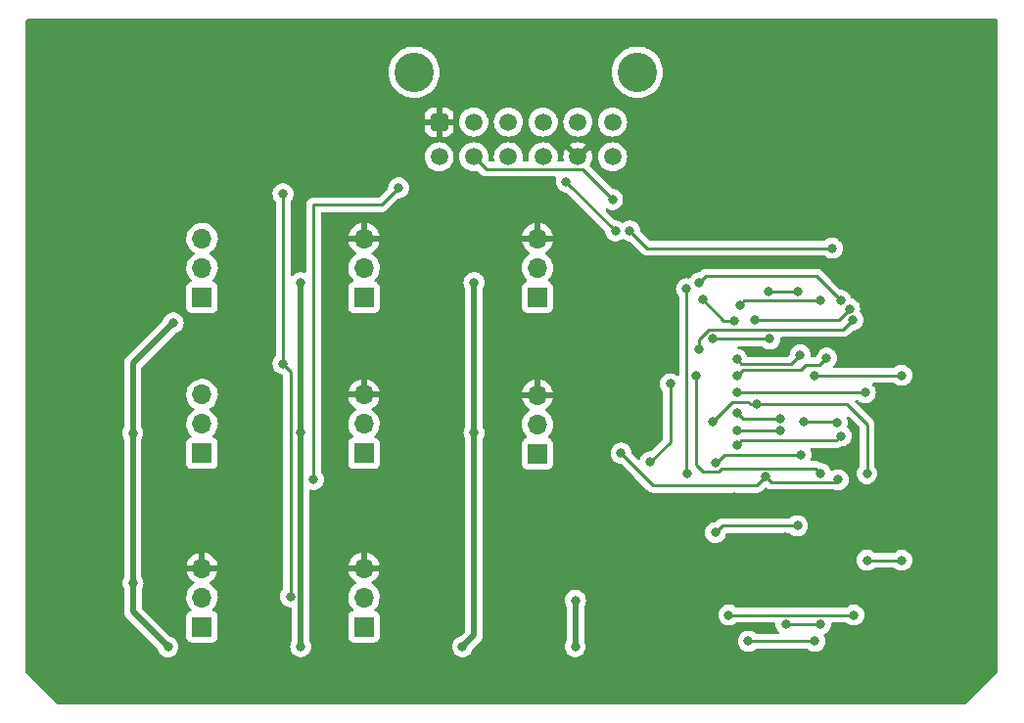
<source format=gbl>
G04 #@! TF.GenerationSoftware,KiCad,Pcbnew,(6.0.2)*
G04 #@! TF.CreationDate,2022-05-01T22:12:54+09:30*
G04 #@! TF.ProjectId,BSPD,42535044-2e6b-4696-9361-645f70636258,4*
G04 #@! TF.SameCoordinates,Original*
G04 #@! TF.FileFunction,Copper,L2,Bot*
G04 #@! TF.FilePolarity,Positive*
%FSLAX46Y46*%
G04 Gerber Fmt 4.6, Leading zero omitted, Abs format (unit mm)*
G04 Created by KiCad (PCBNEW (6.0.2)) date 2022-05-01 22:12:54*
%MOMM*%
%LPD*%
G01*
G04 APERTURE LIST*
G04 Aperture macros list*
%AMRoundRect*
0 Rectangle with rounded corners*
0 $1 Rounding radius*
0 $2 $3 $4 $5 $6 $7 $8 $9 X,Y pos of 4 corners*
0 Add a 4 corners polygon primitive as box body*
4,1,4,$2,$3,$4,$5,$6,$7,$8,$9,$2,$3,0*
0 Add four circle primitives for the rounded corners*
1,1,$1+$1,$2,$3*
1,1,$1+$1,$4,$5*
1,1,$1+$1,$6,$7*
1,1,$1+$1,$8,$9*
0 Add four rect primitives between the rounded corners*
20,1,$1+$1,$2,$3,$4,$5,0*
20,1,$1+$1,$4,$5,$6,$7,0*
20,1,$1+$1,$6,$7,$8,$9,0*
20,1,$1+$1,$8,$9,$2,$3,0*%
G04 Aperture macros list end*
G04 #@! TA.AperFunction,ComponentPad*
%ADD10R,1.700000X1.700000*%
G04 #@! TD*
G04 #@! TA.AperFunction,ComponentPad*
%ADD11O,1.700000X1.700000*%
G04 #@! TD*
G04 #@! TA.AperFunction,ComponentPad*
%ADD12RoundRect,0.250001X-0.499999X-0.499999X0.499999X-0.499999X0.499999X0.499999X-0.499999X0.499999X0*%
G04 #@! TD*
G04 #@! TA.AperFunction,ComponentPad*
%ADD13C,1.500000*%
G04 #@! TD*
G04 #@! TA.AperFunction,ComponentPad*
%ADD14C,3.410000*%
G04 #@! TD*
G04 #@! TA.AperFunction,ViaPad*
%ADD15C,0.800000*%
G04 #@! TD*
G04 #@! TA.AperFunction,Conductor*
%ADD16C,0.250000*%
G04 #@! TD*
G04 #@! TA.AperFunction,Conductor*
%ADD17C,0.500000*%
G04 #@! TD*
G04 APERTURE END LIST*
D10*
X123000000Y-92750000D03*
D11*
X123000000Y-90210000D03*
X123000000Y-87670000D03*
D10*
X138000000Y-92790000D03*
D11*
X138000000Y-90250000D03*
X138000000Y-87710000D03*
D10*
X109000000Y-92750000D03*
D11*
X109000000Y-90210000D03*
X109000000Y-87670000D03*
D10*
X123000000Y-79250000D03*
D11*
X123000000Y-76710000D03*
X123000000Y-74170000D03*
D10*
X109000000Y-79250000D03*
D11*
X109000000Y-76710000D03*
X109000000Y-74170000D03*
D10*
X123000000Y-107750000D03*
D11*
X123000000Y-105210000D03*
X123000000Y-102670000D03*
D10*
X109000000Y-107750000D03*
D11*
X109000000Y-105210000D03*
X109000000Y-102670000D03*
D10*
X138000000Y-79250000D03*
D11*
X138000000Y-76710000D03*
X138000000Y-74170000D03*
D12*
X129500000Y-64085000D03*
D13*
X132500000Y-64085000D03*
X135500000Y-64085000D03*
X138500000Y-64085000D03*
X141500000Y-64085000D03*
X144500000Y-64085000D03*
X129500000Y-67085000D03*
X132500000Y-67085000D03*
X135500000Y-67085000D03*
X138500000Y-67085000D03*
X141500000Y-67085000D03*
X144500000Y-67085000D03*
D14*
X146650000Y-59765000D03*
X127350000Y-59765000D03*
D15*
X155000000Y-96500000D03*
X170000000Y-67500000D03*
X162500000Y-60000000D03*
X147190000Y-100230000D03*
X167500000Y-65000000D03*
X151500000Y-76250000D03*
X158190000Y-104025000D03*
X162500000Y-62500000D03*
X145660000Y-98700000D03*
X162500000Y-67500000D03*
X171525000Y-91025000D03*
X113000000Y-108000000D03*
X165000000Y-67500000D03*
X162000000Y-99500000D03*
X148450000Y-103770000D03*
X170000000Y-60000000D03*
X165000000Y-60000000D03*
X170000000Y-65000000D03*
X171525000Y-108525000D03*
X170000000Y-62500000D03*
X167500000Y-70000000D03*
X167500000Y-62500000D03*
X170332209Y-56780179D03*
X167500000Y-67500000D03*
X159460000Y-100040000D03*
X171525000Y-100525000D03*
X126955000Y-107450000D03*
X171525000Y-81025000D03*
X167500000Y-60000000D03*
X170000000Y-70000000D03*
X165000000Y-57500000D03*
X162000000Y-83875000D03*
X165000000Y-62500000D03*
X153750000Y-72750000D03*
X167500000Y-57500000D03*
X164000000Y-98500000D03*
X164253750Y-79503750D03*
X152000000Y-78000000D03*
X140500000Y-69250000D03*
X144750000Y-73500000D03*
X161000000Y-90000000D03*
X163914999Y-90085001D03*
X164250000Y-91250000D03*
X155250000Y-92000000D03*
X155250000Y-89250000D03*
X159000000Y-89750000D03*
X155250000Y-90750000D03*
X159000000Y-90750000D03*
X162500000Y-79500000D03*
X155500000Y-79900000D03*
X150899999Y-78500001D03*
X150995000Y-94504988D03*
X155250000Y-84629999D03*
X160730000Y-84230000D03*
X155250000Y-86000000D03*
X147750000Y-93500000D03*
X149500000Y-86750000D03*
X163000000Y-84500000D03*
X117525000Y-90975000D03*
X132525000Y-90975000D03*
X169500000Y-86000000D03*
X169500000Y-102000000D03*
X141290002Y-105470000D03*
X117525000Y-77975000D03*
X132525000Y-77975000D03*
X162000000Y-86000000D03*
X106050000Y-109500000D03*
X131525000Y-109475000D03*
X103025000Y-103975000D03*
X106500000Y-81450006D03*
X141275000Y-109475000D03*
X166500000Y-102000000D03*
X103000000Y-91000000D03*
X117525000Y-109475000D03*
X156830000Y-81200000D03*
X165000000Y-80250000D03*
X155250000Y-87500000D03*
X116000000Y-70274990D03*
X116000000Y-85000000D03*
X116655000Y-105150000D03*
X166360000Y-87500000D03*
X156250000Y-109000000D03*
X162000000Y-109000000D03*
X162500000Y-94500000D03*
X151750000Y-86000000D03*
X159500000Y-107500000D03*
X162500000Y-107500000D03*
X126000000Y-69770000D03*
X146000000Y-73500000D03*
X118655000Y-95000000D03*
X163500000Y-75000000D03*
X166500000Y-94500000D03*
X153155000Y-89975000D03*
X157000000Y-88500000D03*
X145239847Y-92734847D03*
X157737501Y-94762499D03*
X164000000Y-95035000D03*
X154555016Y-106750000D03*
X165355000Y-106750000D03*
X165290000Y-81210000D03*
X151980000Y-83750000D03*
X152300000Y-79450013D03*
X154991889Y-81247516D03*
X153400000Y-99600000D03*
X160487347Y-99012653D03*
X153191502Y-82786502D03*
X158109957Y-82850000D03*
X158000000Y-78775000D03*
X160500000Y-78775000D03*
X153400000Y-93575001D03*
X160810001Y-92900000D03*
X144500000Y-70774980D03*
D16*
X147190000Y-100230000D02*
X145660000Y-98700000D01*
X162150000Y-77400000D02*
X152600000Y-77400000D01*
X164253750Y-79503750D02*
X162150000Y-77400000D01*
X161000000Y-90000000D02*
X163829998Y-90000000D01*
X163829998Y-90000000D02*
X163914999Y-90085001D01*
X144750000Y-73500000D02*
X140500000Y-69250000D01*
X152600000Y-77400000D02*
X152000000Y-78000000D01*
X163850001Y-91649999D02*
X155600001Y-91649999D01*
X164250000Y-91250000D02*
X163850001Y-91649999D01*
X155600001Y-91649999D02*
X155250000Y-92000000D01*
X159000000Y-89750000D02*
X155750000Y-89750000D01*
X155750000Y-89750000D02*
X155250000Y-89250000D01*
X159000000Y-90750000D02*
X155250000Y-90750000D01*
X162500000Y-79500000D02*
X155899999Y-79500001D01*
X155899999Y-79500001D02*
X155500000Y-79900000D01*
X150899999Y-94409987D02*
X150995000Y-94504988D01*
X150899999Y-78500001D02*
X150899999Y-94409987D01*
X159930002Y-85029998D02*
X155649999Y-85029998D01*
X160730000Y-84230000D02*
X159930002Y-85029998D01*
X155649999Y-85029998D02*
X155250000Y-84629999D01*
X160750000Y-85500000D02*
X155750000Y-85500000D01*
X149500000Y-86750000D02*
X149500000Y-91750000D01*
X155750000Y-85500000D02*
X155250000Y-86000000D01*
X149500000Y-91750000D02*
X147750000Y-93500000D01*
X162419991Y-85080009D02*
X161169991Y-85080009D01*
X161169991Y-85080009D02*
X160750000Y-85500000D01*
X163000000Y-84500000D02*
X162419991Y-85080009D01*
X166500000Y-102000000D02*
X169500000Y-102000000D01*
D17*
X132525000Y-77975000D02*
X132525000Y-90975000D01*
X103000000Y-103950000D02*
X103025000Y-103975000D01*
X132525000Y-108475000D02*
X131525000Y-109475000D01*
X117525000Y-90975000D02*
X117525000Y-109475000D01*
X132525000Y-90975000D02*
X132525000Y-108475000D01*
D16*
X162000000Y-86000000D02*
X169500000Y-86000000D01*
D17*
X141275000Y-105485002D02*
X141290002Y-105470000D01*
X103000000Y-84950006D02*
X106500000Y-81450006D01*
X103025000Y-103975000D02*
X103025000Y-106475000D01*
X103025000Y-106475000D02*
X106050000Y-109500000D01*
X141275000Y-109475000D02*
X141275000Y-105485002D01*
X117525000Y-77975000D02*
X117525000Y-90975000D01*
X103000000Y-91000000D02*
X103000000Y-103950000D01*
X103000000Y-91000000D02*
X103000000Y-84950006D01*
D16*
X164050000Y-81200000D02*
X156830000Y-81200000D01*
X165000000Y-80250000D02*
X164050000Y-81200000D01*
X116000000Y-85000000D02*
X116000000Y-70274990D01*
X166360000Y-87500000D02*
X155250000Y-87500000D01*
X116655000Y-105150000D02*
X116655000Y-85655000D01*
X116655000Y-85655000D02*
X116000000Y-85000000D01*
X156250000Y-109000000D02*
X162000000Y-109000000D01*
X151750000Y-93750000D02*
X151750000Y-86000000D01*
X152299512Y-94299512D02*
X151750000Y-93750000D01*
X153700103Y-94299512D02*
X152299512Y-94299512D01*
X162037988Y-94037988D02*
X153961626Y-94037988D01*
X162500000Y-94500000D02*
X162037988Y-94037988D01*
X153961626Y-94037988D02*
X153700103Y-94299512D01*
X159500000Y-107500000D02*
X162500000Y-107500000D01*
X118655000Y-95000000D02*
X118655000Y-78850000D01*
X147500000Y-75000000D02*
X146000000Y-73500000D01*
X124520000Y-71250000D02*
X126000000Y-69770000D01*
X163500000Y-75000000D02*
X147500000Y-75000000D01*
X118630000Y-71250000D02*
X124520000Y-71250000D01*
X118630000Y-78825000D02*
X118630000Y-71250000D01*
X118655000Y-78850000D02*
X118630000Y-78825000D01*
X154854999Y-88275001D02*
X156209316Y-88275001D01*
X164750000Y-88500000D02*
X157000000Y-88500000D01*
X166500000Y-94500000D02*
X166500000Y-90250000D01*
X156209316Y-88275001D02*
X156434315Y-88500000D01*
X153155000Y-89975000D02*
X154854999Y-88275001D01*
X166500000Y-90250000D02*
X164750000Y-88500000D01*
X156434315Y-88500000D02*
X157000000Y-88500000D01*
X164000000Y-95035000D02*
X163809999Y-95225001D01*
X158200002Y-95225001D02*
X157737501Y-94762499D01*
X148025002Y-95520002D02*
X156979998Y-95520002D01*
X156979998Y-95520002D02*
X157737501Y-94762499D01*
X163809999Y-95225001D02*
X158200002Y-95225001D01*
X145239847Y-92734847D02*
X148025002Y-95520002D01*
X165355000Y-106750000D02*
X154555016Y-106750000D01*
X151980000Y-82925002D02*
X152855002Y-82050000D01*
X152855002Y-82050000D02*
X156326996Y-82050000D01*
X157053004Y-82050000D02*
X164450000Y-82050000D01*
X151980000Y-83750000D02*
X151980000Y-82925002D01*
X157038002Y-82065002D02*
X157053004Y-82050000D01*
X164450000Y-82050000D02*
X165290000Y-81210000D01*
X156341998Y-82065002D02*
X157038002Y-82065002D01*
X156326996Y-82050000D02*
X156341998Y-82065002D01*
X152300000Y-79450013D02*
X154097503Y-81247516D01*
X153400000Y-99600000D02*
X153987347Y-99012653D01*
X154097503Y-81247516D02*
X154991889Y-81247516D01*
X153987347Y-99012653D02*
X160487347Y-99012653D01*
X153255000Y-82850000D02*
X153191502Y-82786502D01*
X158109957Y-82850000D02*
X153255000Y-82850000D01*
X158000000Y-78775000D02*
X160475000Y-78775000D01*
X160475000Y-78775000D02*
X160500000Y-78775000D01*
X144500000Y-70774980D02*
X141884531Y-68159511D01*
X153524999Y-93575001D02*
X154200000Y-92900000D01*
X133574511Y-68159511D02*
X132500000Y-67085000D01*
X154200000Y-92900000D02*
X160810001Y-92900000D01*
X153400000Y-93575001D02*
X153524999Y-93575001D01*
X141884531Y-68159511D02*
X133574511Y-68159511D01*
G04 #@! TA.AperFunction,Conductor*
G36*
X177774121Y-55178436D02*
G01*
X177820614Y-55232092D01*
X177832000Y-55284434D01*
X177832000Y-111669822D01*
X177811998Y-111737943D01*
X177795095Y-111758917D01*
X175118484Y-114435529D01*
X175056172Y-114469555D01*
X175029389Y-114472434D01*
X96560612Y-114472434D01*
X96492491Y-114452432D01*
X96471517Y-114435529D01*
X93794905Y-111758918D01*
X93760879Y-111696606D01*
X93758000Y-111669823D01*
X93758000Y-91000000D01*
X102086496Y-91000000D01*
X102087186Y-91006565D01*
X102103141Y-91158365D01*
X102106458Y-91189928D01*
X102165473Y-91371556D01*
X102168776Y-91377278D01*
X102168777Y-91377279D01*
X102184759Y-91404960D01*
X102213518Y-91454771D01*
X102224619Y-91473999D01*
X102241500Y-91536999D01*
X102241500Y-103481302D01*
X102224619Y-103544301D01*
X102190473Y-103603444D01*
X102131458Y-103785072D01*
X102130768Y-103791633D01*
X102130768Y-103791635D01*
X102124330Y-103852894D01*
X102111496Y-103975000D01*
X102112186Y-103981565D01*
X102122301Y-104077800D01*
X102131458Y-104164928D01*
X102190473Y-104346556D01*
X102248740Y-104447476D01*
X102249619Y-104448999D01*
X102266500Y-104511999D01*
X102266500Y-106407930D01*
X102265067Y-106426880D01*
X102261801Y-106448349D01*
X102262394Y-106455641D01*
X102262394Y-106455644D01*
X102266085Y-106501018D01*
X102266500Y-106511233D01*
X102266500Y-106519293D01*
X102266925Y-106522937D01*
X102269789Y-106547507D01*
X102270222Y-106551882D01*
X102276140Y-106624637D01*
X102278396Y-106631601D01*
X102279587Y-106637560D01*
X102280971Y-106643415D01*
X102281818Y-106650681D01*
X102306735Y-106719327D01*
X102308152Y-106723455D01*
X102327211Y-106782285D01*
X102330649Y-106792899D01*
X102334445Y-106799154D01*
X102336951Y-106804628D01*
X102339670Y-106810058D01*
X102342167Y-106816937D01*
X102346180Y-106823057D01*
X102346180Y-106823058D01*
X102382186Y-106877976D01*
X102384523Y-106881680D01*
X102422405Y-106944107D01*
X102426121Y-106948315D01*
X102426122Y-106948316D01*
X102429803Y-106952484D01*
X102429776Y-106952508D01*
X102432429Y-106955500D01*
X102435132Y-106958733D01*
X102439144Y-106964852D01*
X102444456Y-106969884D01*
X102495383Y-107018128D01*
X102497825Y-107020506D01*
X105129875Y-109652556D01*
X105160613Y-109702714D01*
X105215473Y-109871556D01*
X105218776Y-109877278D01*
X105218777Y-109877279D01*
X105236803Y-109908500D01*
X105310960Y-110036944D01*
X105438747Y-110178866D01*
X105537843Y-110250864D01*
X105558839Y-110266118D01*
X105593248Y-110291118D01*
X105599276Y-110293802D01*
X105599278Y-110293803D01*
X105714642Y-110345166D01*
X105767712Y-110368794D01*
X105861112Y-110388647D01*
X105948056Y-110407128D01*
X105948061Y-110407128D01*
X105954513Y-110408500D01*
X106145487Y-110408500D01*
X106151939Y-110407128D01*
X106151944Y-110407128D01*
X106238887Y-110388647D01*
X106332288Y-110368794D01*
X106385358Y-110345166D01*
X106500722Y-110293803D01*
X106500724Y-110293802D01*
X106506752Y-110291118D01*
X106541162Y-110266118D01*
X106562157Y-110250864D01*
X106661253Y-110178866D01*
X106789040Y-110036944D01*
X106863197Y-109908500D01*
X106881223Y-109877279D01*
X106881224Y-109877278D01*
X106884527Y-109871556D01*
X106943542Y-109689928D01*
X106946860Y-109658365D01*
X106962814Y-109506565D01*
X106963504Y-109500000D01*
X106943542Y-109310072D01*
X106884527Y-109128444D01*
X106789040Y-108963056D01*
X106771679Y-108943774D01*
X106665675Y-108826045D01*
X106665674Y-108826044D01*
X106661253Y-108821134D01*
X106506752Y-108708882D01*
X106500724Y-108706198D01*
X106500722Y-108706197D01*
X106338319Y-108633891D01*
X106338318Y-108633891D01*
X106332288Y-108631206D01*
X106325833Y-108629834D01*
X106325824Y-108629831D01*
X106269228Y-108617801D01*
X106206331Y-108583650D01*
X103820405Y-106197724D01*
X103786379Y-106135412D01*
X103783500Y-106108629D01*
X103783500Y-105176695D01*
X107637251Y-105176695D01*
X107637548Y-105181848D01*
X107637548Y-105181851D01*
X107643590Y-105286635D01*
X107650110Y-105399715D01*
X107651247Y-105404761D01*
X107651248Y-105404767D01*
X107667429Y-105476565D01*
X107699222Y-105617639D01*
X107783266Y-105824616D01*
X107899987Y-106015088D01*
X108046250Y-106183938D01*
X108050230Y-106187242D01*
X108054981Y-106191187D01*
X108094616Y-106250090D01*
X108096113Y-106321071D01*
X108058997Y-106381593D01*
X108018725Y-106406112D01*
X107963327Y-106426880D01*
X107903295Y-106449385D01*
X107786739Y-106536739D01*
X107699385Y-106653295D01*
X107648255Y-106789684D01*
X107641500Y-106851866D01*
X107641500Y-108648134D01*
X107648255Y-108710316D01*
X107699385Y-108846705D01*
X107786739Y-108963261D01*
X107903295Y-109050615D01*
X108039684Y-109101745D01*
X108101866Y-109108500D01*
X109898134Y-109108500D01*
X109960316Y-109101745D01*
X110096705Y-109050615D01*
X110213261Y-108963261D01*
X110300615Y-108846705D01*
X110351745Y-108710316D01*
X110358500Y-108648134D01*
X110358500Y-106851866D01*
X110351745Y-106789684D01*
X110300615Y-106653295D01*
X110213261Y-106536739D01*
X110096705Y-106449385D01*
X110074645Y-106441115D01*
X109978203Y-106404960D01*
X109921439Y-106362318D01*
X109896739Y-106295756D01*
X109911947Y-106226408D01*
X109933493Y-106197727D01*
X109996026Y-106135412D01*
X110038096Y-106093489D01*
X110091770Y-106018794D01*
X110165435Y-105916277D01*
X110168453Y-105912077D01*
X110182384Y-105883891D01*
X110265136Y-105716453D01*
X110265137Y-105716451D01*
X110267430Y-105711811D01*
X110332370Y-105498069D01*
X110361529Y-105276590D01*
X110363156Y-105210000D01*
X110344852Y-104987361D01*
X110290431Y-104770702D01*
X110201354Y-104565840D01*
X110080014Y-104378277D01*
X109929670Y-104213051D01*
X109925619Y-104209852D01*
X109925615Y-104209848D01*
X109758414Y-104077800D01*
X109758410Y-104077798D01*
X109754359Y-104074598D01*
X109712569Y-104051529D01*
X109662598Y-104001097D01*
X109647826Y-103931654D01*
X109672942Y-103865248D01*
X109700294Y-103838641D01*
X109875328Y-103713792D01*
X109883200Y-103707139D01*
X110034052Y-103556812D01*
X110040730Y-103548965D01*
X110165003Y-103376020D01*
X110170313Y-103367183D01*
X110264670Y-103176267D01*
X110268469Y-103166672D01*
X110330377Y-102962910D01*
X110332555Y-102952837D01*
X110333986Y-102941962D01*
X110331775Y-102927778D01*
X110318617Y-102924000D01*
X107683225Y-102924000D01*
X107669694Y-102927973D01*
X107668257Y-102937966D01*
X107698565Y-103072446D01*
X107701645Y-103082275D01*
X107781770Y-103279603D01*
X107786413Y-103288794D01*
X107897694Y-103470388D01*
X107903777Y-103478699D01*
X108043213Y-103639667D01*
X108050580Y-103646883D01*
X108214434Y-103782916D01*
X108222881Y-103788831D01*
X108291969Y-103829203D01*
X108340693Y-103880842D01*
X108353764Y-103950625D01*
X108327033Y-104016396D01*
X108286584Y-104049752D01*
X108273607Y-104056507D01*
X108269474Y-104059610D01*
X108269471Y-104059612D01*
X108120842Y-104171206D01*
X108094965Y-104190635D01*
X107940629Y-104352138D01*
X107814743Y-104536680D01*
X107720688Y-104739305D01*
X107660989Y-104954570D01*
X107637251Y-105176695D01*
X103783500Y-105176695D01*
X103783500Y-104511999D01*
X103800381Y-104448999D01*
X103801261Y-104447476D01*
X103859527Y-104346556D01*
X103918542Y-104164928D01*
X103927700Y-104077800D01*
X103937814Y-103981565D01*
X103938504Y-103975000D01*
X103925670Y-103852894D01*
X103919232Y-103791635D01*
X103919232Y-103791633D01*
X103918542Y-103785072D01*
X103859527Y-103603444D01*
X103828074Y-103548965D01*
X103775381Y-103457699D01*
X103758500Y-103394699D01*
X103758500Y-102404183D01*
X107664389Y-102404183D01*
X107665912Y-102412607D01*
X107678292Y-102416000D01*
X108727885Y-102416000D01*
X108743124Y-102411525D01*
X108744329Y-102410135D01*
X108746000Y-102402452D01*
X108746000Y-102397885D01*
X109254000Y-102397885D01*
X109258475Y-102413124D01*
X109259865Y-102414329D01*
X109267548Y-102416000D01*
X110318344Y-102416000D01*
X110331875Y-102412027D01*
X110333180Y-102402947D01*
X110291214Y-102235875D01*
X110287894Y-102226124D01*
X110202972Y-102030814D01*
X110198105Y-102021739D01*
X110082426Y-101842926D01*
X110076136Y-101834757D01*
X109932806Y-101677240D01*
X109925273Y-101670215D01*
X109758139Y-101538222D01*
X109749552Y-101532517D01*
X109563117Y-101429599D01*
X109553705Y-101425369D01*
X109352959Y-101354280D01*
X109342988Y-101351646D01*
X109271837Y-101338972D01*
X109258540Y-101340432D01*
X109254000Y-101354989D01*
X109254000Y-102397885D01*
X108746000Y-102397885D01*
X108746000Y-101353102D01*
X108742082Y-101339758D01*
X108727806Y-101337771D01*
X108689324Y-101343660D01*
X108679288Y-101346051D01*
X108476868Y-101412212D01*
X108467359Y-101416209D01*
X108278463Y-101514542D01*
X108269738Y-101520036D01*
X108099433Y-101647905D01*
X108091726Y-101654748D01*
X107944590Y-101808717D01*
X107938104Y-101816727D01*
X107818098Y-101992649D01*
X107813000Y-102001623D01*
X107723338Y-102194783D01*
X107719775Y-102204470D01*
X107664389Y-102404183D01*
X103758500Y-102404183D01*
X103758500Y-91536999D01*
X103775381Y-91473999D01*
X103786483Y-91454771D01*
X103815241Y-91404960D01*
X103831223Y-91377279D01*
X103831224Y-91377278D01*
X103834527Y-91371556D01*
X103893542Y-91189928D01*
X103896860Y-91158365D01*
X103912814Y-91006565D01*
X103913504Y-91000000D01*
X103907190Y-90939928D01*
X103894232Y-90816635D01*
X103894232Y-90816633D01*
X103893542Y-90810072D01*
X103834527Y-90628444D01*
X103775381Y-90526000D01*
X103758500Y-90463001D01*
X103758500Y-90176695D01*
X107637251Y-90176695D01*
X107637548Y-90181848D01*
X107637548Y-90181851D01*
X107647045Y-90346556D01*
X107650110Y-90399715D01*
X107651247Y-90404761D01*
X107651248Y-90404767D01*
X107671119Y-90492939D01*
X107699222Y-90617639D01*
X107750302Y-90743435D01*
X107768627Y-90788563D01*
X107783266Y-90824616D01*
X107899987Y-91015088D01*
X108046250Y-91183938D01*
X108050230Y-91187242D01*
X108054981Y-91191187D01*
X108094616Y-91250090D01*
X108096113Y-91321071D01*
X108058997Y-91381593D01*
X108018724Y-91406112D01*
X107903295Y-91449385D01*
X107786739Y-91536739D01*
X107699385Y-91653295D01*
X107648255Y-91789684D01*
X107641500Y-91851866D01*
X107641500Y-93648134D01*
X107648255Y-93710316D01*
X107699385Y-93846705D01*
X107786739Y-93963261D01*
X107903295Y-94050615D01*
X108039684Y-94101745D01*
X108101866Y-94108500D01*
X109898134Y-94108500D01*
X109960316Y-94101745D01*
X110096705Y-94050615D01*
X110213261Y-93963261D01*
X110300615Y-93846705D01*
X110351745Y-93710316D01*
X110358500Y-93648134D01*
X110358500Y-91851866D01*
X110351745Y-91789684D01*
X110300615Y-91653295D01*
X110213261Y-91536739D01*
X110096705Y-91449385D01*
X110032056Y-91425149D01*
X109978203Y-91404960D01*
X109921439Y-91362318D01*
X109896739Y-91295756D01*
X109911947Y-91226408D01*
X109933493Y-91197727D01*
X109997956Y-91133489D01*
X110038096Y-91093489D01*
X110057393Y-91066635D01*
X110165435Y-90916277D01*
X110168453Y-90912077D01*
X110185076Y-90878444D01*
X110265136Y-90716453D01*
X110265137Y-90716451D01*
X110267430Y-90711811D01*
X110326663Y-90516852D01*
X110330865Y-90503023D01*
X110330865Y-90503021D01*
X110332370Y-90498069D01*
X110361529Y-90276590D01*
X110361730Y-90268366D01*
X110363074Y-90213365D01*
X110363074Y-90213361D01*
X110363156Y-90210000D01*
X110344852Y-89987361D01*
X110290431Y-89770702D01*
X110201354Y-89565840D01*
X110098036Y-89406135D01*
X110082822Y-89382617D01*
X110082820Y-89382614D01*
X110080014Y-89378277D01*
X109929670Y-89213051D01*
X109925619Y-89209852D01*
X109925615Y-89209848D01*
X109758414Y-89077800D01*
X109758410Y-89077798D01*
X109754359Y-89074598D01*
X109713053Y-89051796D01*
X109663084Y-89001364D01*
X109648312Y-88931921D01*
X109673428Y-88865516D01*
X109700780Y-88838909D01*
X109744603Y-88807650D01*
X109879860Y-88711173D01*
X110038096Y-88553489D01*
X110097594Y-88470689D01*
X110165435Y-88376277D01*
X110168453Y-88372077D01*
X110180059Y-88348595D01*
X110265136Y-88176453D01*
X110265137Y-88176451D01*
X110267430Y-88171811D01*
X110332370Y-87958069D01*
X110361529Y-87736590D01*
X110362669Y-87689928D01*
X110363074Y-87673365D01*
X110363074Y-87673361D01*
X110363156Y-87670000D01*
X110344852Y-87447361D01*
X110290431Y-87230702D01*
X110201354Y-87025840D01*
X110100644Y-86870166D01*
X110082822Y-86842617D01*
X110082820Y-86842614D01*
X110080014Y-86838277D01*
X109929670Y-86673051D01*
X109925619Y-86669852D01*
X109925615Y-86669848D01*
X109758414Y-86537800D01*
X109758410Y-86537798D01*
X109754359Y-86534598D01*
X109718028Y-86514542D01*
X109628950Y-86465369D01*
X109558789Y-86426638D01*
X109553920Y-86424914D01*
X109553916Y-86424912D01*
X109353087Y-86353795D01*
X109353083Y-86353794D01*
X109348212Y-86352069D01*
X109343119Y-86351162D01*
X109343116Y-86351161D01*
X109133373Y-86313800D01*
X109133367Y-86313799D01*
X109128284Y-86312894D01*
X109054452Y-86311992D01*
X108910081Y-86310228D01*
X108910079Y-86310228D01*
X108904911Y-86310165D01*
X108684091Y-86343955D01*
X108471756Y-86413357D01*
X108273607Y-86516507D01*
X108269474Y-86519610D01*
X108269471Y-86519612D01*
X108116584Y-86634403D01*
X108094965Y-86650635D01*
X108091393Y-86654373D01*
X108000010Y-86750000D01*
X107940629Y-86812138D01*
X107937715Y-86816410D01*
X107937714Y-86816411D01*
X107910212Y-86856727D01*
X107814743Y-86996680D01*
X107720688Y-87199305D01*
X107660989Y-87414570D01*
X107637251Y-87636695D01*
X107637548Y-87641848D01*
X107637548Y-87641851D01*
X107643011Y-87736590D01*
X107650110Y-87859715D01*
X107651247Y-87864761D01*
X107651248Y-87864767D01*
X107654068Y-87877279D01*
X107699222Y-88077639D01*
X107783266Y-88284616D01*
X107899987Y-88475088D01*
X108046250Y-88643938D01*
X108218126Y-88786632D01*
X108280219Y-88822916D01*
X108291445Y-88829476D01*
X108340169Y-88881114D01*
X108353240Y-88950897D01*
X108326509Y-89016669D01*
X108286055Y-89050027D01*
X108273607Y-89056507D01*
X108269474Y-89059610D01*
X108269471Y-89059612D01*
X108099100Y-89187530D01*
X108094965Y-89190635D01*
X107940629Y-89352138D01*
X107814743Y-89536680D01*
X107782640Y-89605840D01*
X107732692Y-89713445D01*
X107720688Y-89739305D01*
X107660989Y-89954570D01*
X107637251Y-90176695D01*
X103758500Y-90176695D01*
X103758500Y-85316377D01*
X103778502Y-85248256D01*
X103795405Y-85227282D01*
X104022687Y-85000000D01*
X115086496Y-85000000D01*
X115106458Y-85189928D01*
X115165473Y-85371556D01*
X115260960Y-85536944D01*
X115388747Y-85678866D01*
X115543248Y-85791118D01*
X115549276Y-85793802D01*
X115549278Y-85793803D01*
X115600560Y-85816635D01*
X115717712Y-85868794D01*
X115904513Y-85908500D01*
X115909295Y-85908500D01*
X115974327Y-85935256D01*
X116014957Y-85993477D01*
X116021500Y-86033553D01*
X116021500Y-104447476D01*
X116001498Y-104515597D01*
X115989142Y-104531779D01*
X115915960Y-104613056D01*
X115820473Y-104778444D01*
X115761458Y-104960072D01*
X115741496Y-105150000D01*
X115761458Y-105339928D01*
X115820473Y-105521556D01*
X115915960Y-105686944D01*
X116043747Y-105828866D01*
X116113898Y-105879834D01*
X116166450Y-105918015D01*
X116198248Y-105941118D01*
X116204276Y-105943802D01*
X116204278Y-105943803D01*
X116364388Y-106015088D01*
X116372712Y-106018794D01*
X116466113Y-106038647D01*
X116553056Y-106057128D01*
X116553061Y-106057128D01*
X116559513Y-106058500D01*
X116640500Y-106058500D01*
X116708621Y-106078502D01*
X116755114Y-106132158D01*
X116766500Y-106184500D01*
X116766500Y-108938001D01*
X116749619Y-109001000D01*
X116690473Y-109103444D01*
X116631458Y-109285072D01*
X116630768Y-109291633D01*
X116630768Y-109291635D01*
X116623029Y-109365271D01*
X116611496Y-109475000D01*
X116612186Y-109481565D01*
X116630158Y-109652556D01*
X116631458Y-109664928D01*
X116690473Y-109846556D01*
X116785960Y-110011944D01*
X116790378Y-110016851D01*
X116790379Y-110016852D01*
X116808470Y-110036944D01*
X116913747Y-110153866D01*
X117068248Y-110266118D01*
X117074276Y-110268802D01*
X117074278Y-110268803D01*
X117236681Y-110341109D01*
X117242712Y-110343794D01*
X117336112Y-110363647D01*
X117423056Y-110382128D01*
X117423061Y-110382128D01*
X117429513Y-110383500D01*
X117620487Y-110383500D01*
X117626939Y-110382128D01*
X117626944Y-110382128D01*
X117713887Y-110363647D01*
X117807288Y-110343794D01*
X117813319Y-110341109D01*
X117975722Y-110268803D01*
X117975724Y-110268802D01*
X117981752Y-110266118D01*
X118136253Y-110153866D01*
X118241530Y-110036944D01*
X118259621Y-110016852D01*
X118259622Y-110016851D01*
X118264040Y-110011944D01*
X118359527Y-109846556D01*
X118418542Y-109664928D01*
X118419843Y-109652556D01*
X118437814Y-109481565D01*
X118438504Y-109475000D01*
X130611496Y-109475000D01*
X130612186Y-109481565D01*
X130630158Y-109652556D01*
X130631458Y-109664928D01*
X130690473Y-109846556D01*
X130785960Y-110011944D01*
X130790378Y-110016851D01*
X130790379Y-110016852D01*
X130808470Y-110036944D01*
X130913747Y-110153866D01*
X131068248Y-110266118D01*
X131074276Y-110268802D01*
X131074278Y-110268803D01*
X131236681Y-110341109D01*
X131242712Y-110343794D01*
X131336112Y-110363647D01*
X131423056Y-110382128D01*
X131423061Y-110382128D01*
X131429513Y-110383500D01*
X131620487Y-110383500D01*
X131626939Y-110382128D01*
X131626944Y-110382128D01*
X131713887Y-110363647D01*
X131807288Y-110343794D01*
X131813319Y-110341109D01*
X131975722Y-110268803D01*
X131975724Y-110268802D01*
X131981752Y-110266118D01*
X132136253Y-110153866D01*
X132241530Y-110036944D01*
X132259621Y-110016852D01*
X132259622Y-110016851D01*
X132264040Y-110011944D01*
X132359527Y-109846556D01*
X132414387Y-109677714D01*
X132445125Y-109627556D01*
X132597681Y-109475000D01*
X140361496Y-109475000D01*
X140362186Y-109481565D01*
X140380158Y-109652556D01*
X140381458Y-109664928D01*
X140440473Y-109846556D01*
X140535960Y-110011944D01*
X140540378Y-110016851D01*
X140540379Y-110016852D01*
X140558470Y-110036944D01*
X140663747Y-110153866D01*
X140818248Y-110266118D01*
X140824276Y-110268802D01*
X140824278Y-110268803D01*
X140986681Y-110341109D01*
X140992712Y-110343794D01*
X141086112Y-110363647D01*
X141173056Y-110382128D01*
X141173061Y-110382128D01*
X141179513Y-110383500D01*
X141370487Y-110383500D01*
X141376939Y-110382128D01*
X141376944Y-110382128D01*
X141463887Y-110363647D01*
X141557288Y-110343794D01*
X141563319Y-110341109D01*
X141725722Y-110268803D01*
X141725724Y-110268802D01*
X141731752Y-110266118D01*
X141886253Y-110153866D01*
X141991530Y-110036944D01*
X142009621Y-110016852D01*
X142009622Y-110016851D01*
X142014040Y-110011944D01*
X142109527Y-109846556D01*
X142168542Y-109664928D01*
X142169843Y-109652556D01*
X142187814Y-109481565D01*
X142188504Y-109475000D01*
X142176971Y-109365271D01*
X142169232Y-109291635D01*
X142169232Y-109291633D01*
X142168542Y-109285072D01*
X142109527Y-109103444D01*
X142050381Y-109001000D01*
X142033500Y-108938001D01*
X142033500Y-106750000D01*
X153641512Y-106750000D01*
X153642202Y-106756565D01*
X153655354Y-106881695D01*
X153661474Y-106939928D01*
X153720489Y-107121556D01*
X153815976Y-107286944D01*
X153943763Y-107428866D01*
X154098264Y-107541118D01*
X154104292Y-107543802D01*
X154104294Y-107543803D01*
X154266697Y-107616109D01*
X154272728Y-107618794D01*
X154366128Y-107638647D01*
X154453072Y-107657128D01*
X154453077Y-107657128D01*
X154459529Y-107658500D01*
X154650503Y-107658500D01*
X154656955Y-107657128D01*
X154656960Y-107657128D01*
X154743904Y-107638647D01*
X154837304Y-107618794D01*
X154843335Y-107616109D01*
X155005738Y-107543803D01*
X155005740Y-107543802D01*
X155011768Y-107541118D01*
X155166269Y-107428866D01*
X155170684Y-107423963D01*
X155175596Y-107419540D01*
X155176721Y-107420789D01*
X155230030Y-107387949D01*
X155263216Y-107383500D01*
X158461186Y-107383500D01*
X158529307Y-107403502D01*
X158575800Y-107457158D01*
X158585150Y-107500141D01*
X158586496Y-107500000D01*
X158603011Y-107657128D01*
X158606458Y-107689928D01*
X158665473Y-107871556D01*
X158760960Y-108036944D01*
X158765378Y-108041851D01*
X158765379Y-108041852D01*
X158868329Y-108156190D01*
X158899047Y-108220197D01*
X158890282Y-108290651D01*
X158844819Y-108345182D01*
X158774693Y-108366500D01*
X156958200Y-108366500D01*
X156890079Y-108346498D01*
X156870853Y-108330157D01*
X156870580Y-108330460D01*
X156865668Y-108326037D01*
X156861253Y-108321134D01*
X156706752Y-108208882D01*
X156700724Y-108206198D01*
X156700722Y-108206197D01*
X156538319Y-108133891D01*
X156538318Y-108133891D01*
X156532288Y-108131206D01*
X156426072Y-108108629D01*
X156351944Y-108092872D01*
X156351939Y-108092872D01*
X156345487Y-108091500D01*
X156154513Y-108091500D01*
X156148061Y-108092872D01*
X156148056Y-108092872D01*
X156073928Y-108108629D01*
X155967712Y-108131206D01*
X155961682Y-108133891D01*
X155961681Y-108133891D01*
X155799278Y-108206197D01*
X155799276Y-108206198D01*
X155793248Y-108208882D01*
X155638747Y-108321134D01*
X155634326Y-108326044D01*
X155634325Y-108326045D01*
X155517690Y-108455582D01*
X155510960Y-108463056D01*
X155507659Y-108468774D01*
X155436052Y-108592801D01*
X155415473Y-108628444D01*
X155356458Y-108810072D01*
X155355768Y-108816633D01*
X155355768Y-108816635D01*
X155341296Y-108954333D01*
X155336496Y-109000000D01*
X155356458Y-109189928D01*
X155415473Y-109371556D01*
X155510960Y-109536944D01*
X155638747Y-109678866D01*
X155793248Y-109791118D01*
X155799276Y-109793802D01*
X155799278Y-109793803D01*
X155959799Y-109865271D01*
X155967712Y-109868794D01*
X156061112Y-109888647D01*
X156148056Y-109907128D01*
X156148061Y-109907128D01*
X156154513Y-109908500D01*
X156345487Y-109908500D01*
X156351939Y-109907128D01*
X156351944Y-109907128D01*
X156438888Y-109888647D01*
X156532288Y-109868794D01*
X156540201Y-109865271D01*
X156700722Y-109793803D01*
X156700724Y-109793802D01*
X156706752Y-109791118D01*
X156861253Y-109678866D01*
X156865668Y-109673963D01*
X156870580Y-109669540D01*
X156871705Y-109670789D01*
X156925014Y-109637949D01*
X156958200Y-109633500D01*
X161291800Y-109633500D01*
X161359921Y-109653502D01*
X161379147Y-109669843D01*
X161379420Y-109669540D01*
X161384332Y-109673963D01*
X161388747Y-109678866D01*
X161543248Y-109791118D01*
X161549276Y-109793802D01*
X161549278Y-109793803D01*
X161709799Y-109865271D01*
X161717712Y-109868794D01*
X161811112Y-109888647D01*
X161898056Y-109907128D01*
X161898061Y-109907128D01*
X161904513Y-109908500D01*
X162095487Y-109908500D01*
X162101939Y-109907128D01*
X162101944Y-109907128D01*
X162188888Y-109888647D01*
X162282288Y-109868794D01*
X162290201Y-109865271D01*
X162450722Y-109793803D01*
X162450724Y-109793802D01*
X162456752Y-109791118D01*
X162611253Y-109678866D01*
X162739040Y-109536944D01*
X162834527Y-109371556D01*
X162893542Y-109189928D01*
X162913504Y-109000000D01*
X162908704Y-108954333D01*
X162894232Y-108816635D01*
X162894232Y-108816633D01*
X162893542Y-108810072D01*
X162834527Y-108628444D01*
X162813949Y-108592801D01*
X162774559Y-108524577D01*
X162757821Y-108455582D01*
X162781041Y-108388490D01*
X162832429Y-108346470D01*
X162950722Y-108293803D01*
X162950724Y-108293802D01*
X162956752Y-108291118D01*
X163111253Y-108178866D01*
X163239040Y-108036944D01*
X163334527Y-107871556D01*
X163393542Y-107689928D01*
X163396990Y-107657128D01*
X163413504Y-107500000D01*
X163415541Y-107500214D01*
X163432816Y-107441379D01*
X163486472Y-107394886D01*
X163538814Y-107383500D01*
X164646800Y-107383500D01*
X164714921Y-107403502D01*
X164734147Y-107419843D01*
X164734420Y-107419540D01*
X164739332Y-107423963D01*
X164743747Y-107428866D01*
X164898248Y-107541118D01*
X164904276Y-107543802D01*
X164904278Y-107543803D01*
X165066681Y-107616109D01*
X165072712Y-107618794D01*
X165166112Y-107638647D01*
X165253056Y-107657128D01*
X165253061Y-107657128D01*
X165259513Y-107658500D01*
X165450487Y-107658500D01*
X165456939Y-107657128D01*
X165456944Y-107657128D01*
X165543888Y-107638647D01*
X165637288Y-107618794D01*
X165643319Y-107616109D01*
X165805722Y-107543803D01*
X165805724Y-107543802D01*
X165811752Y-107541118D01*
X165966253Y-107428866D01*
X166094040Y-107286944D01*
X166189527Y-107121556D01*
X166248542Y-106939928D01*
X166254663Y-106881695D01*
X166267814Y-106756565D01*
X166268504Y-106750000D01*
X166248542Y-106560072D01*
X166189527Y-106378444D01*
X166094040Y-106213056D01*
X165966253Y-106071134D01*
X165811752Y-105958882D01*
X165805724Y-105956198D01*
X165805722Y-105956197D01*
X165643319Y-105883891D01*
X165643318Y-105883891D01*
X165637288Y-105881206D01*
X165543887Y-105861353D01*
X165456944Y-105842872D01*
X165456939Y-105842872D01*
X165450487Y-105841500D01*
X165259513Y-105841500D01*
X165253061Y-105842872D01*
X165253056Y-105842872D01*
X165166113Y-105861353D01*
X165072712Y-105881206D01*
X165066682Y-105883891D01*
X165066681Y-105883891D01*
X164904278Y-105956197D01*
X164904276Y-105956198D01*
X164898248Y-105958882D01*
X164892907Y-105962762D01*
X164892906Y-105962763D01*
X164815517Y-106018990D01*
X164743747Y-106071134D01*
X164739332Y-106076037D01*
X164734420Y-106080460D01*
X164733295Y-106079211D01*
X164679986Y-106112051D01*
X164646800Y-106116500D01*
X155263216Y-106116500D01*
X155195095Y-106096498D01*
X155175869Y-106080157D01*
X155175596Y-106080460D01*
X155170684Y-106076037D01*
X155166269Y-106071134D01*
X155094499Y-106018990D01*
X155017110Y-105962763D01*
X155017109Y-105962762D01*
X155011768Y-105958882D01*
X155005740Y-105956198D01*
X155005738Y-105956197D01*
X154843335Y-105883891D01*
X154843334Y-105883891D01*
X154837304Y-105881206D01*
X154743903Y-105861353D01*
X154656960Y-105842872D01*
X154656955Y-105842872D01*
X154650503Y-105841500D01*
X154459529Y-105841500D01*
X154453077Y-105842872D01*
X154453072Y-105842872D01*
X154366129Y-105861353D01*
X154272728Y-105881206D01*
X154266698Y-105883891D01*
X154266697Y-105883891D01*
X154104294Y-105956197D01*
X154104292Y-105956198D01*
X154098264Y-105958882D01*
X153943763Y-106071134D01*
X153815976Y-106213056D01*
X153720489Y-106378444D01*
X153661474Y-106560072D01*
X153641512Y-106750000D01*
X142033500Y-106750000D01*
X142033500Y-106032984D01*
X142050381Y-105969984D01*
X142121225Y-105847279D01*
X142121226Y-105847278D01*
X142124529Y-105841556D01*
X142183544Y-105659928D01*
X142203506Y-105470000D01*
X142183544Y-105280072D01*
X142124529Y-105098444D01*
X142029042Y-104933056D01*
X141901255Y-104791134D01*
X141746754Y-104678882D01*
X141740726Y-104676198D01*
X141740724Y-104676197D01*
X141578321Y-104603891D01*
X141578320Y-104603891D01*
X141572290Y-104601206D01*
X141478890Y-104581353D01*
X141391946Y-104562872D01*
X141391941Y-104562872D01*
X141385489Y-104561500D01*
X141194515Y-104561500D01*
X141188063Y-104562872D01*
X141188058Y-104562872D01*
X141101114Y-104581353D01*
X141007714Y-104601206D01*
X141001684Y-104603891D01*
X141001683Y-104603891D01*
X140839280Y-104676197D01*
X140839278Y-104676198D01*
X140833250Y-104678882D01*
X140678749Y-104791134D01*
X140550962Y-104933056D01*
X140455475Y-105098444D01*
X140396460Y-105280072D01*
X140376498Y-105470000D01*
X140396460Y-105659928D01*
X140455475Y-105841556D01*
X140498616Y-105916277D01*
X140499619Y-105918015D01*
X140516500Y-105981015D01*
X140516500Y-108938001D01*
X140499619Y-109001000D01*
X140440473Y-109103444D01*
X140381458Y-109285072D01*
X140380768Y-109291633D01*
X140380768Y-109291635D01*
X140373029Y-109365271D01*
X140361496Y-109475000D01*
X132597681Y-109475000D01*
X133013911Y-109058770D01*
X133028323Y-109046384D01*
X133039918Y-109037851D01*
X133039923Y-109037846D01*
X133045818Y-109033508D01*
X133050557Y-109027930D01*
X133050560Y-109027927D01*
X133080035Y-108993232D01*
X133086965Y-108985716D01*
X133092661Y-108980020D01*
X133094924Y-108977159D01*
X133094929Y-108977154D01*
X133110293Y-108957734D01*
X133113082Y-108954333D01*
X133155592Y-108904296D01*
X133155594Y-108904294D01*
X133160333Y-108898715D01*
X133163662Y-108892195D01*
X133167028Y-108887148D01*
X133170193Y-108882024D01*
X133174735Y-108876283D01*
X133185201Y-108853891D01*
X133205634Y-108810170D01*
X133207565Y-108806218D01*
X133210207Y-108801045D01*
X133240769Y-108741192D01*
X133242508Y-108734086D01*
X133244609Y-108728436D01*
X133246524Y-108722679D01*
X133249622Y-108716050D01*
X133264491Y-108644565D01*
X133265461Y-108640282D01*
X133267682Y-108631206D01*
X133282808Y-108569390D01*
X133283500Y-108558236D01*
X133283535Y-108558238D01*
X133283775Y-108554266D01*
X133284152Y-108550045D01*
X133285641Y-108542885D01*
X133283546Y-108465458D01*
X133283500Y-108462050D01*
X133283500Y-102000000D01*
X165586496Y-102000000D01*
X165606458Y-102189928D01*
X165665473Y-102371556D01*
X165760960Y-102536944D01*
X165888747Y-102678866D01*
X166043248Y-102791118D01*
X166049276Y-102793802D01*
X166049278Y-102793803D01*
X166211681Y-102866109D01*
X166217712Y-102868794D01*
X166311112Y-102888647D01*
X166398056Y-102907128D01*
X166398061Y-102907128D01*
X166404513Y-102908500D01*
X166595487Y-102908500D01*
X166601939Y-102907128D01*
X166601944Y-102907128D01*
X166688887Y-102888647D01*
X166782288Y-102868794D01*
X166788319Y-102866109D01*
X166950722Y-102793803D01*
X166950724Y-102793802D01*
X166956752Y-102791118D01*
X167111253Y-102678866D01*
X167115668Y-102673963D01*
X167120580Y-102669540D01*
X167121705Y-102670789D01*
X167175014Y-102637949D01*
X167208200Y-102633500D01*
X168791800Y-102633500D01*
X168859921Y-102653502D01*
X168879147Y-102669843D01*
X168879420Y-102669540D01*
X168884332Y-102673963D01*
X168888747Y-102678866D01*
X169043248Y-102791118D01*
X169049276Y-102793802D01*
X169049278Y-102793803D01*
X169211681Y-102866109D01*
X169217712Y-102868794D01*
X169311112Y-102888647D01*
X169398056Y-102907128D01*
X169398061Y-102907128D01*
X169404513Y-102908500D01*
X169595487Y-102908500D01*
X169601939Y-102907128D01*
X169601944Y-102907128D01*
X169688887Y-102888647D01*
X169782288Y-102868794D01*
X169788319Y-102866109D01*
X169950722Y-102793803D01*
X169950724Y-102793802D01*
X169956752Y-102791118D01*
X170111253Y-102678866D01*
X170239040Y-102536944D01*
X170334527Y-102371556D01*
X170393542Y-102189928D01*
X170413504Y-102000000D01*
X170396995Y-101842926D01*
X170394232Y-101816635D01*
X170394232Y-101816633D01*
X170393542Y-101810072D01*
X170334527Y-101628444D01*
X170239040Y-101463056D01*
X170131536Y-101343660D01*
X170115675Y-101326045D01*
X170115674Y-101326044D01*
X170111253Y-101321134D01*
X169956752Y-101208882D01*
X169950724Y-101206198D01*
X169950722Y-101206197D01*
X169788319Y-101133891D01*
X169788318Y-101133891D01*
X169782288Y-101131206D01*
X169688888Y-101111353D01*
X169601944Y-101092872D01*
X169601939Y-101092872D01*
X169595487Y-101091500D01*
X169404513Y-101091500D01*
X169398061Y-101092872D01*
X169398056Y-101092872D01*
X169311112Y-101111353D01*
X169217712Y-101131206D01*
X169211682Y-101133891D01*
X169211681Y-101133891D01*
X169049278Y-101206197D01*
X169049276Y-101206198D01*
X169043248Y-101208882D01*
X168888747Y-101321134D01*
X168884332Y-101326037D01*
X168879420Y-101330460D01*
X168878295Y-101329211D01*
X168824986Y-101362051D01*
X168791800Y-101366500D01*
X167208200Y-101366500D01*
X167140079Y-101346498D01*
X167120853Y-101330157D01*
X167120580Y-101330460D01*
X167115668Y-101326037D01*
X167111253Y-101321134D01*
X166956752Y-101208882D01*
X166950724Y-101206198D01*
X166950722Y-101206197D01*
X166788319Y-101133891D01*
X166788318Y-101133891D01*
X166782288Y-101131206D01*
X166688888Y-101111353D01*
X166601944Y-101092872D01*
X166601939Y-101092872D01*
X166595487Y-101091500D01*
X166404513Y-101091500D01*
X166398061Y-101092872D01*
X166398056Y-101092872D01*
X166311112Y-101111353D01*
X166217712Y-101131206D01*
X166211682Y-101133891D01*
X166211681Y-101133891D01*
X166049278Y-101206197D01*
X166049276Y-101206198D01*
X166043248Y-101208882D01*
X165888747Y-101321134D01*
X165884326Y-101326044D01*
X165884325Y-101326045D01*
X165868465Y-101343660D01*
X165760960Y-101463056D01*
X165665473Y-101628444D01*
X165606458Y-101810072D01*
X165605768Y-101816633D01*
X165605768Y-101816635D01*
X165603005Y-101842926D01*
X165586496Y-102000000D01*
X133283500Y-102000000D01*
X133283500Y-99600000D01*
X152486496Y-99600000D01*
X152487186Y-99606565D01*
X152495167Y-99682496D01*
X152506458Y-99789928D01*
X152565473Y-99971556D01*
X152660960Y-100136944D01*
X152788747Y-100278866D01*
X152943248Y-100391118D01*
X152949276Y-100393802D01*
X152949278Y-100393803D01*
X153111681Y-100466109D01*
X153117712Y-100468794D01*
X153211113Y-100488647D01*
X153298056Y-100507128D01*
X153298061Y-100507128D01*
X153304513Y-100508500D01*
X153495487Y-100508500D01*
X153501939Y-100507128D01*
X153501944Y-100507128D01*
X153588888Y-100488647D01*
X153682288Y-100468794D01*
X153688319Y-100466109D01*
X153850722Y-100393803D01*
X153850724Y-100393802D01*
X153856752Y-100391118D01*
X154011253Y-100278866D01*
X154139040Y-100136944D01*
X154234527Y-99971556D01*
X154293542Y-99789928D01*
X154296794Y-99758983D01*
X154323806Y-99693327D01*
X154382027Y-99652697D01*
X154422104Y-99646153D01*
X159779147Y-99646153D01*
X159847268Y-99666155D01*
X159866494Y-99682496D01*
X159866767Y-99682193D01*
X159871679Y-99686616D01*
X159876094Y-99691519D01*
X159897676Y-99707199D01*
X160020183Y-99796206D01*
X160030595Y-99803771D01*
X160036623Y-99806455D01*
X160036625Y-99806456D01*
X160199028Y-99878762D01*
X160205059Y-99881447D01*
X160298459Y-99901300D01*
X160385403Y-99919781D01*
X160385408Y-99919781D01*
X160391860Y-99921153D01*
X160582834Y-99921153D01*
X160589286Y-99919781D01*
X160589291Y-99919781D01*
X160676235Y-99901300D01*
X160769635Y-99881447D01*
X160775666Y-99878762D01*
X160938069Y-99806456D01*
X160938071Y-99806455D01*
X160944099Y-99803771D01*
X160954512Y-99796206D01*
X161005743Y-99758984D01*
X161098600Y-99691519D01*
X161121438Y-99666155D01*
X161221968Y-99554505D01*
X161221969Y-99554504D01*
X161226387Y-99549597D01*
X161321874Y-99384209D01*
X161380889Y-99202581D01*
X161395554Y-99063056D01*
X161400161Y-99019218D01*
X161400851Y-99012653D01*
X161380889Y-98822725D01*
X161321874Y-98641097D01*
X161226387Y-98475709D01*
X161210229Y-98457763D01*
X161103022Y-98338698D01*
X161103021Y-98338697D01*
X161098600Y-98333787D01*
X160944099Y-98221535D01*
X160938071Y-98218851D01*
X160938069Y-98218850D01*
X160775666Y-98146544D01*
X160775665Y-98146544D01*
X160769635Y-98143859D01*
X160676234Y-98124006D01*
X160589291Y-98105525D01*
X160589286Y-98105525D01*
X160582834Y-98104153D01*
X160391860Y-98104153D01*
X160385408Y-98105525D01*
X160385403Y-98105525D01*
X160298459Y-98124006D01*
X160205059Y-98143859D01*
X160199029Y-98146544D01*
X160199028Y-98146544D01*
X160036625Y-98218850D01*
X160036623Y-98218851D01*
X160030595Y-98221535D01*
X159876094Y-98333787D01*
X159871679Y-98338690D01*
X159866767Y-98343113D01*
X159865642Y-98341864D01*
X159812333Y-98374704D01*
X159779147Y-98379153D01*
X154066114Y-98379153D01*
X154054931Y-98378626D01*
X154047438Y-98376951D01*
X154039512Y-98377200D01*
X154039511Y-98377200D01*
X153979361Y-98379091D01*
X153975402Y-98379153D01*
X153947491Y-98379153D01*
X153943557Y-98379650D01*
X153943556Y-98379650D01*
X153943491Y-98379658D01*
X153931654Y-98380591D01*
X153899837Y-98381591D01*
X153895376Y-98381731D01*
X153887457Y-98381980D01*
X153869801Y-98387109D01*
X153868005Y-98387631D01*
X153848653Y-98391639D01*
X153841582Y-98392533D01*
X153828550Y-98394179D01*
X153821181Y-98397096D01*
X153821179Y-98397097D01*
X153787444Y-98410453D01*
X153776216Y-98414298D01*
X153733754Y-98426635D01*
X153726931Y-98430670D01*
X153726929Y-98430671D01*
X153716319Y-98436946D01*
X153698571Y-98445641D01*
X153679730Y-98453101D01*
X153673314Y-98457763D01*
X153673313Y-98457763D01*
X153643960Y-98479089D01*
X153634040Y-98485605D01*
X153602812Y-98504073D01*
X153602809Y-98504075D01*
X153595985Y-98508111D01*
X153581664Y-98522432D01*
X153566631Y-98535272D01*
X153550240Y-98547181D01*
X153545187Y-98553289D01*
X153522055Y-98581251D01*
X153514065Y-98590031D01*
X153449501Y-98654595D01*
X153387189Y-98688621D01*
X153360406Y-98691500D01*
X153304513Y-98691500D01*
X153298061Y-98692872D01*
X153298056Y-98692872D01*
X153211113Y-98711353D01*
X153117712Y-98731206D01*
X153111682Y-98733891D01*
X153111681Y-98733891D01*
X152949278Y-98806197D01*
X152949276Y-98806198D01*
X152943248Y-98808882D01*
X152937907Y-98812762D01*
X152937906Y-98812763D01*
X152924195Y-98822725D01*
X152788747Y-98921134D01*
X152660960Y-99063056D01*
X152565473Y-99228444D01*
X152506458Y-99410072D01*
X152505768Y-99416633D01*
X152505768Y-99416635D01*
X152491278Y-99554505D01*
X152486496Y-99600000D01*
X133283500Y-99600000D01*
X133283500Y-91511999D01*
X133300381Y-91448999D01*
X133309408Y-91433365D01*
X133351147Y-91361071D01*
X133356223Y-91352279D01*
X133356224Y-91352278D01*
X133359527Y-91346556D01*
X133418542Y-91164928D01*
X133421847Y-91133489D01*
X133437814Y-90981565D01*
X133438504Y-90975000D01*
X133427365Y-90869020D01*
X133419232Y-90791635D01*
X133419232Y-90791633D01*
X133418542Y-90785072D01*
X133359527Y-90603444D01*
X133300381Y-90501000D01*
X133283500Y-90438001D01*
X133283500Y-90216695D01*
X136637251Y-90216695D01*
X136637548Y-90221848D01*
X136637548Y-90221851D01*
X136645818Y-90365271D01*
X136650110Y-90439715D01*
X136651247Y-90444761D01*
X136651248Y-90444767D01*
X136667494Y-90516852D01*
X136699222Y-90657639D01*
X136743933Y-90767750D01*
X136775214Y-90844785D01*
X136783266Y-90864616D01*
X136794838Y-90883500D01*
X136864083Y-90996497D01*
X136899987Y-91055088D01*
X137046250Y-91223938D01*
X137050230Y-91227242D01*
X137054981Y-91231187D01*
X137094616Y-91290090D01*
X137096113Y-91361071D01*
X137058997Y-91421593D01*
X137018725Y-91446112D01*
X136973527Y-91463056D01*
X136903295Y-91489385D01*
X136786739Y-91576739D01*
X136699385Y-91693295D01*
X136648255Y-91829684D01*
X136641500Y-91891866D01*
X136641500Y-93688134D01*
X136648255Y-93750316D01*
X136699385Y-93886705D01*
X136786739Y-94003261D01*
X136903295Y-94090615D01*
X137039684Y-94141745D01*
X137101866Y-94148500D01*
X138898134Y-94148500D01*
X138960316Y-94141745D01*
X139096705Y-94090615D01*
X139213261Y-94003261D01*
X139300615Y-93886705D01*
X139351745Y-93750316D01*
X139358500Y-93688134D01*
X139358500Y-92734847D01*
X144326343Y-92734847D01*
X144346305Y-92924775D01*
X144405320Y-93106403D01*
X144500807Y-93271791D01*
X144505225Y-93276698D01*
X144505226Y-93276699D01*
X144617154Y-93401008D01*
X144628594Y-93413713D01*
X144725437Y-93484074D01*
X144776815Y-93521402D01*
X144783095Y-93525965D01*
X144789123Y-93528649D01*
X144789125Y-93528650D01*
X144933371Y-93592872D01*
X144957559Y-93603641D01*
X145050959Y-93623494D01*
X145137903Y-93641975D01*
X145137908Y-93641975D01*
X145144360Y-93643347D01*
X145200253Y-93643347D01*
X145268374Y-93663349D01*
X145289348Y-93680252D01*
X146412889Y-94803794D01*
X147521350Y-95912255D01*
X147528890Y-95920541D01*
X147533002Y-95927020D01*
X147538779Y-95932445D01*
X147582653Y-95973645D01*
X147585495Y-95976400D01*
X147605232Y-95996137D01*
X147608429Y-95998617D01*
X147617449Y-96006320D01*
X147649681Y-96036588D01*
X147656627Y-96040407D01*
X147656630Y-96040409D01*
X147667436Y-96046350D01*
X147683955Y-96057201D01*
X147699961Y-96069616D01*
X147707230Y-96072761D01*
X147707234Y-96072764D01*
X147740539Y-96087176D01*
X147751189Y-96092393D01*
X147789942Y-96113697D01*
X147797617Y-96115668D01*
X147797618Y-96115668D01*
X147809564Y-96118735D01*
X147828269Y-96125139D01*
X147846857Y-96133183D01*
X147854680Y-96134422D01*
X147854690Y-96134425D01*
X147890526Y-96140101D01*
X147902146Y-96142507D01*
X147933961Y-96150675D01*
X147944972Y-96153502D01*
X147965226Y-96153502D01*
X147984936Y-96155053D01*
X148004945Y-96158222D01*
X148012837Y-96157476D01*
X148031582Y-96155704D01*
X148048964Y-96154061D01*
X148060821Y-96153502D01*
X156901231Y-96153502D01*
X156912414Y-96154029D01*
X156919907Y-96155704D01*
X156927833Y-96155455D01*
X156927834Y-96155455D01*
X156987984Y-96153564D01*
X156991943Y-96153502D01*
X157019854Y-96153502D01*
X157023789Y-96153005D01*
X157023854Y-96152997D01*
X157035691Y-96152064D01*
X157067949Y-96151050D01*
X157071968Y-96150924D01*
X157079887Y-96150675D01*
X157099341Y-96145023D01*
X157118698Y-96141015D01*
X157130928Y-96139470D01*
X157130929Y-96139470D01*
X157138795Y-96138476D01*
X157146166Y-96135557D01*
X157146168Y-96135557D01*
X157179910Y-96122198D01*
X157191140Y-96118353D01*
X157225981Y-96108231D01*
X157225982Y-96108231D01*
X157233591Y-96106020D01*
X157240410Y-96101987D01*
X157240415Y-96101985D01*
X157251026Y-96095709D01*
X157268774Y-96087014D01*
X157287615Y-96079554D01*
X157323385Y-96053566D01*
X157333305Y-96047050D01*
X157364533Y-96028582D01*
X157364536Y-96028580D01*
X157371360Y-96024544D01*
X157385681Y-96010223D01*
X157400715Y-95997382D01*
X157410691Y-95990134D01*
X157417105Y-95985474D01*
X157445291Y-95951403D01*
X157453280Y-95942624D01*
X157650624Y-95745280D01*
X157712936Y-95711254D01*
X157783751Y-95716319D01*
X157813779Y-95732438D01*
X157818901Y-95736159D01*
X157824681Y-95741587D01*
X157831630Y-95745407D01*
X157842434Y-95751347D01*
X157858958Y-95762200D01*
X157874961Y-95774614D01*
X157882236Y-95777762D01*
X157915530Y-95792170D01*
X157926190Y-95797392D01*
X157958000Y-95814880D01*
X157958003Y-95814881D01*
X157964942Y-95818696D01*
X157984571Y-95823736D01*
X158003257Y-95830134D01*
X158021856Y-95838182D01*
X158055506Y-95843512D01*
X158065533Y-95845100D01*
X158077146Y-95847505D01*
X158119972Y-95858501D01*
X158140225Y-95858501D01*
X158159935Y-95860052D01*
X158179944Y-95863221D01*
X158187836Y-95862475D01*
X158223962Y-95859060D01*
X158235820Y-95858501D01*
X163589199Y-95858501D01*
X163640448Y-95869394D01*
X163688561Y-95890815D01*
X163717712Y-95903794D01*
X163811113Y-95923647D01*
X163898056Y-95942128D01*
X163898061Y-95942128D01*
X163904513Y-95943500D01*
X164095487Y-95943500D01*
X164101939Y-95942128D01*
X164101944Y-95942128D01*
X164188887Y-95923647D01*
X164282288Y-95903794D01*
X164288319Y-95901109D01*
X164450722Y-95828803D01*
X164450724Y-95828802D01*
X164456752Y-95826118D01*
X164464258Y-95820665D01*
X164559665Y-95751347D01*
X164611253Y-95713866D01*
X164739040Y-95571944D01*
X164834527Y-95406556D01*
X164893542Y-95224928D01*
X164897911Y-95183365D01*
X164912814Y-95041565D01*
X164913504Y-95035000D01*
X164909135Y-94993435D01*
X164894232Y-94851635D01*
X164894232Y-94851633D01*
X164893542Y-94845072D01*
X164834527Y-94663444D01*
X164739040Y-94498056D01*
X164712675Y-94468774D01*
X164615675Y-94361045D01*
X164615674Y-94361044D01*
X164611253Y-94356134D01*
X164456752Y-94243882D01*
X164450724Y-94241198D01*
X164450722Y-94241197D01*
X164288319Y-94168891D01*
X164288318Y-94168891D01*
X164282288Y-94166206D01*
X164167209Y-94141745D01*
X164101944Y-94127872D01*
X164101939Y-94127872D01*
X164095487Y-94126500D01*
X163904513Y-94126500D01*
X163898061Y-94127872D01*
X163898056Y-94127872D01*
X163832791Y-94141745D01*
X163717712Y-94166206D01*
X163711682Y-94168891D01*
X163711681Y-94168891D01*
X163549278Y-94241197D01*
X163549276Y-94241198D01*
X163543248Y-94243882D01*
X163537907Y-94247763D01*
X163534051Y-94249989D01*
X163465056Y-94266728D01*
X163397964Y-94243509D01*
X163354075Y-94187703D01*
X163351216Y-94179807D01*
X163336569Y-94134729D01*
X163334527Y-94128444D01*
X163239040Y-93963056D01*
X163111253Y-93821134D01*
X162956752Y-93708882D01*
X162950724Y-93706198D01*
X162950722Y-93706197D01*
X162788319Y-93633891D01*
X162788318Y-93633891D01*
X162782288Y-93631206D01*
X162688887Y-93611353D01*
X162601944Y-93592872D01*
X162601939Y-93592872D01*
X162595487Y-93591500D01*
X162538621Y-93591500D01*
X162470500Y-93571498D01*
X162457843Y-93561938D01*
X162457758Y-93561853D01*
X162454561Y-93559373D01*
X162445539Y-93551668D01*
X162419088Y-93526829D01*
X162413309Y-93521402D01*
X162406363Y-93517583D01*
X162406360Y-93517581D01*
X162395554Y-93511640D01*
X162379035Y-93500789D01*
X162378018Y-93500000D01*
X162363029Y-93488374D01*
X162355760Y-93485229D01*
X162355756Y-93485226D01*
X162322451Y-93470814D01*
X162311801Y-93465597D01*
X162273048Y-93444293D01*
X162263016Y-93441717D01*
X162253426Y-93439255D01*
X162234722Y-93432851D01*
X162223408Y-93427955D01*
X162223407Y-93427955D01*
X162216133Y-93424807D01*
X162208310Y-93423568D01*
X162208300Y-93423565D01*
X162172464Y-93417889D01*
X162160844Y-93415483D01*
X162125699Y-93406460D01*
X162125698Y-93406460D01*
X162118018Y-93404488D01*
X162097764Y-93404488D01*
X162078053Y-93402937D01*
X162065874Y-93401008D01*
X162058045Y-93399768D01*
X162050153Y-93400514D01*
X162014027Y-93403929D01*
X162002169Y-93404488D01*
X161774760Y-93404488D01*
X161706639Y-93384486D01*
X161660146Y-93330830D01*
X161650042Y-93260556D01*
X161654927Y-93239552D01*
X161701503Y-93096206D01*
X161703543Y-93089928D01*
X161707909Y-93048394D01*
X161722815Y-92906565D01*
X161723505Y-92900000D01*
X161703543Y-92710072D01*
X161644528Y-92528444D01*
X161612228Y-92472499D01*
X161595490Y-92403504D01*
X161618710Y-92336412D01*
X161674517Y-92292525D01*
X161721347Y-92283499D01*
X163771234Y-92283499D01*
X163782417Y-92284026D01*
X163789910Y-92285701D01*
X163797836Y-92285452D01*
X163797837Y-92285452D01*
X163857987Y-92283561D01*
X163861946Y-92283499D01*
X163889857Y-92283499D01*
X163893792Y-92283002D01*
X163893857Y-92282994D01*
X163905694Y-92282061D01*
X163937952Y-92281047D01*
X163941971Y-92280921D01*
X163949890Y-92280672D01*
X163969344Y-92275020D01*
X163988701Y-92271012D01*
X164000931Y-92269467D01*
X164000932Y-92269467D01*
X164008798Y-92268473D01*
X164016169Y-92265554D01*
X164016171Y-92265554D01*
X164049913Y-92252195D01*
X164061143Y-92248350D01*
X164095984Y-92238228D01*
X164095985Y-92238228D01*
X164103594Y-92236017D01*
X164110413Y-92231984D01*
X164110418Y-92231982D01*
X164121029Y-92225706D01*
X164138777Y-92217011D01*
X164157618Y-92209551D01*
X164193388Y-92183563D01*
X164203311Y-92177045D01*
X164205002Y-92176045D01*
X164269139Y-92158500D01*
X164345487Y-92158500D01*
X164351939Y-92157128D01*
X164351944Y-92157128D01*
X164438888Y-92138647D01*
X164532288Y-92118794D01*
X164577009Y-92098883D01*
X164700722Y-92043803D01*
X164700724Y-92043802D01*
X164706752Y-92041118D01*
X164861253Y-91928866D01*
X164906503Y-91878611D01*
X164984621Y-91791852D01*
X164984622Y-91791851D01*
X164989040Y-91786944D01*
X165061348Y-91661703D01*
X165081223Y-91627279D01*
X165081224Y-91627278D01*
X165084527Y-91621556D01*
X165143542Y-91439928D01*
X165145096Y-91425149D01*
X165162814Y-91256565D01*
X165163504Y-91250000D01*
X165156561Y-91183938D01*
X165144232Y-91066635D01*
X165144232Y-91066633D01*
X165143542Y-91060072D01*
X165084527Y-90878444D01*
X165076544Y-90864616D01*
X165032634Y-90788563D01*
X164989040Y-90713056D01*
X164983459Y-90706857D01*
X164865675Y-90576045D01*
X164865674Y-90576044D01*
X164861253Y-90571134D01*
X164837387Y-90553794D01*
X164814806Y-90537387D01*
X164771452Y-90481164D01*
X164765378Y-90410428D01*
X164769035Y-90396516D01*
X164806501Y-90281207D01*
X164808541Y-90274929D01*
X164810808Y-90253365D01*
X164827813Y-90091566D01*
X164828503Y-90085001D01*
X164819100Y-89995539D01*
X164809231Y-89901636D01*
X164809231Y-89901634D01*
X164808541Y-89895073D01*
X164758644Y-89741507D01*
X164756616Y-89670540D01*
X164793279Y-89609742D01*
X164856991Y-89578416D01*
X164927525Y-89586509D01*
X164967569Y-89613473D01*
X165829597Y-90475502D01*
X165863621Y-90537812D01*
X165866500Y-90564595D01*
X165866500Y-93797476D01*
X165846498Y-93865597D01*
X165834142Y-93881779D01*
X165760960Y-93963056D01*
X165665473Y-94128444D01*
X165606458Y-94310072D01*
X165605768Y-94316633D01*
X165605768Y-94316635D01*
X165598260Y-94388071D01*
X165586496Y-94500000D01*
X165606458Y-94689928D01*
X165665473Y-94871556D01*
X165760960Y-95036944D01*
X165888747Y-95178866D01*
X166043248Y-95291118D01*
X166049276Y-95293802D01*
X166049278Y-95293803D01*
X166209799Y-95365271D01*
X166217712Y-95368794D01*
X166311113Y-95388647D01*
X166398056Y-95407128D01*
X166398061Y-95407128D01*
X166404513Y-95408500D01*
X166595487Y-95408500D01*
X166601939Y-95407128D01*
X166601944Y-95407128D01*
X166688888Y-95388647D01*
X166782288Y-95368794D01*
X166790201Y-95365271D01*
X166950722Y-95293803D01*
X166950724Y-95293802D01*
X166956752Y-95291118D01*
X167111253Y-95178866D01*
X167239040Y-95036944D01*
X167334527Y-94871556D01*
X167393542Y-94689928D01*
X167413504Y-94500000D01*
X167401740Y-94388071D01*
X167394232Y-94316635D01*
X167394232Y-94316633D01*
X167393542Y-94310072D01*
X167334527Y-94128444D01*
X167239040Y-93963056D01*
X167165863Y-93881785D01*
X167135147Y-93817779D01*
X167133500Y-93797476D01*
X167133500Y-90328768D01*
X167134027Y-90317585D01*
X167135702Y-90310092D01*
X167133562Y-90242001D01*
X167133500Y-90238044D01*
X167133500Y-90210144D01*
X167132996Y-90206153D01*
X167132063Y-90194311D01*
X167131926Y-90189928D01*
X167130674Y-90150111D01*
X167128462Y-90142497D01*
X167128461Y-90142492D01*
X167125023Y-90130659D01*
X167121012Y-90111295D01*
X167119467Y-90099064D01*
X167118474Y-90091203D01*
X167115557Y-90083836D01*
X167115556Y-90083831D01*
X167102198Y-90050092D01*
X167098354Y-90038865D01*
X167088230Y-90004022D01*
X167086018Y-89996407D01*
X167080668Y-89987361D01*
X167075707Y-89978972D01*
X167067012Y-89961224D01*
X167059552Y-89942383D01*
X167049732Y-89928866D01*
X167033564Y-89906613D01*
X167027048Y-89896693D01*
X167008580Y-89865465D01*
X167008578Y-89865462D01*
X167004542Y-89858638D01*
X166990221Y-89844317D01*
X166977380Y-89829283D01*
X166970131Y-89819306D01*
X166965472Y-89812893D01*
X166931395Y-89784702D01*
X166922616Y-89776712D01*
X165494500Y-88348595D01*
X165460474Y-88286283D01*
X165465539Y-88215467D01*
X165508086Y-88158632D01*
X165574606Y-88133821D01*
X165583595Y-88133500D01*
X165651800Y-88133500D01*
X165719921Y-88153502D01*
X165739147Y-88169843D01*
X165739420Y-88169540D01*
X165744332Y-88173963D01*
X165748747Y-88178866D01*
X165770329Y-88194546D01*
X165787019Y-88206672D01*
X165903248Y-88291118D01*
X165909276Y-88293802D01*
X165909278Y-88293803D01*
X165987870Y-88328794D01*
X166077712Y-88368794D01*
X166171113Y-88388647D01*
X166258056Y-88407128D01*
X166258061Y-88407128D01*
X166264513Y-88408500D01*
X166455487Y-88408500D01*
X166461939Y-88407128D01*
X166461944Y-88407128D01*
X166548887Y-88388647D01*
X166642288Y-88368794D01*
X166732130Y-88328794D01*
X166810722Y-88293803D01*
X166810724Y-88293802D01*
X166816752Y-88291118D01*
X166971253Y-88178866D01*
X167099040Y-88036944D01*
X167194527Y-87871556D01*
X167253542Y-87689928D01*
X167255637Y-87670000D01*
X167272814Y-87506565D01*
X167273504Y-87500000D01*
X167272814Y-87493435D01*
X167254232Y-87316635D01*
X167254232Y-87316633D01*
X167253542Y-87310072D01*
X167194527Y-87128444D01*
X167099040Y-86963056D01*
X167083868Y-86946206D01*
X166991671Y-86843810D01*
X166960953Y-86779803D01*
X166969718Y-86709349D01*
X167015181Y-86654818D01*
X167085307Y-86633500D01*
X168791800Y-86633500D01*
X168859921Y-86653502D01*
X168879147Y-86669843D01*
X168879420Y-86669540D01*
X168884332Y-86673963D01*
X168888747Y-86678866D01*
X168901188Y-86687905D01*
X168958710Y-86729697D01*
X169043248Y-86791118D01*
X169049276Y-86793802D01*
X169049278Y-86793803D01*
X169164678Y-86845182D01*
X169217712Y-86868794D01*
X169311112Y-86888647D01*
X169398056Y-86907128D01*
X169398061Y-86907128D01*
X169404513Y-86908500D01*
X169595487Y-86908500D01*
X169601939Y-86907128D01*
X169601944Y-86907128D01*
X169688887Y-86888647D01*
X169782288Y-86868794D01*
X169835322Y-86845182D01*
X169950722Y-86793803D01*
X169950724Y-86793802D01*
X169956752Y-86791118D01*
X170111253Y-86678866D01*
X170116489Y-86673051D01*
X170234621Y-86541852D01*
X170234625Y-86541847D01*
X170239040Y-86536944D01*
X170321407Y-86394280D01*
X170331223Y-86377279D01*
X170331224Y-86377278D01*
X170334527Y-86371556D01*
X170393542Y-86189928D01*
X170399268Y-86135453D01*
X170412814Y-86006565D01*
X170413504Y-86000000D01*
X170408900Y-85956197D01*
X170394232Y-85816635D01*
X170394232Y-85816633D01*
X170393542Y-85810072D01*
X170334527Y-85628444D01*
X170239040Y-85463056D01*
X170111253Y-85321134D01*
X169956752Y-85208882D01*
X169950724Y-85206198D01*
X169950722Y-85206197D01*
X169788319Y-85133891D01*
X169788318Y-85133891D01*
X169782288Y-85131206D01*
X169688888Y-85111353D01*
X169601944Y-85092872D01*
X169601939Y-85092872D01*
X169595487Y-85091500D01*
X169404513Y-85091500D01*
X169398061Y-85092872D01*
X169398056Y-85092872D01*
X169311112Y-85111353D01*
X169217712Y-85131206D01*
X169211682Y-85133891D01*
X169211681Y-85133891D01*
X169049278Y-85206197D01*
X169049276Y-85206198D01*
X169043248Y-85208882D01*
X169037907Y-85212762D01*
X169037906Y-85212763D01*
X168930060Y-85291118D01*
X168888747Y-85321134D01*
X168884332Y-85326037D01*
X168879420Y-85330460D01*
X168878295Y-85329211D01*
X168824986Y-85362051D01*
X168791800Y-85366500D01*
X163725307Y-85366500D01*
X163657186Y-85346498D01*
X163610693Y-85292842D01*
X163600589Y-85222568D01*
X163631671Y-85156190D01*
X163734621Y-85041852D01*
X163734622Y-85041851D01*
X163739040Y-85036944D01*
X163834527Y-84871556D01*
X163893542Y-84689928D01*
X163896990Y-84657128D01*
X163912814Y-84506565D01*
X163913504Y-84500000D01*
X163906743Y-84435669D01*
X163894232Y-84316635D01*
X163894232Y-84316633D01*
X163893542Y-84310072D01*
X163834527Y-84128444D01*
X163817397Y-84098773D01*
X163742341Y-83968774D01*
X163739040Y-83963056D01*
X163732727Y-83956044D01*
X163615675Y-83826045D01*
X163615674Y-83826044D01*
X163611253Y-83821134D01*
X163489599Y-83732747D01*
X163462094Y-83712763D01*
X163462093Y-83712762D01*
X163456752Y-83708882D01*
X163450724Y-83706198D01*
X163450722Y-83706197D01*
X163288319Y-83633891D01*
X163288318Y-83633891D01*
X163282288Y-83631206D01*
X163188887Y-83611353D01*
X163101944Y-83592872D01*
X163101939Y-83592872D01*
X163095487Y-83591500D01*
X162904513Y-83591500D01*
X162898061Y-83592872D01*
X162898056Y-83592872D01*
X162811113Y-83611353D01*
X162717712Y-83631206D01*
X162711682Y-83633891D01*
X162711681Y-83633891D01*
X162549278Y-83706197D01*
X162549276Y-83706198D01*
X162543248Y-83708882D01*
X162537907Y-83712762D01*
X162537906Y-83712763D01*
X162510401Y-83732747D01*
X162388747Y-83821134D01*
X162384326Y-83826044D01*
X162384325Y-83826045D01*
X162267274Y-83956044D01*
X162260960Y-83963056D01*
X162257659Y-83968774D01*
X162182604Y-84098773D01*
X162165473Y-84128444D01*
X162106458Y-84310072D01*
X162105768Y-84316633D01*
X162105768Y-84316635D01*
X162103977Y-84333679D01*
X162076964Y-84399336D01*
X162018743Y-84439966D01*
X161978667Y-84446509D01*
X161760685Y-84446509D01*
X161692564Y-84426507D01*
X161646071Y-84372851D01*
X161635375Y-84307340D01*
X161643504Y-84230000D01*
X161623542Y-84040072D01*
X161564527Y-83858444D01*
X161469040Y-83693056D01*
X161424693Y-83643803D01*
X161345675Y-83556045D01*
X161345674Y-83556044D01*
X161341253Y-83551134D01*
X161186752Y-83438882D01*
X161180724Y-83436198D01*
X161180722Y-83436197D01*
X161018319Y-83363891D01*
X161018318Y-83363891D01*
X161012288Y-83361206D01*
X160918887Y-83341353D01*
X160831944Y-83322872D01*
X160831939Y-83322872D01*
X160825487Y-83321500D01*
X160634513Y-83321500D01*
X160628061Y-83322872D01*
X160628056Y-83322872D01*
X160541112Y-83341353D01*
X160447712Y-83361206D01*
X160441682Y-83363891D01*
X160441681Y-83363891D01*
X160279278Y-83436197D01*
X160279276Y-83436198D01*
X160273248Y-83438882D01*
X160118747Y-83551134D01*
X160114326Y-83556044D01*
X160114325Y-83556045D01*
X160035308Y-83643803D01*
X159990960Y-83693056D01*
X159895473Y-83858444D01*
X159836458Y-84040072D01*
X159835768Y-84046633D01*
X159835768Y-84046635D01*
X159819093Y-84205292D01*
X159792080Y-84270949D01*
X159782878Y-84281218D01*
X159704501Y-84359594D01*
X159642188Y-84393619D01*
X159615406Y-84396498D01*
X156220928Y-84396498D01*
X156152807Y-84376496D01*
X156106314Y-84322840D01*
X156101095Y-84309434D01*
X156100414Y-84307338D01*
X156084527Y-84258443D01*
X156068106Y-84230000D01*
X156047314Y-84193989D01*
X155989040Y-84093055D01*
X155861253Y-83951133D01*
X155706752Y-83838881D01*
X155700724Y-83836197D01*
X155700722Y-83836196D01*
X155538319Y-83763890D01*
X155538318Y-83763890D01*
X155532288Y-83761205D01*
X155398404Y-83732747D01*
X155335931Y-83699018D01*
X155301609Y-83636869D01*
X155306337Y-83566030D01*
X155348613Y-83508992D01*
X155415014Y-83483865D01*
X155424601Y-83483500D01*
X157401757Y-83483500D01*
X157469878Y-83503502D01*
X157489104Y-83519843D01*
X157489377Y-83519540D01*
X157494289Y-83523963D01*
X157498704Y-83528866D01*
X157520286Y-83544546D01*
X157647357Y-83636869D01*
X157653205Y-83641118D01*
X157659233Y-83643802D01*
X157659235Y-83643803D01*
X157805406Y-83708882D01*
X157827669Y-83718794D01*
X157921070Y-83738647D01*
X158008013Y-83757128D01*
X158008018Y-83757128D01*
X158014470Y-83758500D01*
X158205444Y-83758500D01*
X158211896Y-83757128D01*
X158211901Y-83757128D01*
X158298844Y-83738647D01*
X158392245Y-83718794D01*
X158414508Y-83708882D01*
X158560679Y-83643803D01*
X158560681Y-83643802D01*
X158566709Y-83641118D01*
X158572558Y-83636869D01*
X158635002Y-83591500D01*
X158721210Y-83528866D01*
X158739105Y-83508992D01*
X158844578Y-83391852D01*
X158844579Y-83391851D01*
X158848997Y-83386944D01*
X158944484Y-83221556D01*
X159003499Y-83039928D01*
X159023461Y-82850000D01*
X159022771Y-82843432D01*
X159020589Y-82822669D01*
X159033362Y-82752831D01*
X159081865Y-82700985D01*
X159145899Y-82683500D01*
X164371233Y-82683500D01*
X164382416Y-82684027D01*
X164389909Y-82685702D01*
X164397835Y-82685453D01*
X164397836Y-82685453D01*
X164457986Y-82683562D01*
X164461945Y-82683500D01*
X164489856Y-82683500D01*
X164493791Y-82683003D01*
X164493856Y-82682995D01*
X164505693Y-82682062D01*
X164537951Y-82681048D01*
X164541970Y-82680922D01*
X164549889Y-82680673D01*
X164569343Y-82675021D01*
X164588700Y-82671013D01*
X164600930Y-82669468D01*
X164600931Y-82669468D01*
X164608797Y-82668474D01*
X164616168Y-82665555D01*
X164616170Y-82665555D01*
X164649912Y-82652196D01*
X164661142Y-82648351D01*
X164695983Y-82638229D01*
X164695984Y-82638229D01*
X164703593Y-82636018D01*
X164710412Y-82631985D01*
X164710417Y-82631983D01*
X164721028Y-82625707D01*
X164738776Y-82617012D01*
X164757617Y-82609552D01*
X164793387Y-82583564D01*
X164803307Y-82577048D01*
X164834535Y-82558580D01*
X164834538Y-82558578D01*
X164841362Y-82554542D01*
X164855683Y-82540221D01*
X164870717Y-82527380D01*
X164880694Y-82520131D01*
X164887107Y-82515472D01*
X164915298Y-82481395D01*
X164923288Y-82472616D01*
X165240499Y-82155405D01*
X165302811Y-82121379D01*
X165329594Y-82118500D01*
X165385487Y-82118500D01*
X165391939Y-82117128D01*
X165391944Y-82117128D01*
X165478887Y-82098647D01*
X165572288Y-82078794D01*
X165578319Y-82076109D01*
X165740722Y-82003803D01*
X165740724Y-82003802D01*
X165746752Y-82001118D01*
X165901253Y-81888866D01*
X166029040Y-81746944D01*
X166103137Y-81618604D01*
X166121223Y-81587279D01*
X166121224Y-81587278D01*
X166124527Y-81581556D01*
X166183542Y-81399928D01*
X166198901Y-81253800D01*
X166202814Y-81216565D01*
X166203504Y-81210000D01*
X166183542Y-81020072D01*
X166124527Y-80838444D01*
X166118754Y-80828444D01*
X166032341Y-80678774D01*
X166029040Y-80673056D01*
X165921717Y-80553861D01*
X165891001Y-80489856D01*
X165892083Y-80444420D01*
X165893542Y-80439928D01*
X165913504Y-80250000D01*
X165905906Y-80177705D01*
X165894232Y-80066635D01*
X165894232Y-80066633D01*
X165893542Y-80060072D01*
X165834527Y-79878444D01*
X165739040Y-79713056D01*
X165730701Y-79703794D01*
X165615675Y-79576045D01*
X165615674Y-79576044D01*
X165611253Y-79571134D01*
X165456752Y-79458882D01*
X165450724Y-79456198D01*
X165450722Y-79456197D01*
X165288319Y-79383891D01*
X165288318Y-79383891D01*
X165282288Y-79381206D01*
X165275833Y-79379834D01*
X165275830Y-79379833D01*
X165231953Y-79370507D01*
X165169479Y-79336779D01*
X165138316Y-79286197D01*
X165090318Y-79138476D01*
X165088277Y-79132194D01*
X165077059Y-79112763D01*
X165031522Y-79033891D01*
X164992790Y-78966806D01*
X164962347Y-78932995D01*
X164869425Y-78829795D01*
X164869424Y-78829794D01*
X164865003Y-78824884D01*
X164710502Y-78712632D01*
X164704474Y-78709948D01*
X164704472Y-78709947D01*
X164542069Y-78637641D01*
X164542068Y-78637641D01*
X164536038Y-78634956D01*
X164442637Y-78615103D01*
X164355694Y-78596622D01*
X164355689Y-78596622D01*
X164349237Y-78595250D01*
X164293344Y-78595250D01*
X164225223Y-78575248D01*
X164204249Y-78558345D01*
X163441661Y-77795756D01*
X162653652Y-77007747D01*
X162646112Y-76999461D01*
X162642000Y-76992982D01*
X162616034Y-76968598D01*
X162592349Y-76946357D01*
X162589507Y-76943602D01*
X162569770Y-76923865D01*
X162566573Y-76921385D01*
X162557551Y-76913680D01*
X162542680Y-76899715D01*
X162525321Y-76883414D01*
X162518375Y-76879595D01*
X162518372Y-76879593D01*
X162507566Y-76873652D01*
X162491047Y-76862801D01*
X162490583Y-76862441D01*
X162475041Y-76850386D01*
X162467772Y-76847241D01*
X162467768Y-76847238D01*
X162434463Y-76832826D01*
X162423813Y-76827609D01*
X162385060Y-76806305D01*
X162365437Y-76801267D01*
X162346734Y-76794863D01*
X162335420Y-76789967D01*
X162335419Y-76789967D01*
X162328145Y-76786819D01*
X162320322Y-76785580D01*
X162320312Y-76785577D01*
X162284476Y-76779901D01*
X162272856Y-76777495D01*
X162237711Y-76768472D01*
X162237710Y-76768472D01*
X162230030Y-76766500D01*
X162209776Y-76766500D01*
X162190065Y-76764949D01*
X162177886Y-76763020D01*
X162170057Y-76761780D01*
X162140786Y-76764547D01*
X162126039Y-76765941D01*
X162114181Y-76766500D01*
X152678767Y-76766500D01*
X152667584Y-76765973D01*
X152660091Y-76764298D01*
X152652165Y-76764547D01*
X152652164Y-76764547D01*
X152592014Y-76766438D01*
X152588055Y-76766500D01*
X152560144Y-76766500D01*
X152556210Y-76766997D01*
X152556209Y-76766997D01*
X152556144Y-76767005D01*
X152544307Y-76767938D01*
X152512490Y-76768938D01*
X152508029Y-76769078D01*
X152500110Y-76769327D01*
X152486641Y-76773240D01*
X152480658Y-76774978D01*
X152461306Y-76778986D01*
X152454235Y-76779880D01*
X152441203Y-76781526D01*
X152433834Y-76784443D01*
X152433832Y-76784444D01*
X152400097Y-76797800D01*
X152388869Y-76801645D01*
X152346407Y-76813982D01*
X152339584Y-76818017D01*
X152339582Y-76818018D01*
X152328972Y-76824293D01*
X152311224Y-76832988D01*
X152292383Y-76840448D01*
X152285967Y-76845110D01*
X152285966Y-76845110D01*
X152256613Y-76866436D01*
X152246693Y-76872952D01*
X152215465Y-76891420D01*
X152215462Y-76891422D01*
X152208638Y-76895458D01*
X152194317Y-76909779D01*
X152179284Y-76922619D01*
X152162893Y-76934528D01*
X152157840Y-76940636D01*
X152134708Y-76968598D01*
X152126718Y-76977378D01*
X152049501Y-77054595D01*
X151987189Y-77088621D01*
X151960406Y-77091500D01*
X151904513Y-77091500D01*
X151898061Y-77092872D01*
X151898056Y-77092872D01*
X151822695Y-77108891D01*
X151717712Y-77131206D01*
X151711682Y-77133891D01*
X151711681Y-77133891D01*
X151549278Y-77206197D01*
X151549276Y-77206198D01*
X151543248Y-77208882D01*
X151388747Y-77321134D01*
X151384326Y-77326044D01*
X151384325Y-77326045D01*
X151278322Y-77443774D01*
X151260960Y-77463056D01*
X151211662Y-77548443D01*
X151160281Y-77597435D01*
X151090568Y-77610872D01*
X151076346Y-77608688D01*
X151001950Y-77592874D01*
X151001941Y-77592873D01*
X150995486Y-77591501D01*
X150804512Y-77591501D01*
X150798060Y-77592873D01*
X150798055Y-77592873D01*
X150723654Y-77608688D01*
X150617711Y-77631207D01*
X150611681Y-77633892D01*
X150611680Y-77633892D01*
X150449277Y-77706198D01*
X150449275Y-77706199D01*
X150443247Y-77708883D01*
X150288746Y-77821135D01*
X150160959Y-77963057D01*
X150065472Y-78128445D01*
X150006457Y-78310073D01*
X150005767Y-78316634D01*
X150005767Y-78316636D01*
X149991855Y-78448999D01*
X149986495Y-78500001D01*
X150006457Y-78689929D01*
X150065472Y-78871557D01*
X150068775Y-78877279D01*
X150068776Y-78877280D01*
X150069762Y-78878988D01*
X150160959Y-79036945D01*
X150234136Y-79118216D01*
X150264852Y-79182222D01*
X150266499Y-79202525D01*
X150266499Y-85936638D01*
X150246497Y-86004759D01*
X150192841Y-86051252D01*
X150122567Y-86061356D01*
X150066438Y-86038574D01*
X149962094Y-85962763D01*
X149962093Y-85962762D01*
X149956752Y-85958882D01*
X149950724Y-85956198D01*
X149950722Y-85956197D01*
X149788319Y-85883891D01*
X149788318Y-85883891D01*
X149782288Y-85881206D01*
X149688888Y-85861353D01*
X149601944Y-85842872D01*
X149601939Y-85842872D01*
X149595487Y-85841500D01*
X149404513Y-85841500D01*
X149398061Y-85842872D01*
X149398056Y-85842872D01*
X149311112Y-85861353D01*
X149217712Y-85881206D01*
X149211682Y-85883891D01*
X149211681Y-85883891D01*
X149049278Y-85956197D01*
X149049276Y-85956198D01*
X149043248Y-85958882D01*
X148888747Y-86071134D01*
X148884326Y-86076044D01*
X148884325Y-86076045D01*
X148781785Y-86189928D01*
X148760960Y-86213056D01*
X148665473Y-86378444D01*
X148606458Y-86560072D01*
X148605768Y-86566633D01*
X148605768Y-86566635D01*
X148589939Y-86717240D01*
X148586496Y-86750000D01*
X148587186Y-86756565D01*
X148603011Y-86907128D01*
X148606458Y-86939928D01*
X148665473Y-87121556D01*
X148760960Y-87286944D01*
X148834137Y-87368215D01*
X148864853Y-87432221D01*
X148866500Y-87452524D01*
X148866500Y-91435406D01*
X148846498Y-91503527D01*
X148829595Y-91524501D01*
X147799500Y-92554595D01*
X147737188Y-92588621D01*
X147710405Y-92591500D01*
X147654513Y-92591500D01*
X147648061Y-92592872D01*
X147648056Y-92592872D01*
X147561113Y-92611353D01*
X147467712Y-92631206D01*
X147461682Y-92633891D01*
X147461681Y-92633891D01*
X147299278Y-92706197D01*
X147299276Y-92706198D01*
X147293248Y-92708882D01*
X147138747Y-92821134D01*
X147134326Y-92826044D01*
X147134325Y-92826045D01*
X147039776Y-92931053D01*
X147010960Y-92963056D01*
X146915473Y-93128444D01*
X146884318Y-93224328D01*
X146844246Y-93282933D01*
X146778849Y-93310570D01*
X146708892Y-93298463D01*
X146675391Y-93274486D01*
X146186969Y-92786064D01*
X146152943Y-92723752D01*
X146150754Y-92710139D01*
X146134079Y-92551482D01*
X146134079Y-92551480D01*
X146133389Y-92544919D01*
X146074374Y-92363291D01*
X146054774Y-92329342D01*
X146029577Y-92285701D01*
X145978887Y-92197903D01*
X145972601Y-92190921D01*
X145855522Y-92060892D01*
X145855521Y-92060891D01*
X145851100Y-92055981D01*
X145696599Y-91943729D01*
X145690571Y-91941045D01*
X145690569Y-91941044D01*
X145528166Y-91868738D01*
X145528165Y-91868738D01*
X145522135Y-91866053D01*
X145428734Y-91846200D01*
X145341791Y-91827719D01*
X145341786Y-91827719D01*
X145335334Y-91826347D01*
X145144360Y-91826347D01*
X145137908Y-91827719D01*
X145137903Y-91827719D01*
X145050959Y-91846200D01*
X144957559Y-91866053D01*
X144951529Y-91868738D01*
X144951528Y-91868738D01*
X144789125Y-91941044D01*
X144789123Y-91941045D01*
X144783095Y-91943729D01*
X144628594Y-92055981D01*
X144624173Y-92060891D01*
X144624172Y-92060892D01*
X144507094Y-92190921D01*
X144500807Y-92197903D01*
X144450117Y-92285701D01*
X144424921Y-92329342D01*
X144405320Y-92363291D01*
X144346305Y-92544919D01*
X144326343Y-92734847D01*
X139358500Y-92734847D01*
X139358500Y-91891866D01*
X139351745Y-91829684D01*
X139300615Y-91693295D01*
X139213261Y-91576739D01*
X139096705Y-91489385D01*
X139084132Y-91484672D01*
X138978203Y-91444960D01*
X138921439Y-91402318D01*
X138896739Y-91335756D01*
X138911947Y-91266408D01*
X138933493Y-91237727D01*
X139034435Y-91137137D01*
X139038096Y-91133489D01*
X139064218Y-91097137D01*
X139165435Y-90956277D01*
X139168453Y-90952077D01*
X139174458Y-90939928D01*
X139265136Y-90756453D01*
X139265137Y-90756451D01*
X139267430Y-90751811D01*
X139310598Y-90609729D01*
X139330865Y-90543023D01*
X139330865Y-90543021D01*
X139332370Y-90538069D01*
X139361529Y-90316590D01*
X139361688Y-90310092D01*
X139363074Y-90253365D01*
X139363074Y-90253361D01*
X139363156Y-90250000D01*
X139344852Y-90027361D01*
X139290431Y-89810702D01*
X139201354Y-89605840D01*
X139080014Y-89418277D01*
X138929670Y-89253051D01*
X138925619Y-89249852D01*
X138925615Y-89249848D01*
X138758414Y-89117800D01*
X138758410Y-89117798D01*
X138754359Y-89114598D01*
X138736672Y-89104834D01*
X138712569Y-89091529D01*
X138662598Y-89041097D01*
X138647826Y-88971654D01*
X138672942Y-88905248D01*
X138700294Y-88878641D01*
X138875328Y-88753792D01*
X138883200Y-88747139D01*
X139034052Y-88596812D01*
X139040730Y-88588965D01*
X139165003Y-88416020D01*
X139170313Y-88407183D01*
X139264670Y-88216267D01*
X139268469Y-88206672D01*
X139330377Y-88002910D01*
X139332555Y-87992837D01*
X139333986Y-87981962D01*
X139331775Y-87967778D01*
X139318617Y-87964000D01*
X136683225Y-87964000D01*
X136669694Y-87967973D01*
X136668257Y-87977966D01*
X136698565Y-88112446D01*
X136701645Y-88122275D01*
X136781770Y-88319603D01*
X136786413Y-88328794D01*
X136897694Y-88510388D01*
X136903777Y-88518699D01*
X137043213Y-88679667D01*
X137050580Y-88686883D01*
X137214434Y-88822916D01*
X137222881Y-88828831D01*
X137291969Y-88869203D01*
X137340693Y-88920842D01*
X137353764Y-88990625D01*
X137327033Y-89056396D01*
X137286584Y-89089752D01*
X137273607Y-89096507D01*
X137269474Y-89099610D01*
X137269471Y-89099612D01*
X137118378Y-89213056D01*
X137094965Y-89230635D01*
X137091393Y-89234373D01*
X136974771Y-89356411D01*
X136940629Y-89392138D01*
X136814743Y-89576680D01*
X136771175Y-89670540D01*
X136741435Y-89734610D01*
X136720688Y-89779305D01*
X136660989Y-89994570D01*
X136637251Y-90216695D01*
X133283500Y-90216695D01*
X133283500Y-87444183D01*
X136664389Y-87444183D01*
X136665912Y-87452607D01*
X136678292Y-87456000D01*
X137727885Y-87456000D01*
X137743124Y-87451525D01*
X137744329Y-87450135D01*
X137746000Y-87442452D01*
X137746000Y-87437885D01*
X138254000Y-87437885D01*
X138258475Y-87453124D01*
X138259865Y-87454329D01*
X138267548Y-87456000D01*
X139318344Y-87456000D01*
X139331875Y-87452027D01*
X139333180Y-87442947D01*
X139291214Y-87275875D01*
X139287894Y-87266124D01*
X139202972Y-87070814D01*
X139198105Y-87061739D01*
X139082426Y-86882926D01*
X139076136Y-86874757D01*
X138932806Y-86717240D01*
X138925273Y-86710215D01*
X138758139Y-86578222D01*
X138749552Y-86572517D01*
X138563117Y-86469599D01*
X138553705Y-86465369D01*
X138352959Y-86394280D01*
X138342988Y-86391646D01*
X138271837Y-86378972D01*
X138258540Y-86380432D01*
X138254000Y-86394989D01*
X138254000Y-87437885D01*
X137746000Y-87437885D01*
X137746000Y-86393102D01*
X137742082Y-86379758D01*
X137727806Y-86377771D01*
X137689324Y-86383660D01*
X137679288Y-86386051D01*
X137476868Y-86452212D01*
X137467359Y-86456209D01*
X137278463Y-86554542D01*
X137269738Y-86560036D01*
X137099433Y-86687905D01*
X137091726Y-86694748D01*
X136944590Y-86848717D01*
X136938104Y-86856727D01*
X136818098Y-87032649D01*
X136813000Y-87041623D01*
X136723338Y-87234783D01*
X136719775Y-87244470D01*
X136664389Y-87444183D01*
X133283500Y-87444183D01*
X133283500Y-78511999D01*
X133300381Y-78448999D01*
X133356223Y-78352279D01*
X133356224Y-78352278D01*
X133359527Y-78346556D01*
X133418542Y-78164928D01*
X133421005Y-78141500D01*
X133437814Y-77981565D01*
X133438504Y-77975000D01*
X133422910Y-77826632D01*
X133419232Y-77791635D01*
X133419232Y-77791633D01*
X133418542Y-77785072D01*
X133359527Y-77603444D01*
X133353780Y-77593489D01*
X133310767Y-77518990D01*
X133264040Y-77438056D01*
X133240649Y-77412077D01*
X133140675Y-77301045D01*
X133140671Y-77301041D01*
X133136253Y-77296134D01*
X133020193Y-77211811D01*
X132987094Y-77187763D01*
X132987093Y-77187762D01*
X132981752Y-77183882D01*
X132975724Y-77181198D01*
X132975722Y-77181197D01*
X132813319Y-77108891D01*
X132813318Y-77108891D01*
X132807288Y-77106206D01*
X132713887Y-77086353D01*
X132626944Y-77067872D01*
X132626939Y-77067872D01*
X132620487Y-77066500D01*
X132429513Y-77066500D01*
X132423061Y-77067872D01*
X132423056Y-77067872D01*
X132336113Y-77086353D01*
X132242712Y-77106206D01*
X132236682Y-77108891D01*
X132236681Y-77108891D01*
X132074278Y-77181197D01*
X132074276Y-77181198D01*
X132068248Y-77183882D01*
X132062907Y-77187762D01*
X132062906Y-77187763D01*
X132029807Y-77211811D01*
X131913747Y-77296134D01*
X131909329Y-77301041D01*
X131909325Y-77301045D01*
X131809352Y-77412077D01*
X131785960Y-77438056D01*
X131739233Y-77518990D01*
X131696221Y-77593489D01*
X131690473Y-77603444D01*
X131631458Y-77785072D01*
X131630768Y-77791633D01*
X131630768Y-77791635D01*
X131627090Y-77826632D01*
X131611496Y-77975000D01*
X131612186Y-77981565D01*
X131628996Y-78141500D01*
X131631458Y-78164928D01*
X131690473Y-78346556D01*
X131693776Y-78352278D01*
X131693777Y-78352279D01*
X131749619Y-78448999D01*
X131766500Y-78511999D01*
X131766500Y-90438001D01*
X131749619Y-90501000D01*
X131690473Y-90603444D01*
X131631458Y-90785072D01*
X131630768Y-90791633D01*
X131630768Y-90791635D01*
X131622635Y-90869020D01*
X131611496Y-90975000D01*
X131612186Y-90981565D01*
X131628154Y-91133489D01*
X131631458Y-91164928D01*
X131690473Y-91346556D01*
X131693776Y-91352278D01*
X131693777Y-91352279D01*
X131698853Y-91361071D01*
X131740593Y-91433365D01*
X131749619Y-91448999D01*
X131766500Y-91511999D01*
X131766500Y-108108629D01*
X131746498Y-108176750D01*
X131729595Y-108197724D01*
X131368669Y-108558650D01*
X131305772Y-108592801D01*
X131249176Y-108604831D01*
X131249167Y-108604834D01*
X131242712Y-108606206D01*
X131236682Y-108608891D01*
X131236681Y-108608891D01*
X131074278Y-108681197D01*
X131074276Y-108681198D01*
X131068248Y-108683882D01*
X131062907Y-108687762D01*
X131062906Y-108687763D01*
X131033834Y-108708885D01*
X130913747Y-108796134D01*
X130909326Y-108801044D01*
X130909325Y-108801045D01*
X130816358Y-108904296D01*
X130785960Y-108938056D01*
X130756353Y-108989337D01*
X130724084Y-109045229D01*
X130690473Y-109103444D01*
X130631458Y-109285072D01*
X130630768Y-109291633D01*
X130630768Y-109291635D01*
X130623029Y-109365271D01*
X130611496Y-109475000D01*
X118438504Y-109475000D01*
X118426971Y-109365271D01*
X118419232Y-109291635D01*
X118419232Y-109291633D01*
X118418542Y-109285072D01*
X118359527Y-109103444D01*
X118300381Y-109001000D01*
X118283500Y-108938001D01*
X118283500Y-105176695D01*
X121637251Y-105176695D01*
X121637548Y-105181848D01*
X121637548Y-105181851D01*
X121643590Y-105286635D01*
X121650110Y-105399715D01*
X121651247Y-105404761D01*
X121651248Y-105404767D01*
X121667429Y-105476565D01*
X121699222Y-105617639D01*
X121783266Y-105824616D01*
X121899987Y-106015088D01*
X122046250Y-106183938D01*
X122050230Y-106187242D01*
X122054981Y-106191187D01*
X122094616Y-106250090D01*
X122096113Y-106321071D01*
X122058997Y-106381593D01*
X122018725Y-106406112D01*
X121963327Y-106426880D01*
X121903295Y-106449385D01*
X121786739Y-106536739D01*
X121699385Y-106653295D01*
X121648255Y-106789684D01*
X121641500Y-106851866D01*
X121641500Y-108648134D01*
X121648255Y-108710316D01*
X121699385Y-108846705D01*
X121786739Y-108963261D01*
X121903295Y-109050615D01*
X122039684Y-109101745D01*
X122101866Y-109108500D01*
X123898134Y-109108500D01*
X123960316Y-109101745D01*
X124096705Y-109050615D01*
X124213261Y-108963261D01*
X124300615Y-108846705D01*
X124351745Y-108710316D01*
X124358500Y-108648134D01*
X124358500Y-106851866D01*
X124351745Y-106789684D01*
X124300615Y-106653295D01*
X124213261Y-106536739D01*
X124096705Y-106449385D01*
X124074645Y-106441115D01*
X123978203Y-106404960D01*
X123921439Y-106362318D01*
X123896739Y-106295756D01*
X123911947Y-106226408D01*
X123933493Y-106197727D01*
X123996026Y-106135412D01*
X124038096Y-106093489D01*
X124091770Y-106018794D01*
X124165435Y-105916277D01*
X124168453Y-105912077D01*
X124182384Y-105883891D01*
X124265136Y-105716453D01*
X124265137Y-105716451D01*
X124267430Y-105711811D01*
X124332370Y-105498069D01*
X124361529Y-105276590D01*
X124363156Y-105210000D01*
X124344852Y-104987361D01*
X124290431Y-104770702D01*
X124201354Y-104565840D01*
X124080014Y-104378277D01*
X123929670Y-104213051D01*
X123925619Y-104209852D01*
X123925615Y-104209848D01*
X123758414Y-104077800D01*
X123758410Y-104077798D01*
X123754359Y-104074598D01*
X123712569Y-104051529D01*
X123662598Y-104001097D01*
X123647826Y-103931654D01*
X123672942Y-103865248D01*
X123700294Y-103838641D01*
X123875328Y-103713792D01*
X123883200Y-103707139D01*
X124034052Y-103556812D01*
X124040730Y-103548965D01*
X124165003Y-103376020D01*
X124170313Y-103367183D01*
X124264670Y-103176267D01*
X124268469Y-103166672D01*
X124330377Y-102962910D01*
X124332555Y-102952837D01*
X124333986Y-102941962D01*
X124331775Y-102927778D01*
X124318617Y-102924000D01*
X121683225Y-102924000D01*
X121669694Y-102927973D01*
X121668257Y-102937966D01*
X121698565Y-103072446D01*
X121701645Y-103082275D01*
X121781770Y-103279603D01*
X121786413Y-103288794D01*
X121897694Y-103470388D01*
X121903777Y-103478699D01*
X122043213Y-103639667D01*
X122050580Y-103646883D01*
X122214434Y-103782916D01*
X122222881Y-103788831D01*
X122291969Y-103829203D01*
X122340693Y-103880842D01*
X122353764Y-103950625D01*
X122327033Y-104016396D01*
X122286584Y-104049752D01*
X122273607Y-104056507D01*
X122269474Y-104059610D01*
X122269471Y-104059612D01*
X122120842Y-104171206D01*
X122094965Y-104190635D01*
X121940629Y-104352138D01*
X121814743Y-104536680D01*
X121720688Y-104739305D01*
X121660989Y-104954570D01*
X121637251Y-105176695D01*
X118283500Y-105176695D01*
X118283500Y-102404183D01*
X121664389Y-102404183D01*
X121665912Y-102412607D01*
X121678292Y-102416000D01*
X122727885Y-102416000D01*
X122743124Y-102411525D01*
X122744329Y-102410135D01*
X122746000Y-102402452D01*
X122746000Y-102397885D01*
X123254000Y-102397885D01*
X123258475Y-102413124D01*
X123259865Y-102414329D01*
X123267548Y-102416000D01*
X124318344Y-102416000D01*
X124331875Y-102412027D01*
X124333180Y-102402947D01*
X124291214Y-102235875D01*
X124287894Y-102226124D01*
X124202972Y-102030814D01*
X124198105Y-102021739D01*
X124082426Y-101842926D01*
X124076136Y-101834757D01*
X123932806Y-101677240D01*
X123925273Y-101670215D01*
X123758139Y-101538222D01*
X123749552Y-101532517D01*
X123563117Y-101429599D01*
X123553705Y-101425369D01*
X123352959Y-101354280D01*
X123342988Y-101351646D01*
X123271837Y-101338972D01*
X123258540Y-101340432D01*
X123254000Y-101354989D01*
X123254000Y-102397885D01*
X122746000Y-102397885D01*
X122746000Y-101353102D01*
X122742082Y-101339758D01*
X122727806Y-101337771D01*
X122689324Y-101343660D01*
X122679288Y-101346051D01*
X122476868Y-101412212D01*
X122467359Y-101416209D01*
X122278463Y-101514542D01*
X122269738Y-101520036D01*
X122099433Y-101647905D01*
X122091726Y-101654748D01*
X121944590Y-101808717D01*
X121938104Y-101816727D01*
X121818098Y-101992649D01*
X121813000Y-102001623D01*
X121723338Y-102194783D01*
X121719775Y-102204470D01*
X121664389Y-102404183D01*
X118283500Y-102404183D01*
X118283500Y-96005429D01*
X118303502Y-95937308D01*
X118357158Y-95890815D01*
X118427432Y-95880711D01*
X118435697Y-95882182D01*
X118553056Y-95907128D01*
X118553061Y-95907128D01*
X118559513Y-95908500D01*
X118750487Y-95908500D01*
X118756939Y-95907128D01*
X118756944Y-95907128D01*
X118843887Y-95888647D01*
X118937288Y-95868794D01*
X118943319Y-95866109D01*
X119105722Y-95793803D01*
X119105724Y-95793802D01*
X119111752Y-95791118D01*
X119266253Y-95678866D01*
X119270675Y-95673955D01*
X119389621Y-95541852D01*
X119389622Y-95541851D01*
X119394040Y-95536944D01*
X119468197Y-95408500D01*
X119486223Y-95377279D01*
X119486224Y-95377278D01*
X119489527Y-95371556D01*
X119548542Y-95189928D01*
X119568504Y-95000000D01*
X119555606Y-94877279D01*
X119549232Y-94816635D01*
X119549232Y-94816633D01*
X119548542Y-94810072D01*
X119489527Y-94628444D01*
X119394040Y-94463056D01*
X119320863Y-94381785D01*
X119290147Y-94317779D01*
X119288500Y-94297476D01*
X119288500Y-90176695D01*
X121637251Y-90176695D01*
X121637548Y-90181848D01*
X121637548Y-90181851D01*
X121647045Y-90346556D01*
X121650110Y-90399715D01*
X121651247Y-90404761D01*
X121651248Y-90404767D01*
X121671119Y-90492939D01*
X121699222Y-90617639D01*
X121750302Y-90743435D01*
X121768627Y-90788563D01*
X121783266Y-90824616D01*
X121899987Y-91015088D01*
X122046250Y-91183938D01*
X122050230Y-91187242D01*
X122054981Y-91191187D01*
X122094616Y-91250090D01*
X122096113Y-91321071D01*
X122058997Y-91381593D01*
X122018724Y-91406112D01*
X121903295Y-91449385D01*
X121786739Y-91536739D01*
X121699385Y-91653295D01*
X121648255Y-91789684D01*
X121641500Y-91851866D01*
X121641500Y-93648134D01*
X121648255Y-93710316D01*
X121699385Y-93846705D01*
X121786739Y-93963261D01*
X121903295Y-94050615D01*
X122039684Y-94101745D01*
X122101866Y-94108500D01*
X123898134Y-94108500D01*
X123960316Y-94101745D01*
X124096705Y-94050615D01*
X124213261Y-93963261D01*
X124300615Y-93846705D01*
X124351745Y-93710316D01*
X124358500Y-93648134D01*
X124358500Y-91851866D01*
X124351745Y-91789684D01*
X124300615Y-91653295D01*
X124213261Y-91536739D01*
X124096705Y-91449385D01*
X124032056Y-91425149D01*
X123978203Y-91404960D01*
X123921439Y-91362318D01*
X123896739Y-91295756D01*
X123911947Y-91226408D01*
X123933493Y-91197727D01*
X123997956Y-91133489D01*
X124038096Y-91093489D01*
X124057393Y-91066635D01*
X124165435Y-90916277D01*
X124168453Y-90912077D01*
X124185076Y-90878444D01*
X124265136Y-90716453D01*
X124265137Y-90716451D01*
X124267430Y-90711811D01*
X124326663Y-90516852D01*
X124330865Y-90503023D01*
X124330865Y-90503021D01*
X124332370Y-90498069D01*
X124361529Y-90276590D01*
X124361730Y-90268366D01*
X124363074Y-90213365D01*
X124363074Y-90213361D01*
X124363156Y-90210000D01*
X124344852Y-89987361D01*
X124290431Y-89770702D01*
X124201354Y-89565840D01*
X124098036Y-89406135D01*
X124082822Y-89382617D01*
X124082820Y-89382614D01*
X124080014Y-89378277D01*
X123929670Y-89213051D01*
X123925619Y-89209852D01*
X123925615Y-89209848D01*
X123758414Y-89077800D01*
X123758410Y-89077798D01*
X123754359Y-89074598D01*
X123739690Y-89066500D01*
X123717259Y-89054118D01*
X123712569Y-89051529D01*
X123662598Y-89001097D01*
X123647826Y-88931654D01*
X123672942Y-88865248D01*
X123700294Y-88838641D01*
X123875328Y-88713792D01*
X123883200Y-88707139D01*
X124034052Y-88556812D01*
X124040730Y-88548965D01*
X124165003Y-88376020D01*
X124170313Y-88367183D01*
X124264670Y-88176267D01*
X124268469Y-88166672D01*
X124330377Y-87962910D01*
X124332555Y-87952837D01*
X124333986Y-87941962D01*
X124331775Y-87927778D01*
X124318617Y-87924000D01*
X121683225Y-87924000D01*
X121669694Y-87927973D01*
X121668257Y-87937966D01*
X121698565Y-88072446D01*
X121701645Y-88082275D01*
X121781770Y-88279603D01*
X121786413Y-88288794D01*
X121897694Y-88470388D01*
X121903777Y-88478699D01*
X122043213Y-88639667D01*
X122050580Y-88646883D01*
X122214434Y-88782916D01*
X122222881Y-88788831D01*
X122291969Y-88829203D01*
X122340693Y-88880842D01*
X122353764Y-88950625D01*
X122327033Y-89016396D01*
X122286584Y-89049752D01*
X122273607Y-89056507D01*
X122269474Y-89059610D01*
X122269471Y-89059612D01*
X122099100Y-89187530D01*
X122094965Y-89190635D01*
X121940629Y-89352138D01*
X121814743Y-89536680D01*
X121782640Y-89605840D01*
X121732692Y-89713445D01*
X121720688Y-89739305D01*
X121660989Y-89954570D01*
X121637251Y-90176695D01*
X119288500Y-90176695D01*
X119288500Y-87404183D01*
X121664389Y-87404183D01*
X121665912Y-87412607D01*
X121678292Y-87416000D01*
X122727885Y-87416000D01*
X122743124Y-87411525D01*
X122744329Y-87410135D01*
X122746000Y-87402452D01*
X122746000Y-87397885D01*
X123254000Y-87397885D01*
X123258475Y-87413124D01*
X123259865Y-87414329D01*
X123267548Y-87416000D01*
X124318344Y-87416000D01*
X124331875Y-87412027D01*
X124333180Y-87402947D01*
X124291214Y-87235875D01*
X124287894Y-87226124D01*
X124202972Y-87030814D01*
X124198105Y-87021739D01*
X124082426Y-86842926D01*
X124076136Y-86834757D01*
X123932806Y-86677240D01*
X123925273Y-86670215D01*
X123758139Y-86538222D01*
X123749552Y-86532517D01*
X123563117Y-86429599D01*
X123553705Y-86425369D01*
X123352959Y-86354280D01*
X123342988Y-86351646D01*
X123271837Y-86338972D01*
X123258540Y-86340432D01*
X123254000Y-86354989D01*
X123254000Y-87397885D01*
X122746000Y-87397885D01*
X122746000Y-86353102D01*
X122742082Y-86339758D01*
X122727806Y-86337771D01*
X122689324Y-86343660D01*
X122679288Y-86346051D01*
X122476868Y-86412212D01*
X122467359Y-86416209D01*
X122278463Y-86514542D01*
X122269738Y-86520036D01*
X122099433Y-86647905D01*
X122091726Y-86654748D01*
X121944590Y-86808717D01*
X121938104Y-86816727D01*
X121818098Y-86992649D01*
X121813000Y-87001623D01*
X121723338Y-87194783D01*
X121719775Y-87204470D01*
X121664389Y-87404183D01*
X119288500Y-87404183D01*
X119288500Y-78928763D01*
X119289027Y-78917579D01*
X119290701Y-78910091D01*
X119288562Y-78842032D01*
X119288500Y-78838075D01*
X119288500Y-78810144D01*
X119287994Y-78806138D01*
X119287061Y-78794292D01*
X119287016Y-78792842D01*
X119285673Y-78750110D01*
X119280022Y-78730658D01*
X119276014Y-78711306D01*
X119274468Y-78699069D01*
X119274468Y-78699068D01*
X119273474Y-78691203D01*
X119270556Y-78683833D01*
X119268584Y-78676153D01*
X119269953Y-78675802D01*
X119263500Y-78641975D01*
X119263500Y-76676695D01*
X121637251Y-76676695D01*
X121637548Y-76681848D01*
X121637548Y-76681851D01*
X121647084Y-76847238D01*
X121650110Y-76899715D01*
X121651247Y-76904761D01*
X121651248Y-76904767D01*
X121666664Y-76973172D01*
X121699222Y-77117639D01*
X121783266Y-77324616D01*
X121899987Y-77515088D01*
X122046250Y-77683938D01*
X122050230Y-77687242D01*
X122054981Y-77691187D01*
X122094616Y-77750090D01*
X122096113Y-77821071D01*
X122058997Y-77881593D01*
X122018724Y-77906112D01*
X121903295Y-77949385D01*
X121786739Y-78036739D01*
X121699385Y-78153295D01*
X121648255Y-78289684D01*
X121641500Y-78351866D01*
X121641500Y-80148134D01*
X121648255Y-80210316D01*
X121699385Y-80346705D01*
X121786739Y-80463261D01*
X121903295Y-80550615D01*
X122039684Y-80601745D01*
X122101866Y-80608500D01*
X123898134Y-80608500D01*
X123960316Y-80601745D01*
X124096705Y-80550615D01*
X124213261Y-80463261D01*
X124300615Y-80346705D01*
X124351745Y-80210316D01*
X124358500Y-80148134D01*
X124358500Y-78351866D01*
X124351745Y-78289684D01*
X124300615Y-78153295D01*
X124213261Y-78036739D01*
X124096705Y-77949385D01*
X124084132Y-77944672D01*
X123978203Y-77904960D01*
X123921439Y-77862318D01*
X123896739Y-77795756D01*
X123911947Y-77726408D01*
X123933493Y-77697727D01*
X123951251Y-77680031D01*
X124038096Y-77593489D01*
X124097594Y-77510689D01*
X124165435Y-77416277D01*
X124168453Y-77412077D01*
X124174082Y-77400689D01*
X124265136Y-77216453D01*
X124265137Y-77216451D01*
X124267430Y-77211811D01*
X124332370Y-76998069D01*
X124361529Y-76776590D01*
X124361611Y-76773240D01*
X124363074Y-76713365D01*
X124363074Y-76713361D01*
X124363156Y-76710000D01*
X124360418Y-76676695D01*
X136637251Y-76676695D01*
X136637548Y-76681848D01*
X136637548Y-76681851D01*
X136647084Y-76847238D01*
X136650110Y-76899715D01*
X136651247Y-76904761D01*
X136651248Y-76904767D01*
X136666664Y-76973172D01*
X136699222Y-77117639D01*
X136783266Y-77324616D01*
X136899987Y-77515088D01*
X137046250Y-77683938D01*
X137050230Y-77687242D01*
X137054981Y-77691187D01*
X137094616Y-77750090D01*
X137096113Y-77821071D01*
X137058997Y-77881593D01*
X137018724Y-77906112D01*
X136903295Y-77949385D01*
X136786739Y-78036739D01*
X136699385Y-78153295D01*
X136648255Y-78289684D01*
X136641500Y-78351866D01*
X136641500Y-80148134D01*
X136648255Y-80210316D01*
X136699385Y-80346705D01*
X136786739Y-80463261D01*
X136903295Y-80550615D01*
X137039684Y-80601745D01*
X137101866Y-80608500D01*
X138898134Y-80608500D01*
X138960316Y-80601745D01*
X139096705Y-80550615D01*
X139213261Y-80463261D01*
X139300615Y-80346705D01*
X139351745Y-80210316D01*
X139358500Y-80148134D01*
X139358500Y-78351866D01*
X139351745Y-78289684D01*
X139300615Y-78153295D01*
X139213261Y-78036739D01*
X139096705Y-77949385D01*
X139084132Y-77944672D01*
X138978203Y-77904960D01*
X138921439Y-77862318D01*
X138896739Y-77795756D01*
X138911947Y-77726408D01*
X138933493Y-77697727D01*
X138951251Y-77680031D01*
X139038096Y-77593489D01*
X139097594Y-77510689D01*
X139165435Y-77416277D01*
X139168453Y-77412077D01*
X139174082Y-77400689D01*
X139265136Y-77216453D01*
X139265137Y-77216451D01*
X139267430Y-77211811D01*
X139332370Y-76998069D01*
X139361529Y-76776590D01*
X139361611Y-76773240D01*
X139363074Y-76713365D01*
X139363074Y-76713361D01*
X139363156Y-76710000D01*
X139344852Y-76487361D01*
X139290431Y-76270702D01*
X139201354Y-76065840D01*
X139080014Y-75878277D01*
X138929670Y-75713051D01*
X138925619Y-75709852D01*
X138925615Y-75709848D01*
X138758414Y-75577800D01*
X138758410Y-75577798D01*
X138754359Y-75574598D01*
X138745179Y-75569530D01*
X138714801Y-75552761D01*
X138712569Y-75551529D01*
X138662598Y-75501097D01*
X138647826Y-75431654D01*
X138672942Y-75365248D01*
X138700294Y-75338641D01*
X138875328Y-75213792D01*
X138883200Y-75207139D01*
X139034052Y-75056812D01*
X139040730Y-75048965D01*
X139165003Y-74876020D01*
X139170313Y-74867183D01*
X139264670Y-74676267D01*
X139268469Y-74666672D01*
X139330377Y-74462910D01*
X139332555Y-74452837D01*
X139333986Y-74441962D01*
X139331775Y-74427778D01*
X139318617Y-74424000D01*
X136683225Y-74424000D01*
X136669694Y-74427973D01*
X136668257Y-74437966D01*
X136698565Y-74572446D01*
X136701645Y-74582275D01*
X136781770Y-74779603D01*
X136786413Y-74788794D01*
X136897694Y-74970388D01*
X136903777Y-74978699D01*
X137043213Y-75139667D01*
X137050580Y-75146883D01*
X137214434Y-75282916D01*
X137222881Y-75288831D01*
X137291969Y-75329203D01*
X137340693Y-75380842D01*
X137353764Y-75450625D01*
X137327033Y-75516396D01*
X137286584Y-75549752D01*
X137273607Y-75556507D01*
X137269474Y-75559610D01*
X137269471Y-75559612D01*
X137105468Y-75682749D01*
X137094965Y-75690635D01*
X136940629Y-75852138D01*
X136937715Y-75856410D01*
X136937714Y-75856411D01*
X136929267Y-75868794D01*
X136814743Y-76036680D01*
X136720688Y-76239305D01*
X136660989Y-76454570D01*
X136637251Y-76676695D01*
X124360418Y-76676695D01*
X124344852Y-76487361D01*
X124290431Y-76270702D01*
X124201354Y-76065840D01*
X124080014Y-75878277D01*
X123929670Y-75713051D01*
X123925619Y-75709852D01*
X123925615Y-75709848D01*
X123758414Y-75577800D01*
X123758410Y-75577798D01*
X123754359Y-75574598D01*
X123745179Y-75569530D01*
X123714801Y-75552761D01*
X123712569Y-75551529D01*
X123662598Y-75501097D01*
X123647826Y-75431654D01*
X123672942Y-75365248D01*
X123700294Y-75338641D01*
X123875328Y-75213792D01*
X123883200Y-75207139D01*
X124034052Y-75056812D01*
X124040730Y-75048965D01*
X124165003Y-74876020D01*
X124170313Y-74867183D01*
X124264670Y-74676267D01*
X124268469Y-74666672D01*
X124330377Y-74462910D01*
X124332555Y-74452837D01*
X124333986Y-74441962D01*
X124331775Y-74427778D01*
X124318617Y-74424000D01*
X121683225Y-74424000D01*
X121669694Y-74427973D01*
X121668257Y-74437966D01*
X121698565Y-74572446D01*
X121701645Y-74582275D01*
X121781770Y-74779603D01*
X121786413Y-74788794D01*
X121897694Y-74970388D01*
X121903777Y-74978699D01*
X122043213Y-75139667D01*
X122050580Y-75146883D01*
X122214434Y-75282916D01*
X122222881Y-75288831D01*
X122291969Y-75329203D01*
X122340693Y-75380842D01*
X122353764Y-75450625D01*
X122327033Y-75516396D01*
X122286584Y-75549752D01*
X122273607Y-75556507D01*
X122269474Y-75559610D01*
X122269471Y-75559612D01*
X122105468Y-75682749D01*
X122094965Y-75690635D01*
X121940629Y-75852138D01*
X121937715Y-75856410D01*
X121937714Y-75856411D01*
X121929267Y-75868794D01*
X121814743Y-76036680D01*
X121720688Y-76239305D01*
X121660989Y-76454570D01*
X121637251Y-76676695D01*
X119263500Y-76676695D01*
X119263500Y-73904183D01*
X121664389Y-73904183D01*
X121665912Y-73912607D01*
X121678292Y-73916000D01*
X122727885Y-73916000D01*
X122743124Y-73911525D01*
X122744329Y-73910135D01*
X122746000Y-73902452D01*
X122746000Y-73897885D01*
X123254000Y-73897885D01*
X123258475Y-73913124D01*
X123259865Y-73914329D01*
X123267548Y-73916000D01*
X124318344Y-73916000D01*
X124331875Y-73912027D01*
X124333002Y-73904183D01*
X136664389Y-73904183D01*
X136665912Y-73912607D01*
X136678292Y-73916000D01*
X137727885Y-73916000D01*
X137743124Y-73911525D01*
X137744329Y-73910135D01*
X137746000Y-73902452D01*
X137746000Y-73897885D01*
X138254000Y-73897885D01*
X138258475Y-73913124D01*
X138259865Y-73914329D01*
X138267548Y-73916000D01*
X139318344Y-73916000D01*
X139331875Y-73912027D01*
X139333180Y-73902947D01*
X139291214Y-73735875D01*
X139287894Y-73726124D01*
X139202972Y-73530814D01*
X139198105Y-73521739D01*
X139082426Y-73342926D01*
X139076136Y-73334757D01*
X138932806Y-73177240D01*
X138925273Y-73170215D01*
X138758139Y-73038222D01*
X138749552Y-73032517D01*
X138563117Y-72929599D01*
X138553705Y-72925369D01*
X138352959Y-72854280D01*
X138342988Y-72851646D01*
X138271837Y-72838972D01*
X138258540Y-72840432D01*
X138254000Y-72854989D01*
X138254000Y-73897885D01*
X137746000Y-73897885D01*
X137746000Y-72853102D01*
X137742082Y-72839758D01*
X137727806Y-72837771D01*
X137689324Y-72843660D01*
X137679288Y-72846051D01*
X137476868Y-72912212D01*
X137467359Y-72916209D01*
X137278463Y-73014542D01*
X137269738Y-73020036D01*
X137099433Y-73147905D01*
X137091726Y-73154748D01*
X136944590Y-73308717D01*
X136938104Y-73316727D01*
X136818098Y-73492649D01*
X136813000Y-73501623D01*
X136723338Y-73694783D01*
X136719775Y-73704470D01*
X136664389Y-73904183D01*
X124333002Y-73904183D01*
X124333180Y-73902947D01*
X124291214Y-73735875D01*
X124287894Y-73726124D01*
X124202972Y-73530814D01*
X124198105Y-73521739D01*
X124082426Y-73342926D01*
X124076136Y-73334757D01*
X123932806Y-73177240D01*
X123925273Y-73170215D01*
X123758139Y-73038222D01*
X123749552Y-73032517D01*
X123563117Y-72929599D01*
X123553705Y-72925369D01*
X123352959Y-72854280D01*
X123342988Y-72851646D01*
X123271837Y-72838972D01*
X123258540Y-72840432D01*
X123254000Y-72854989D01*
X123254000Y-73897885D01*
X122746000Y-73897885D01*
X122746000Y-72853102D01*
X122742082Y-72839758D01*
X122727806Y-72837771D01*
X122689324Y-72843660D01*
X122679288Y-72846051D01*
X122476868Y-72912212D01*
X122467359Y-72916209D01*
X122278463Y-73014542D01*
X122269738Y-73020036D01*
X122099433Y-73147905D01*
X122091726Y-73154748D01*
X121944590Y-73308717D01*
X121938104Y-73316727D01*
X121818098Y-73492649D01*
X121813000Y-73501623D01*
X121723338Y-73694783D01*
X121719775Y-73704470D01*
X121664389Y-73904183D01*
X119263500Y-73904183D01*
X119263500Y-72009500D01*
X119283502Y-71941379D01*
X119337158Y-71894886D01*
X119389500Y-71883500D01*
X124441233Y-71883500D01*
X124452416Y-71884027D01*
X124459909Y-71885702D01*
X124467835Y-71885453D01*
X124467836Y-71885453D01*
X124527986Y-71883562D01*
X124531945Y-71883500D01*
X124559856Y-71883500D01*
X124563791Y-71883003D01*
X124563856Y-71882995D01*
X124575693Y-71882062D01*
X124607951Y-71881048D01*
X124611970Y-71880922D01*
X124619889Y-71880673D01*
X124639343Y-71875021D01*
X124658700Y-71871013D01*
X124670930Y-71869468D01*
X124670931Y-71869468D01*
X124678797Y-71868474D01*
X124686168Y-71865555D01*
X124686170Y-71865555D01*
X124719912Y-71852196D01*
X124731142Y-71848351D01*
X124765983Y-71838229D01*
X124765984Y-71838229D01*
X124773593Y-71836018D01*
X124780412Y-71831985D01*
X124780417Y-71831983D01*
X124791028Y-71825707D01*
X124808776Y-71817012D01*
X124827617Y-71809552D01*
X124863387Y-71783564D01*
X124873307Y-71777048D01*
X124904535Y-71758580D01*
X124904538Y-71758578D01*
X124911362Y-71754542D01*
X124925683Y-71740221D01*
X124940717Y-71727380D01*
X124950694Y-71720131D01*
X124957107Y-71715472D01*
X124985298Y-71681395D01*
X124993278Y-71672626D01*
X125950502Y-70715403D01*
X126012812Y-70681379D01*
X126039595Y-70678500D01*
X126095487Y-70678500D01*
X126101939Y-70677128D01*
X126101944Y-70677128D01*
X126206600Y-70654882D01*
X126282288Y-70638794D01*
X126292061Y-70634443D01*
X126450722Y-70563803D01*
X126450724Y-70563802D01*
X126456752Y-70561118D01*
X126611253Y-70448866D01*
X126739040Y-70306944D01*
X126813196Y-70178502D01*
X126831223Y-70147279D01*
X126831224Y-70147278D01*
X126834527Y-70141556D01*
X126893542Y-69959928D01*
X126899191Y-69906186D01*
X126912814Y-69776565D01*
X126913504Y-69770000D01*
X126893542Y-69580072D01*
X126834527Y-69398444D01*
X126816871Y-69367862D01*
X126752613Y-69256565D01*
X126739040Y-69233056D01*
X126611253Y-69091134D01*
X126456752Y-68978882D01*
X126450724Y-68976198D01*
X126450722Y-68976197D01*
X126288319Y-68903891D01*
X126288318Y-68903891D01*
X126282288Y-68901206D01*
X126175202Y-68878444D01*
X126101944Y-68862872D01*
X126101939Y-68862872D01*
X126095487Y-68861500D01*
X125904513Y-68861500D01*
X125898061Y-68862872D01*
X125898056Y-68862872D01*
X125824798Y-68878444D01*
X125717712Y-68901206D01*
X125711682Y-68903891D01*
X125711681Y-68903891D01*
X125549278Y-68976197D01*
X125549276Y-68976198D01*
X125543248Y-68978882D01*
X125388747Y-69091134D01*
X125260960Y-69233056D01*
X125247387Y-69256565D01*
X125183130Y-69367862D01*
X125165473Y-69398444D01*
X125106458Y-69580072D01*
X125089254Y-69743764D01*
X125089093Y-69745292D01*
X125062080Y-69810949D01*
X125052878Y-69821218D01*
X124294499Y-70579596D01*
X124232187Y-70613621D01*
X124205404Y-70616500D01*
X118701793Y-70616500D01*
X118678184Y-70614268D01*
X118677881Y-70614210D01*
X118677877Y-70614210D01*
X118670094Y-70612725D01*
X118614049Y-70616251D01*
X118606138Y-70616500D01*
X118590144Y-70616500D01*
X118574270Y-70618506D01*
X118566410Y-70619248D01*
X118538951Y-70620976D01*
X118518263Y-70622277D01*
X118518262Y-70622277D01*
X118510350Y-70622775D01*
X118502809Y-70625225D01*
X118502513Y-70625321D01*
X118479369Y-70630494D01*
X118479065Y-70630532D01*
X118479060Y-70630533D01*
X118471203Y-70631526D01*
X118463838Y-70634442D01*
X118463834Y-70634443D01*
X118418989Y-70652199D01*
X118411570Y-70654871D01*
X118358125Y-70672236D01*
X118351429Y-70676486D01*
X118351428Y-70676486D01*
X118351169Y-70676650D01*
X118330042Y-70687415D01*
X118329754Y-70687529D01*
X118329749Y-70687532D01*
X118322383Y-70690448D01*
X118315975Y-70695104D01*
X118315969Y-70695107D01*
X118276948Y-70723458D01*
X118270411Y-70727901D01*
X118222982Y-70758000D01*
X118217556Y-70763778D01*
X118217555Y-70763779D01*
X118217341Y-70764007D01*
X118199554Y-70779688D01*
X118199309Y-70779866D01*
X118199307Y-70779868D01*
X118192893Y-70784528D01*
X118187839Y-70790637D01*
X118187838Y-70790638D01*
X118157097Y-70827796D01*
X118151866Y-70833730D01*
X118118842Y-70868898D01*
X118118840Y-70868901D01*
X118113414Y-70874679D01*
X118109445Y-70881899D01*
X118096119Y-70901506D01*
X118095920Y-70901746D01*
X118095916Y-70901753D01*
X118090867Y-70907856D01*
X118087493Y-70915027D01*
X118066953Y-70958676D01*
X118063371Y-70965708D01*
X118036305Y-71014940D01*
X118034335Y-71022615D01*
X118034332Y-71022621D01*
X118034256Y-71022919D01*
X118026224Y-71045228D01*
X118026094Y-71045503D01*
X118026091Y-71045511D01*
X118022717Y-71052682D01*
X118021231Y-71060474D01*
X118012195Y-71107843D01*
X118010468Y-71115571D01*
X118001048Y-71152259D01*
X117996500Y-71169970D01*
X117996500Y-71178207D01*
X117994268Y-71201816D01*
X117992725Y-71209906D01*
X117993223Y-71217817D01*
X117996251Y-71265951D01*
X117996500Y-71273862D01*
X117996500Y-76996425D01*
X117976498Y-77064546D01*
X117922842Y-77111039D01*
X117852568Y-77121143D01*
X117819253Y-77111533D01*
X117813319Y-77108891D01*
X117813318Y-77108891D01*
X117807288Y-77106206D01*
X117713887Y-77086353D01*
X117626944Y-77067872D01*
X117626939Y-77067872D01*
X117620487Y-77066500D01*
X117429513Y-77066500D01*
X117423061Y-77067872D01*
X117423056Y-77067872D01*
X117336113Y-77086353D01*
X117242712Y-77106206D01*
X117236682Y-77108891D01*
X117236681Y-77108891D01*
X117074278Y-77181197D01*
X117074276Y-77181198D01*
X117068248Y-77183882D01*
X117062907Y-77187762D01*
X117062906Y-77187763D01*
X117029807Y-77211811D01*
X116913747Y-77296134D01*
X116853135Y-77363451D01*
X116792690Y-77400689D01*
X116721706Y-77399337D01*
X116662722Y-77359823D01*
X116634464Y-77294693D01*
X116633500Y-77279139D01*
X116633500Y-70977514D01*
X116653502Y-70909393D01*
X116665858Y-70893211D01*
X116739040Y-70811934D01*
X116816078Y-70678500D01*
X116831223Y-70652269D01*
X116831224Y-70652268D01*
X116834527Y-70646546D01*
X116893542Y-70464918D01*
X116913504Y-70274990D01*
X116897232Y-70120166D01*
X116894232Y-70091625D01*
X116894232Y-70091623D01*
X116893542Y-70085062D01*
X116834527Y-69903434D01*
X116739040Y-69738046D01*
X116611253Y-69596124D01*
X116456752Y-69483872D01*
X116450724Y-69481188D01*
X116450722Y-69481187D01*
X116288319Y-69408881D01*
X116288318Y-69408881D01*
X116282288Y-69406196D01*
X116188887Y-69386343D01*
X116101944Y-69367862D01*
X116101939Y-69367862D01*
X116095487Y-69366490D01*
X115904513Y-69366490D01*
X115898061Y-69367862D01*
X115898056Y-69367862D01*
X115811113Y-69386343D01*
X115717712Y-69406196D01*
X115711682Y-69408881D01*
X115711681Y-69408881D01*
X115549278Y-69481187D01*
X115549276Y-69481188D01*
X115543248Y-69483872D01*
X115388747Y-69596124D01*
X115260960Y-69738046D01*
X115165473Y-69903434D01*
X115106458Y-70085062D01*
X115105768Y-70091623D01*
X115105768Y-70091625D01*
X115102768Y-70120166D01*
X115086496Y-70274990D01*
X115106458Y-70464918D01*
X115165473Y-70646546D01*
X115168776Y-70652268D01*
X115168777Y-70652269D01*
X115183922Y-70678500D01*
X115260960Y-70811934D01*
X115334137Y-70893205D01*
X115364853Y-70957211D01*
X115366500Y-70977514D01*
X115366500Y-84297476D01*
X115346498Y-84365597D01*
X115334142Y-84381779D01*
X115260960Y-84463056D01*
X115217774Y-84537856D01*
X115172173Y-84616840D01*
X115165473Y-84628444D01*
X115106458Y-84810072D01*
X115105768Y-84816633D01*
X115105768Y-84816635D01*
X115101671Y-84855616D01*
X115086496Y-85000000D01*
X104022687Y-85000000D01*
X106656331Y-82366356D01*
X106719228Y-82332205D01*
X106775824Y-82320175D01*
X106775833Y-82320172D01*
X106782288Y-82318800D01*
X106836802Y-82294529D01*
X106950722Y-82243809D01*
X106950724Y-82243808D01*
X106956752Y-82241124D01*
X107111253Y-82128872D01*
X107155108Y-82080166D01*
X107234621Y-81991858D01*
X107234622Y-81991857D01*
X107239040Y-81986950D01*
X107334527Y-81821562D01*
X107393542Y-81639934D01*
X107413504Y-81450006D01*
X107409751Y-81414298D01*
X107394232Y-81266641D01*
X107394232Y-81266639D01*
X107393542Y-81260078D01*
X107334527Y-81078450D01*
X107239040Y-80913062D01*
X107111253Y-80771140D01*
X106956752Y-80658888D01*
X106950724Y-80656204D01*
X106950722Y-80656203D01*
X106788319Y-80583897D01*
X106788318Y-80583897D01*
X106782288Y-80581212D01*
X106688888Y-80561359D01*
X106601944Y-80542878D01*
X106601939Y-80542878D01*
X106595487Y-80541506D01*
X106404513Y-80541506D01*
X106398061Y-80542878D01*
X106398056Y-80542878D01*
X106311112Y-80561359D01*
X106217712Y-80581212D01*
X106211682Y-80583897D01*
X106211681Y-80583897D01*
X106049278Y-80656203D01*
X106049276Y-80656204D01*
X106043248Y-80658888D01*
X105888747Y-80771140D01*
X105760960Y-80913062D01*
X105665473Y-81078450D01*
X105620597Y-81216565D01*
X105610613Y-81247291D01*
X105579875Y-81297450D01*
X102511089Y-84366236D01*
X102496677Y-84378622D01*
X102485082Y-84387155D01*
X102485077Y-84387160D01*
X102479182Y-84391498D01*
X102474443Y-84397076D01*
X102474440Y-84397079D01*
X102444965Y-84431774D01*
X102438035Y-84439290D01*
X102432340Y-84444985D01*
X102430060Y-84447867D01*
X102414719Y-84467257D01*
X102411928Y-84470661D01*
X102377982Y-84510618D01*
X102364667Y-84526291D01*
X102361339Y-84532807D01*
X102357972Y-84537856D01*
X102354805Y-84542985D01*
X102350266Y-84548722D01*
X102319345Y-84614881D01*
X102317442Y-84618775D01*
X102284231Y-84683814D01*
X102282492Y-84690922D01*
X102280393Y-84696565D01*
X102278476Y-84702328D01*
X102275378Y-84708956D01*
X102273888Y-84716118D01*
X102273888Y-84716119D01*
X102260514Y-84780418D01*
X102259544Y-84784702D01*
X102242192Y-84855616D01*
X102241500Y-84866770D01*
X102241464Y-84866768D01*
X102241225Y-84870761D01*
X102240851Y-84874953D01*
X102239360Y-84882121D01*
X102239558Y-84889438D01*
X102241454Y-84959527D01*
X102241500Y-84962934D01*
X102241500Y-90463001D01*
X102224619Y-90526000D01*
X102165473Y-90628444D01*
X102106458Y-90810072D01*
X102105768Y-90816633D01*
X102105768Y-90816635D01*
X102092810Y-90939928D01*
X102086496Y-91000000D01*
X93758000Y-91000000D01*
X93758000Y-76676695D01*
X107637251Y-76676695D01*
X107637548Y-76681848D01*
X107637548Y-76681851D01*
X107647084Y-76847238D01*
X107650110Y-76899715D01*
X107651247Y-76904761D01*
X107651248Y-76904767D01*
X107666664Y-76973172D01*
X107699222Y-77117639D01*
X107783266Y-77324616D01*
X107899987Y-77515088D01*
X108046250Y-77683938D01*
X108050230Y-77687242D01*
X108054981Y-77691187D01*
X108094616Y-77750090D01*
X108096113Y-77821071D01*
X108058997Y-77881593D01*
X108018724Y-77906112D01*
X107903295Y-77949385D01*
X107786739Y-78036739D01*
X107699385Y-78153295D01*
X107648255Y-78289684D01*
X107641500Y-78351866D01*
X107641500Y-80148134D01*
X107648255Y-80210316D01*
X107699385Y-80346705D01*
X107786739Y-80463261D01*
X107903295Y-80550615D01*
X108039684Y-80601745D01*
X108101866Y-80608500D01*
X109898134Y-80608500D01*
X109960316Y-80601745D01*
X110096705Y-80550615D01*
X110213261Y-80463261D01*
X110300615Y-80346705D01*
X110351745Y-80210316D01*
X110358500Y-80148134D01*
X110358500Y-78351866D01*
X110351745Y-78289684D01*
X110300615Y-78153295D01*
X110213261Y-78036739D01*
X110096705Y-77949385D01*
X110084132Y-77944672D01*
X109978203Y-77904960D01*
X109921439Y-77862318D01*
X109896739Y-77795756D01*
X109911947Y-77726408D01*
X109933493Y-77697727D01*
X109951251Y-77680031D01*
X110038096Y-77593489D01*
X110097594Y-77510689D01*
X110165435Y-77416277D01*
X110168453Y-77412077D01*
X110174082Y-77400689D01*
X110265136Y-77216453D01*
X110265137Y-77216451D01*
X110267430Y-77211811D01*
X110332370Y-76998069D01*
X110361529Y-76776590D01*
X110361611Y-76773240D01*
X110363074Y-76713365D01*
X110363074Y-76713361D01*
X110363156Y-76710000D01*
X110344852Y-76487361D01*
X110290431Y-76270702D01*
X110201354Y-76065840D01*
X110080014Y-75878277D01*
X109929670Y-75713051D01*
X109925619Y-75709852D01*
X109925615Y-75709848D01*
X109758414Y-75577800D01*
X109758410Y-75577798D01*
X109754359Y-75574598D01*
X109713053Y-75551796D01*
X109663084Y-75501364D01*
X109648312Y-75431921D01*
X109673428Y-75365516D01*
X109700780Y-75338909D01*
X109744603Y-75307650D01*
X109879860Y-75211173D01*
X109894880Y-75196206D01*
X110034435Y-75057137D01*
X110038096Y-75053489D01*
X110097594Y-74970689D01*
X110165435Y-74876277D01*
X110168453Y-74872077D01*
X110202201Y-74803794D01*
X110265136Y-74676453D01*
X110265137Y-74676451D01*
X110267430Y-74671811D01*
X110332370Y-74458069D01*
X110361529Y-74236590D01*
X110362845Y-74182749D01*
X110363074Y-74173365D01*
X110363074Y-74173361D01*
X110363156Y-74170000D01*
X110344852Y-73947361D01*
X110290431Y-73730702D01*
X110201354Y-73525840D01*
X110080014Y-73338277D01*
X109929670Y-73173051D01*
X109925619Y-73169852D01*
X109925615Y-73169848D01*
X109758414Y-73037800D01*
X109758410Y-73037798D01*
X109754359Y-73034598D01*
X109718028Y-73014542D01*
X109702136Y-73005769D01*
X109558789Y-72926638D01*
X109553920Y-72924914D01*
X109553916Y-72924912D01*
X109353087Y-72853795D01*
X109353083Y-72853794D01*
X109348212Y-72852069D01*
X109343119Y-72851162D01*
X109343116Y-72851161D01*
X109133373Y-72813800D01*
X109133367Y-72813799D01*
X109128284Y-72812894D01*
X109054452Y-72811992D01*
X108910081Y-72810228D01*
X108910079Y-72810228D01*
X108904911Y-72810165D01*
X108684091Y-72843955D01*
X108471756Y-72913357D01*
X108273607Y-73016507D01*
X108269474Y-73019610D01*
X108269471Y-73019612D01*
X108099100Y-73147530D01*
X108094965Y-73150635D01*
X107940629Y-73312138D01*
X107937715Y-73316410D01*
X107937714Y-73316411D01*
X107925404Y-73334457D01*
X107814743Y-73496680D01*
X107799003Y-73530590D01*
X107725041Y-73689928D01*
X107720688Y-73699305D01*
X107660989Y-73914570D01*
X107637251Y-74136695D01*
X107637548Y-74141848D01*
X107637548Y-74141851D01*
X107643011Y-74236590D01*
X107650110Y-74359715D01*
X107651247Y-74364761D01*
X107651248Y-74364767D01*
X107651639Y-74366500D01*
X107699222Y-74577639D01*
X107783266Y-74784616D01*
X107899987Y-74975088D01*
X108046250Y-75143938D01*
X108218126Y-75286632D01*
X108288595Y-75327811D01*
X108291445Y-75329476D01*
X108340169Y-75381114D01*
X108353240Y-75450897D01*
X108326509Y-75516669D01*
X108286055Y-75550027D01*
X108273607Y-75556507D01*
X108269474Y-75559610D01*
X108269471Y-75559612D01*
X108105468Y-75682749D01*
X108094965Y-75690635D01*
X107940629Y-75852138D01*
X107937715Y-75856410D01*
X107937714Y-75856411D01*
X107929267Y-75868794D01*
X107814743Y-76036680D01*
X107720688Y-76239305D01*
X107660989Y-76454570D01*
X107637251Y-76676695D01*
X93758000Y-76676695D01*
X93758000Y-67085000D01*
X128236693Y-67085000D01*
X128255885Y-67304371D01*
X128312880Y-67517076D01*
X128332109Y-67558312D01*
X128403618Y-67711666D01*
X128403621Y-67711671D01*
X128405944Y-67716653D01*
X128532251Y-67897038D01*
X128687962Y-68052749D01*
X128868346Y-68179056D01*
X129067924Y-68272120D01*
X129280629Y-68329115D01*
X129500000Y-68348307D01*
X129719371Y-68329115D01*
X129932076Y-68272120D01*
X130131654Y-68179056D01*
X130312038Y-68052749D01*
X130467749Y-67897038D01*
X130594056Y-67716653D01*
X130596379Y-67711671D01*
X130596382Y-67711666D01*
X130667891Y-67558312D01*
X130687120Y-67517076D01*
X130744115Y-67304371D01*
X130763307Y-67085000D01*
X131236693Y-67085000D01*
X131255885Y-67304371D01*
X131312880Y-67517076D01*
X131332109Y-67558312D01*
X131403618Y-67711666D01*
X131403621Y-67711671D01*
X131405944Y-67716653D01*
X131532251Y-67897038D01*
X131687962Y-68052749D01*
X131868346Y-68179056D01*
X132067924Y-68272120D01*
X132280629Y-68329115D01*
X132500000Y-68348307D01*
X132719371Y-68329115D01*
X132734556Y-68325046D01*
X132750717Y-68320716D01*
X132821694Y-68322406D01*
X132872423Y-68353328D01*
X133070859Y-68551764D01*
X133078399Y-68560050D01*
X133082511Y-68566529D01*
X133088288Y-68571954D01*
X133132162Y-68613154D01*
X133135004Y-68615909D01*
X133154741Y-68635646D01*
X133157938Y-68638126D01*
X133166958Y-68645829D01*
X133199190Y-68676097D01*
X133206136Y-68679916D01*
X133206139Y-68679918D01*
X133216945Y-68685859D01*
X133233464Y-68696710D01*
X133249470Y-68709125D01*
X133256739Y-68712270D01*
X133256743Y-68712273D01*
X133290048Y-68726685D01*
X133300698Y-68731902D01*
X133339451Y-68753206D01*
X133347126Y-68755177D01*
X133347127Y-68755177D01*
X133359073Y-68758244D01*
X133377778Y-68764648D01*
X133396366Y-68772692D01*
X133404189Y-68773931D01*
X133404199Y-68773934D01*
X133440035Y-68779610D01*
X133451655Y-68782016D01*
X133486800Y-68791039D01*
X133494481Y-68793011D01*
X133514735Y-68793011D01*
X133534445Y-68794562D01*
X133554454Y-68797731D01*
X133562346Y-68796985D01*
X133573774Y-68795905D01*
X133598473Y-68793570D01*
X133610330Y-68793011D01*
X139519808Y-68793011D01*
X139587929Y-68813013D01*
X139634422Y-68866669D01*
X139644526Y-68936943D01*
X139639643Y-68957941D01*
X139606458Y-69060072D01*
X139586496Y-69250000D01*
X139587186Y-69256565D01*
X139602913Y-69406196D01*
X139606458Y-69439928D01*
X139665473Y-69621556D01*
X139760960Y-69786944D01*
X139765378Y-69791851D01*
X139765379Y-69791852D01*
X139868326Y-69906186D01*
X139888747Y-69928866D01*
X140043248Y-70041118D01*
X140049276Y-70043802D01*
X140049278Y-70043803D01*
X140177802Y-70101025D01*
X140217712Y-70118794D01*
X140295230Y-70135271D01*
X140398056Y-70157128D01*
X140398061Y-70157128D01*
X140404513Y-70158500D01*
X140460406Y-70158500D01*
X140528527Y-70178502D01*
X140549501Y-70195405D01*
X143802878Y-73448782D01*
X143836904Y-73511094D01*
X143839092Y-73524703D01*
X143856458Y-73689928D01*
X143915473Y-73871556D01*
X144010960Y-74036944D01*
X144015378Y-74041851D01*
X144015379Y-74041852D01*
X144125000Y-74163598D01*
X144138747Y-74178866D01*
X144293248Y-74291118D01*
X144299276Y-74293802D01*
X144299278Y-74293803D01*
X144447320Y-74359715D01*
X144467712Y-74368794D01*
X144561113Y-74388647D01*
X144648056Y-74407128D01*
X144648061Y-74407128D01*
X144654513Y-74408500D01*
X144845487Y-74408500D01*
X144851939Y-74407128D01*
X144851944Y-74407128D01*
X144938887Y-74388647D01*
X145032288Y-74368794D01*
X145052680Y-74359715D01*
X145200722Y-74293803D01*
X145200724Y-74293802D01*
X145206752Y-74291118D01*
X145300939Y-74222687D01*
X145367807Y-74198828D01*
X145436958Y-74214909D01*
X145449061Y-74222687D01*
X145543248Y-74291118D01*
X145549276Y-74293802D01*
X145549278Y-74293803D01*
X145697320Y-74359715D01*
X145717712Y-74368794D01*
X145811113Y-74388647D01*
X145898056Y-74407128D01*
X145898061Y-74407128D01*
X145904513Y-74408500D01*
X145960406Y-74408500D01*
X146028527Y-74428502D01*
X146049501Y-74445405D01*
X146996343Y-75392247D01*
X147003887Y-75400537D01*
X147008000Y-75407018D01*
X147013777Y-75412443D01*
X147057667Y-75453658D01*
X147060509Y-75456413D01*
X147080230Y-75476134D01*
X147083425Y-75478612D01*
X147092447Y-75486318D01*
X147124679Y-75516586D01*
X147131628Y-75520406D01*
X147142432Y-75526346D01*
X147158956Y-75537199D01*
X147174959Y-75549613D01*
X147215543Y-75567176D01*
X147226173Y-75572383D01*
X147264940Y-75593695D01*
X147272617Y-75595666D01*
X147272622Y-75595668D01*
X147284558Y-75598732D01*
X147303266Y-75605137D01*
X147321855Y-75613181D01*
X147329680Y-75614420D01*
X147329682Y-75614421D01*
X147365519Y-75620097D01*
X147377140Y-75622504D01*
X147412289Y-75631528D01*
X147419970Y-75633500D01*
X147440231Y-75633500D01*
X147459940Y-75635051D01*
X147479943Y-75638219D01*
X147487835Y-75637473D01*
X147493062Y-75636979D01*
X147523954Y-75634059D01*
X147535811Y-75633500D01*
X162791800Y-75633500D01*
X162859921Y-75653502D01*
X162879147Y-75669843D01*
X162879420Y-75669540D01*
X162884332Y-75673963D01*
X162888747Y-75678866D01*
X163043248Y-75791118D01*
X163049276Y-75793802D01*
X163049278Y-75793803D01*
X163189899Y-75856411D01*
X163217712Y-75868794D01*
X163282744Y-75882617D01*
X163398056Y-75907128D01*
X163398061Y-75907128D01*
X163404513Y-75908500D01*
X163595487Y-75908500D01*
X163601939Y-75907128D01*
X163601944Y-75907128D01*
X163717256Y-75882617D01*
X163782288Y-75868794D01*
X163810101Y-75856411D01*
X163950722Y-75793803D01*
X163950724Y-75793802D01*
X163956752Y-75791118D01*
X164111253Y-75678866D01*
X164147852Y-75638219D01*
X164234621Y-75541852D01*
X164234622Y-75541851D01*
X164239040Y-75536944D01*
X164314053Y-75407018D01*
X164331223Y-75377279D01*
X164331224Y-75377278D01*
X164334527Y-75371556D01*
X164393542Y-75189928D01*
X164413504Y-75000000D01*
X164393542Y-74810072D01*
X164334527Y-74628444D01*
X164302197Y-74572446D01*
X164242341Y-74468774D01*
X164239040Y-74463056D01*
X164207928Y-74428502D01*
X164115675Y-74326045D01*
X164115674Y-74326044D01*
X164111253Y-74321134D01*
X164012157Y-74249136D01*
X163962094Y-74212763D01*
X163962093Y-74212762D01*
X163956752Y-74208882D01*
X163950724Y-74206198D01*
X163950722Y-74206197D01*
X163788319Y-74133891D01*
X163788318Y-74133891D01*
X163782288Y-74131206D01*
X163688888Y-74111353D01*
X163601944Y-74092872D01*
X163601939Y-74092872D01*
X163595487Y-74091500D01*
X163404513Y-74091500D01*
X163398061Y-74092872D01*
X163398056Y-74092872D01*
X163311112Y-74111353D01*
X163217712Y-74131206D01*
X163211682Y-74133891D01*
X163211681Y-74133891D01*
X163049278Y-74206197D01*
X163049276Y-74206198D01*
X163043248Y-74208882D01*
X163037907Y-74212762D01*
X163037906Y-74212763D01*
X162935402Y-74287237D01*
X162888747Y-74321134D01*
X162884332Y-74326037D01*
X162879420Y-74330460D01*
X162878295Y-74329211D01*
X162824986Y-74362051D01*
X162791800Y-74366500D01*
X147814595Y-74366500D01*
X147746474Y-74346498D01*
X147725500Y-74329595D01*
X146947122Y-73551217D01*
X146913096Y-73488905D01*
X146910907Y-73475292D01*
X146894232Y-73316635D01*
X146894232Y-73316633D01*
X146893542Y-73310072D01*
X146834527Y-73128444D01*
X146739040Y-72963056D01*
X146638290Y-72851161D01*
X146615675Y-72826045D01*
X146615674Y-72826044D01*
X146611253Y-72821134D01*
X146456752Y-72708882D01*
X146450724Y-72706198D01*
X146450722Y-72706197D01*
X146288319Y-72633891D01*
X146288318Y-72633891D01*
X146282288Y-72631206D01*
X146188887Y-72611353D01*
X146101944Y-72592872D01*
X146101939Y-72592872D01*
X146095487Y-72591500D01*
X145904513Y-72591500D01*
X145898061Y-72592872D01*
X145898056Y-72592872D01*
X145811113Y-72611353D01*
X145717712Y-72631206D01*
X145711682Y-72633891D01*
X145711681Y-72633891D01*
X145549278Y-72706197D01*
X145549276Y-72706198D01*
X145543248Y-72708882D01*
X145537907Y-72712762D01*
X145537906Y-72712763D01*
X145449061Y-72777313D01*
X145382193Y-72801172D01*
X145313042Y-72785091D01*
X145300939Y-72777313D01*
X145212094Y-72712763D01*
X145212093Y-72712762D01*
X145206752Y-72708882D01*
X145200724Y-72706198D01*
X145200722Y-72706197D01*
X145038319Y-72633891D01*
X145038318Y-72633891D01*
X145032288Y-72631206D01*
X144938887Y-72611353D01*
X144851944Y-72592872D01*
X144851939Y-72592872D01*
X144845487Y-72591500D01*
X144789594Y-72591500D01*
X144721473Y-72571498D01*
X144700499Y-72554595D01*
X143926878Y-71780974D01*
X143892852Y-71718662D01*
X143897917Y-71647847D01*
X143940464Y-71591011D01*
X144006984Y-71566200D01*
X144067222Y-71576772D01*
X144099204Y-71591011D01*
X144217712Y-71643774D01*
X144311112Y-71663627D01*
X144398056Y-71682108D01*
X144398061Y-71682108D01*
X144404513Y-71683480D01*
X144595487Y-71683480D01*
X144601939Y-71682108D01*
X144601944Y-71682108D01*
X144688888Y-71663627D01*
X144782288Y-71643774D01*
X144788319Y-71641089D01*
X144950722Y-71568783D01*
X144950724Y-71568782D01*
X144956752Y-71566098D01*
X145111253Y-71453846D01*
X145239040Y-71311924D01*
X145303486Y-71200301D01*
X145331223Y-71152259D01*
X145331224Y-71152258D01*
X145334527Y-71146536D01*
X145393542Y-70964908D01*
X145397301Y-70929148D01*
X145412814Y-70781545D01*
X145413504Y-70774980D01*
X145405109Y-70695107D01*
X145394232Y-70591615D01*
X145394232Y-70591613D01*
X145393542Y-70585052D01*
X145334527Y-70403424D01*
X145239040Y-70238036D01*
X145185436Y-70178502D01*
X145115675Y-70101025D01*
X145115674Y-70101024D01*
X145111253Y-70096114D01*
X144956752Y-69983862D01*
X144950724Y-69981178D01*
X144950722Y-69981177D01*
X144788319Y-69908871D01*
X144788318Y-69908871D01*
X144782288Y-69906186D01*
X144688887Y-69886333D01*
X144601944Y-69867852D01*
X144601939Y-69867852D01*
X144595487Y-69866480D01*
X144539594Y-69866480D01*
X144471473Y-69846478D01*
X144450499Y-69829575D01*
X142562830Y-67941905D01*
X142528804Y-67879593D01*
X142533869Y-67808777D01*
X142548711Y-67780540D01*
X142590471Y-67720900D01*
X142595944Y-67711421D01*
X142684326Y-67521887D01*
X142688072Y-67511595D01*
X142742196Y-67309599D01*
X142744099Y-67298804D01*
X142762326Y-67090475D01*
X142762326Y-67085000D01*
X143236693Y-67085000D01*
X143255885Y-67304371D01*
X143312880Y-67517076D01*
X143332109Y-67558312D01*
X143403618Y-67711666D01*
X143403621Y-67711671D01*
X143405944Y-67716653D01*
X143532251Y-67897038D01*
X143687962Y-68052749D01*
X143868346Y-68179056D01*
X144067924Y-68272120D01*
X144280629Y-68329115D01*
X144500000Y-68348307D01*
X144719371Y-68329115D01*
X144932076Y-68272120D01*
X145131654Y-68179056D01*
X145312038Y-68052749D01*
X145467749Y-67897038D01*
X145594056Y-67716653D01*
X145596379Y-67711671D01*
X145596382Y-67711666D01*
X145667891Y-67558312D01*
X145687120Y-67517076D01*
X145744115Y-67304371D01*
X145763307Y-67085000D01*
X145744115Y-66865629D01*
X145687120Y-66652924D01*
X145596498Y-66458583D01*
X145596382Y-66458334D01*
X145596379Y-66458329D01*
X145594056Y-66453347D01*
X145562787Y-66408690D01*
X145470908Y-66277473D01*
X145470906Y-66277470D01*
X145467749Y-66272962D01*
X145312038Y-66117251D01*
X145131654Y-65990944D01*
X144932076Y-65897880D01*
X144719371Y-65840885D01*
X144500000Y-65821693D01*
X144280629Y-65840885D01*
X144067924Y-65897880D01*
X143974562Y-65941415D01*
X143873334Y-65988618D01*
X143873329Y-65988621D01*
X143868347Y-65990944D01*
X143863840Y-65994100D01*
X143863838Y-65994101D01*
X143692473Y-66114092D01*
X143692470Y-66114094D01*
X143687962Y-66117251D01*
X143532251Y-66272962D01*
X143529094Y-66277470D01*
X143529092Y-66277473D01*
X143437213Y-66408690D01*
X143405944Y-66453347D01*
X143403621Y-66458329D01*
X143403618Y-66458334D01*
X143403502Y-66458583D01*
X143312880Y-66652924D01*
X143255885Y-66865629D01*
X143236693Y-67085000D01*
X142762326Y-67085000D01*
X142762326Y-67079525D01*
X142744099Y-66871196D01*
X142742196Y-66860401D01*
X142688072Y-66658405D01*
X142684326Y-66648113D01*
X142595946Y-66458583D01*
X142590466Y-66449093D01*
X142561589Y-66407851D01*
X142551113Y-66399477D01*
X142537666Y-66406545D01*
X141859210Y-67085000D01*
X141589095Y-67355116D01*
X141526783Y-67389141D01*
X141455967Y-67384076D01*
X141410905Y-67355115D01*
X141140790Y-67085000D01*
X140461613Y-66405824D01*
X140449839Y-66399394D01*
X140437824Y-66408690D01*
X140409534Y-66449093D01*
X140404054Y-66458583D01*
X140315674Y-66648113D01*
X140311928Y-66658405D01*
X140257804Y-66860401D01*
X140255901Y-66871196D01*
X140237674Y-67079525D01*
X140237674Y-67090475D01*
X140255901Y-67298804D01*
X140257804Y-67309599D01*
X140273292Y-67367400D01*
X140271602Y-67438376D01*
X140231808Y-67497172D01*
X140166544Y-67525120D01*
X140151585Y-67526011D01*
X139848933Y-67526011D01*
X139780812Y-67506009D01*
X139734319Y-67452353D01*
X139724215Y-67382079D01*
X139727227Y-67367399D01*
X139742690Y-67309691D01*
X139742692Y-67309681D01*
X139744115Y-67304371D01*
X139763307Y-67085000D01*
X139744115Y-66865629D01*
X139687120Y-66652924D01*
X139596498Y-66458583D01*
X139596382Y-66458334D01*
X139596379Y-66458329D01*
X139594056Y-66453347D01*
X139562787Y-66408690D01*
X139470908Y-66277473D01*
X139470906Y-66277470D01*
X139467749Y-66272962D01*
X139312038Y-66117251D01*
X139192983Y-66033887D01*
X140814477Y-66033887D01*
X140821545Y-66047334D01*
X141487189Y-66712979D01*
X141501132Y-66720592D01*
X141502966Y-66720461D01*
X141509580Y-66716210D01*
X142179180Y-66046609D01*
X142185607Y-66034839D01*
X142176313Y-66022825D01*
X142135912Y-65994536D01*
X142126416Y-65989053D01*
X141936887Y-65900674D01*
X141926595Y-65896928D01*
X141724599Y-65842804D01*
X141713804Y-65840901D01*
X141505475Y-65822674D01*
X141494525Y-65822674D01*
X141286196Y-65840901D01*
X141275401Y-65842804D01*
X141073405Y-65896928D01*
X141063113Y-65900674D01*
X140873583Y-65989054D01*
X140864093Y-65994534D01*
X140822851Y-66023411D01*
X140814477Y-66033887D01*
X139192983Y-66033887D01*
X139131654Y-65990944D01*
X138932076Y-65897880D01*
X138719371Y-65840885D01*
X138500000Y-65821693D01*
X138280629Y-65840885D01*
X138067924Y-65897880D01*
X137974562Y-65941415D01*
X137873334Y-65988618D01*
X137873329Y-65988621D01*
X137868347Y-65990944D01*
X137863840Y-65994100D01*
X137863838Y-65994101D01*
X137692473Y-66114092D01*
X137692470Y-66114094D01*
X137687962Y-66117251D01*
X137532251Y-66272962D01*
X137529094Y-66277470D01*
X137529092Y-66277473D01*
X137437213Y-66408690D01*
X137405944Y-66453347D01*
X137403621Y-66458329D01*
X137403618Y-66458334D01*
X137403502Y-66458583D01*
X137312880Y-66652924D01*
X137255885Y-66865629D01*
X137236693Y-67085000D01*
X137255885Y-67304371D01*
X137257308Y-67309681D01*
X137257310Y-67309691D01*
X137272773Y-67367399D01*
X137271084Y-67438375D01*
X137231291Y-67497171D01*
X137166027Y-67525120D01*
X137151067Y-67526011D01*
X136848933Y-67526011D01*
X136780812Y-67506009D01*
X136734319Y-67452353D01*
X136724215Y-67382079D01*
X136727227Y-67367399D01*
X136742690Y-67309691D01*
X136742692Y-67309681D01*
X136744115Y-67304371D01*
X136763307Y-67085000D01*
X136744115Y-66865629D01*
X136687120Y-66652924D01*
X136596498Y-66458583D01*
X136596382Y-66458334D01*
X136596379Y-66458329D01*
X136594056Y-66453347D01*
X136562787Y-66408690D01*
X136470908Y-66277473D01*
X136470906Y-66277470D01*
X136467749Y-66272962D01*
X136312038Y-66117251D01*
X136131654Y-65990944D01*
X135932076Y-65897880D01*
X135719371Y-65840885D01*
X135500000Y-65821693D01*
X135280629Y-65840885D01*
X135067924Y-65897880D01*
X134974562Y-65941415D01*
X134873334Y-65988618D01*
X134873329Y-65988621D01*
X134868347Y-65990944D01*
X134863840Y-65994100D01*
X134863838Y-65994101D01*
X134692473Y-66114092D01*
X134692470Y-66114094D01*
X134687962Y-66117251D01*
X134532251Y-66272962D01*
X134529094Y-66277470D01*
X134529092Y-66277473D01*
X134437213Y-66408690D01*
X134405944Y-66453347D01*
X134403621Y-66458329D01*
X134403618Y-66458334D01*
X134403502Y-66458583D01*
X134312880Y-66652924D01*
X134255885Y-66865629D01*
X134236693Y-67085000D01*
X134255885Y-67304371D01*
X134257308Y-67309681D01*
X134257310Y-67309691D01*
X134272773Y-67367399D01*
X134271084Y-67438375D01*
X134231291Y-67497171D01*
X134166027Y-67525120D01*
X134151067Y-67526011D01*
X133889106Y-67526011D01*
X133820985Y-67506009D01*
X133800009Y-67489105D01*
X133768326Y-67457421D01*
X133734302Y-67395108D01*
X133735716Y-67335715D01*
X133742690Y-67309691D01*
X133744115Y-67304371D01*
X133763307Y-67085000D01*
X133744115Y-66865629D01*
X133687120Y-66652924D01*
X133596498Y-66458583D01*
X133596382Y-66458334D01*
X133596379Y-66458329D01*
X133594056Y-66453347D01*
X133562787Y-66408690D01*
X133470908Y-66277473D01*
X133470906Y-66277470D01*
X133467749Y-66272962D01*
X133312038Y-66117251D01*
X133131654Y-65990944D01*
X132932076Y-65897880D01*
X132719371Y-65840885D01*
X132500000Y-65821693D01*
X132280629Y-65840885D01*
X132067924Y-65897880D01*
X131974562Y-65941415D01*
X131873334Y-65988618D01*
X131873329Y-65988621D01*
X131868347Y-65990944D01*
X131863840Y-65994100D01*
X131863838Y-65994101D01*
X131692473Y-66114092D01*
X131692470Y-66114094D01*
X131687962Y-66117251D01*
X131532251Y-66272962D01*
X131529094Y-66277470D01*
X131529092Y-66277473D01*
X131437213Y-66408690D01*
X131405944Y-66453347D01*
X131403621Y-66458329D01*
X131403618Y-66458334D01*
X131403502Y-66458583D01*
X131312880Y-66652924D01*
X131255885Y-66865629D01*
X131236693Y-67085000D01*
X130763307Y-67085000D01*
X130744115Y-66865629D01*
X130687120Y-66652924D01*
X130596498Y-66458583D01*
X130596382Y-66458334D01*
X130596379Y-66458329D01*
X130594056Y-66453347D01*
X130562787Y-66408690D01*
X130470908Y-66277473D01*
X130470906Y-66277470D01*
X130467749Y-66272962D01*
X130312038Y-66117251D01*
X130131654Y-65990944D01*
X129932076Y-65897880D01*
X129719371Y-65840885D01*
X129500000Y-65821693D01*
X129280629Y-65840885D01*
X129067924Y-65897880D01*
X128974562Y-65941415D01*
X128873334Y-65988618D01*
X128873329Y-65988621D01*
X128868347Y-65990944D01*
X128863840Y-65994100D01*
X128863838Y-65994101D01*
X128692473Y-66114092D01*
X128692470Y-66114094D01*
X128687962Y-66117251D01*
X128532251Y-66272962D01*
X128529094Y-66277470D01*
X128529092Y-66277473D01*
X128437213Y-66408690D01*
X128405944Y-66453347D01*
X128403621Y-66458329D01*
X128403618Y-66458334D01*
X128403502Y-66458583D01*
X128312880Y-66652924D01*
X128255885Y-66865629D01*
X128236693Y-67085000D01*
X93758000Y-67085000D01*
X93758000Y-64632096D01*
X128242000Y-64632096D01*
X128242337Y-64638611D01*
X128252256Y-64734203D01*
X128255150Y-64747602D01*
X128306588Y-64901783D01*
X128312762Y-64914962D01*
X128398063Y-65052807D01*
X128407099Y-65064208D01*
X128521830Y-65178739D01*
X128533241Y-65187751D01*
X128671245Y-65272818D01*
X128684423Y-65278962D01*
X128838716Y-65330139D01*
X128852081Y-65333005D01*
X128946439Y-65342672D01*
X128952855Y-65343000D01*
X129227885Y-65343000D01*
X129243124Y-65338525D01*
X129244329Y-65337135D01*
X129246000Y-65329452D01*
X129246000Y-65324885D01*
X129754000Y-65324885D01*
X129758475Y-65340124D01*
X129759865Y-65341329D01*
X129767548Y-65343000D01*
X130047096Y-65343000D01*
X130053611Y-65342663D01*
X130149203Y-65332744D01*
X130162602Y-65329850D01*
X130316783Y-65278412D01*
X130329962Y-65272238D01*
X130467807Y-65186937D01*
X130479208Y-65177901D01*
X130593739Y-65063170D01*
X130602751Y-65051759D01*
X130687818Y-64913755D01*
X130693962Y-64900577D01*
X130745139Y-64746284D01*
X130748005Y-64732919D01*
X130757672Y-64638561D01*
X130758000Y-64632145D01*
X130758000Y-64357115D01*
X130753525Y-64341876D01*
X130752135Y-64340671D01*
X130744452Y-64339000D01*
X129772115Y-64339000D01*
X129756876Y-64343475D01*
X129755671Y-64344865D01*
X129754000Y-64352548D01*
X129754000Y-65324885D01*
X129246000Y-65324885D01*
X129246000Y-64357115D01*
X129241525Y-64341876D01*
X129240135Y-64340671D01*
X129232452Y-64339000D01*
X128260115Y-64339000D01*
X128244876Y-64343475D01*
X128243671Y-64344865D01*
X128242000Y-64352548D01*
X128242000Y-64632096D01*
X93758000Y-64632096D01*
X93758000Y-64085000D01*
X131236693Y-64085000D01*
X131255885Y-64304371D01*
X131312880Y-64517076D01*
X131315205Y-64522061D01*
X131403618Y-64711666D01*
X131403621Y-64711671D01*
X131405944Y-64716653D01*
X131409100Y-64721160D01*
X131409101Y-64721162D01*
X131427615Y-64747602D01*
X131532251Y-64897038D01*
X131687962Y-65052749D01*
X131692471Y-65055906D01*
X131692473Y-65055908D01*
X131704327Y-65064208D01*
X131868346Y-65179056D01*
X132067924Y-65272120D01*
X132280629Y-65329115D01*
X132500000Y-65348307D01*
X132719371Y-65329115D01*
X132932076Y-65272120D01*
X133131654Y-65179056D01*
X133295673Y-65064208D01*
X133307527Y-65055908D01*
X133307529Y-65055906D01*
X133312038Y-65052749D01*
X133467749Y-64897038D01*
X133572386Y-64747602D01*
X133590899Y-64721162D01*
X133590900Y-64721160D01*
X133594056Y-64716653D01*
X133596379Y-64711671D01*
X133596382Y-64711666D01*
X133684795Y-64522061D01*
X133687120Y-64517076D01*
X133744115Y-64304371D01*
X133763307Y-64085000D01*
X134236693Y-64085000D01*
X134255885Y-64304371D01*
X134312880Y-64517076D01*
X134315205Y-64522061D01*
X134403618Y-64711666D01*
X134403621Y-64711671D01*
X134405944Y-64716653D01*
X134409100Y-64721160D01*
X134409101Y-64721162D01*
X134427615Y-64747602D01*
X134532251Y-64897038D01*
X134687962Y-65052749D01*
X134692471Y-65055906D01*
X134692473Y-65055908D01*
X134704327Y-65064208D01*
X134868346Y-65179056D01*
X135067924Y-65272120D01*
X135280629Y-65329115D01*
X135500000Y-65348307D01*
X135719371Y-65329115D01*
X135932076Y-65272120D01*
X136131654Y-65179056D01*
X136295673Y-65064208D01*
X136307527Y-65055908D01*
X136307529Y-65055906D01*
X136312038Y-65052749D01*
X136467749Y-64897038D01*
X136572386Y-64747602D01*
X136590899Y-64721162D01*
X136590900Y-64721160D01*
X136594056Y-64716653D01*
X136596379Y-64711671D01*
X136596382Y-64711666D01*
X136684795Y-64522061D01*
X136687120Y-64517076D01*
X136744115Y-64304371D01*
X136763307Y-64085000D01*
X137236693Y-64085000D01*
X137255885Y-64304371D01*
X137312880Y-64517076D01*
X137315205Y-64522061D01*
X137403618Y-64711666D01*
X137403621Y-64711671D01*
X137405944Y-64716653D01*
X137409100Y-64721160D01*
X137409101Y-64721162D01*
X137427615Y-64747602D01*
X137532251Y-64897038D01*
X137687962Y-65052749D01*
X137692471Y-65055906D01*
X137692473Y-65055908D01*
X137704327Y-65064208D01*
X137868346Y-65179056D01*
X138067924Y-65272120D01*
X138280629Y-65329115D01*
X138500000Y-65348307D01*
X138719371Y-65329115D01*
X138932076Y-65272120D01*
X139131654Y-65179056D01*
X139295673Y-65064208D01*
X139307527Y-65055908D01*
X139307529Y-65055906D01*
X139312038Y-65052749D01*
X139467749Y-64897038D01*
X139572386Y-64747602D01*
X139590899Y-64721162D01*
X139590900Y-64721160D01*
X139594056Y-64716653D01*
X139596379Y-64711671D01*
X139596382Y-64711666D01*
X139684795Y-64522061D01*
X139687120Y-64517076D01*
X139744115Y-64304371D01*
X139763307Y-64085000D01*
X140236693Y-64085000D01*
X140255885Y-64304371D01*
X140312880Y-64517076D01*
X140315205Y-64522061D01*
X140403618Y-64711666D01*
X140403621Y-64711671D01*
X140405944Y-64716653D01*
X140409100Y-64721160D01*
X140409101Y-64721162D01*
X140427615Y-64747602D01*
X140532251Y-64897038D01*
X140687962Y-65052749D01*
X140692471Y-65055906D01*
X140692473Y-65055908D01*
X140704327Y-65064208D01*
X140868346Y-65179056D01*
X141067924Y-65272120D01*
X141280629Y-65329115D01*
X141500000Y-65348307D01*
X141719371Y-65329115D01*
X141932076Y-65272120D01*
X142131654Y-65179056D01*
X142295673Y-65064208D01*
X142307527Y-65055908D01*
X142307529Y-65055906D01*
X142312038Y-65052749D01*
X142467749Y-64897038D01*
X142572386Y-64747602D01*
X142590899Y-64721162D01*
X142590900Y-64721160D01*
X142594056Y-64716653D01*
X142596379Y-64711671D01*
X142596382Y-64711666D01*
X142684795Y-64522061D01*
X142687120Y-64517076D01*
X142744115Y-64304371D01*
X142763307Y-64085000D01*
X143236693Y-64085000D01*
X143255885Y-64304371D01*
X143312880Y-64517076D01*
X143315205Y-64522061D01*
X143403618Y-64711666D01*
X143403621Y-64711671D01*
X143405944Y-64716653D01*
X143409100Y-64721160D01*
X143409101Y-64721162D01*
X143427615Y-64747602D01*
X143532251Y-64897038D01*
X143687962Y-65052749D01*
X143692471Y-65055906D01*
X143692473Y-65055908D01*
X143704327Y-65064208D01*
X143868346Y-65179056D01*
X144067924Y-65272120D01*
X144280629Y-65329115D01*
X144500000Y-65348307D01*
X144719371Y-65329115D01*
X144932076Y-65272120D01*
X145131654Y-65179056D01*
X145295673Y-65064208D01*
X145307527Y-65055908D01*
X145307529Y-65055906D01*
X145312038Y-65052749D01*
X145467749Y-64897038D01*
X145572386Y-64747602D01*
X145590899Y-64721162D01*
X145590900Y-64721160D01*
X145594056Y-64716653D01*
X145596379Y-64711671D01*
X145596382Y-64711666D01*
X145684795Y-64522061D01*
X145687120Y-64517076D01*
X145744115Y-64304371D01*
X145763307Y-64085000D01*
X145744115Y-63865629D01*
X145687120Y-63652924D01*
X145643585Y-63559562D01*
X145596382Y-63458334D01*
X145596379Y-63458329D01*
X145594056Y-63453347D01*
X145590899Y-63448838D01*
X145470908Y-63277473D01*
X145470906Y-63277470D01*
X145467749Y-63272962D01*
X145312038Y-63117251D01*
X145297156Y-63106830D01*
X145232759Y-63061739D01*
X145131654Y-62990944D01*
X144932076Y-62897880D01*
X144719371Y-62840885D01*
X144500000Y-62821693D01*
X144280629Y-62840885D01*
X144067924Y-62897880D01*
X143974562Y-62941415D01*
X143873334Y-62988618D01*
X143873329Y-62988621D01*
X143868347Y-62990944D01*
X143863840Y-62994100D01*
X143863838Y-62994101D01*
X143692473Y-63114092D01*
X143692470Y-63114094D01*
X143687962Y-63117251D01*
X143532251Y-63272962D01*
X143529094Y-63277470D01*
X143529092Y-63277473D01*
X143409101Y-63448838D01*
X143405944Y-63453347D01*
X143403621Y-63458329D01*
X143403618Y-63458334D01*
X143356415Y-63559562D01*
X143312880Y-63652924D01*
X143255885Y-63865629D01*
X143236693Y-64085000D01*
X142763307Y-64085000D01*
X142744115Y-63865629D01*
X142687120Y-63652924D01*
X142643585Y-63559562D01*
X142596382Y-63458334D01*
X142596379Y-63458329D01*
X142594056Y-63453347D01*
X142590899Y-63448838D01*
X142470908Y-63277473D01*
X142470906Y-63277470D01*
X142467749Y-63272962D01*
X142312038Y-63117251D01*
X142297156Y-63106830D01*
X142232759Y-63061739D01*
X142131654Y-62990944D01*
X141932076Y-62897880D01*
X141719371Y-62840885D01*
X141500000Y-62821693D01*
X141280629Y-62840885D01*
X141067924Y-62897880D01*
X140974562Y-62941415D01*
X140873334Y-62988618D01*
X140873329Y-62988621D01*
X140868347Y-62990944D01*
X140863840Y-62994100D01*
X140863838Y-62994101D01*
X140692473Y-63114092D01*
X140692470Y-63114094D01*
X140687962Y-63117251D01*
X140532251Y-63272962D01*
X140529094Y-63277470D01*
X140529092Y-63277473D01*
X140409101Y-63448838D01*
X140405944Y-63453347D01*
X140403621Y-63458329D01*
X140403618Y-63458334D01*
X140356415Y-63559562D01*
X140312880Y-63652924D01*
X140255885Y-63865629D01*
X140236693Y-64085000D01*
X139763307Y-64085000D01*
X139744115Y-63865629D01*
X139687120Y-63652924D01*
X139643585Y-63559562D01*
X139596382Y-63458334D01*
X139596379Y-63458329D01*
X139594056Y-63453347D01*
X139590899Y-63448838D01*
X139470908Y-63277473D01*
X139470906Y-63277470D01*
X139467749Y-63272962D01*
X139312038Y-63117251D01*
X139297156Y-63106830D01*
X139232759Y-63061739D01*
X139131654Y-62990944D01*
X138932076Y-62897880D01*
X138719371Y-62840885D01*
X138500000Y-62821693D01*
X138280629Y-62840885D01*
X138067924Y-62897880D01*
X137974562Y-62941415D01*
X137873334Y-62988618D01*
X137873329Y-62988621D01*
X137868347Y-62990944D01*
X137863840Y-62994100D01*
X137863838Y-62994101D01*
X137692473Y-63114092D01*
X137692470Y-63114094D01*
X137687962Y-63117251D01*
X137532251Y-63272962D01*
X137529094Y-63277470D01*
X137529092Y-63277473D01*
X137409101Y-63448838D01*
X137405944Y-63453347D01*
X137403621Y-63458329D01*
X137403618Y-63458334D01*
X137356415Y-63559562D01*
X137312880Y-63652924D01*
X137255885Y-63865629D01*
X137236693Y-64085000D01*
X136763307Y-64085000D01*
X136744115Y-63865629D01*
X136687120Y-63652924D01*
X136643585Y-63559562D01*
X136596382Y-63458334D01*
X136596379Y-63458329D01*
X136594056Y-63453347D01*
X136590899Y-63448838D01*
X136470908Y-63277473D01*
X136470906Y-63277470D01*
X136467749Y-63272962D01*
X136312038Y-63117251D01*
X136297156Y-63106830D01*
X136232759Y-63061739D01*
X136131654Y-62990944D01*
X135932076Y-62897880D01*
X135719371Y-62840885D01*
X135500000Y-62821693D01*
X135280629Y-62840885D01*
X135067924Y-62897880D01*
X134974562Y-62941415D01*
X134873334Y-62988618D01*
X134873329Y-62988621D01*
X134868347Y-62990944D01*
X134863840Y-62994100D01*
X134863838Y-62994101D01*
X134692473Y-63114092D01*
X134692470Y-63114094D01*
X134687962Y-63117251D01*
X134532251Y-63272962D01*
X134529094Y-63277470D01*
X134529092Y-63277473D01*
X134409101Y-63448838D01*
X134405944Y-63453347D01*
X134403621Y-63458329D01*
X134403618Y-63458334D01*
X134356415Y-63559562D01*
X134312880Y-63652924D01*
X134255885Y-63865629D01*
X134236693Y-64085000D01*
X133763307Y-64085000D01*
X133744115Y-63865629D01*
X133687120Y-63652924D01*
X133643585Y-63559562D01*
X133596382Y-63458334D01*
X133596379Y-63458329D01*
X133594056Y-63453347D01*
X133590899Y-63448838D01*
X133470908Y-63277473D01*
X133470906Y-63277470D01*
X133467749Y-63272962D01*
X133312038Y-63117251D01*
X133297156Y-63106830D01*
X133232759Y-63061739D01*
X133131654Y-62990944D01*
X132932076Y-62897880D01*
X132719371Y-62840885D01*
X132500000Y-62821693D01*
X132280629Y-62840885D01*
X132067924Y-62897880D01*
X131974562Y-62941415D01*
X131873334Y-62988618D01*
X131873329Y-62988621D01*
X131868347Y-62990944D01*
X131863840Y-62994100D01*
X131863838Y-62994101D01*
X131692473Y-63114092D01*
X131692470Y-63114094D01*
X131687962Y-63117251D01*
X131532251Y-63272962D01*
X131529094Y-63277470D01*
X131529092Y-63277473D01*
X131409101Y-63448838D01*
X131405944Y-63453347D01*
X131403621Y-63458329D01*
X131403618Y-63458334D01*
X131356415Y-63559562D01*
X131312880Y-63652924D01*
X131255885Y-63865629D01*
X131236693Y-64085000D01*
X93758000Y-64085000D01*
X93758000Y-63812885D01*
X128242000Y-63812885D01*
X128246475Y-63828124D01*
X128247865Y-63829329D01*
X128255548Y-63831000D01*
X129227885Y-63831000D01*
X129243124Y-63826525D01*
X129244329Y-63825135D01*
X129246000Y-63817452D01*
X129246000Y-63812885D01*
X129754000Y-63812885D01*
X129758475Y-63828124D01*
X129759865Y-63829329D01*
X129767548Y-63831000D01*
X130739885Y-63831000D01*
X130755124Y-63826525D01*
X130756329Y-63825135D01*
X130758000Y-63817452D01*
X130758000Y-63537904D01*
X130757663Y-63531389D01*
X130747744Y-63435797D01*
X130744850Y-63422398D01*
X130693412Y-63268217D01*
X130687238Y-63255038D01*
X130601937Y-63117193D01*
X130592901Y-63105792D01*
X130478170Y-62991261D01*
X130466759Y-62982249D01*
X130328755Y-62897182D01*
X130315577Y-62891038D01*
X130161284Y-62839861D01*
X130147919Y-62836995D01*
X130053561Y-62827328D01*
X130047144Y-62827000D01*
X129772115Y-62827000D01*
X129756876Y-62831475D01*
X129755671Y-62832865D01*
X129754000Y-62840548D01*
X129754000Y-63812885D01*
X129246000Y-63812885D01*
X129246000Y-62845115D01*
X129241525Y-62829876D01*
X129240135Y-62828671D01*
X129232452Y-62827000D01*
X128952904Y-62827000D01*
X128946389Y-62827337D01*
X128850797Y-62837256D01*
X128837398Y-62840150D01*
X128683217Y-62891588D01*
X128670038Y-62897762D01*
X128532193Y-62983063D01*
X128520792Y-62992099D01*
X128406261Y-63106830D01*
X128397249Y-63118241D01*
X128312182Y-63256245D01*
X128306038Y-63269423D01*
X128254861Y-63423716D01*
X128251995Y-63437081D01*
X128242328Y-63531439D01*
X128242000Y-63537856D01*
X128242000Y-63812885D01*
X93758000Y-63812885D01*
X93758000Y-59765000D01*
X125131751Y-59765000D01*
X125150728Y-60054540D01*
X125207336Y-60339125D01*
X125300605Y-60613887D01*
X125428940Y-60874124D01*
X125590145Y-61115384D01*
X125781461Y-61333539D01*
X125999616Y-61524855D01*
X126240875Y-61686060D01*
X126244574Y-61687884D01*
X126244579Y-61687887D01*
X126377999Y-61753682D01*
X126501113Y-61814395D01*
X126505018Y-61815720D01*
X126505019Y-61815721D01*
X126771962Y-61906336D01*
X126771966Y-61906337D01*
X126775875Y-61907664D01*
X126779919Y-61908468D01*
X126779925Y-61908470D01*
X127056421Y-61963469D01*
X127056427Y-61963470D01*
X127060460Y-61964272D01*
X127064565Y-61964541D01*
X127064572Y-61964542D01*
X127345880Y-61982979D01*
X127350000Y-61983249D01*
X127354120Y-61982979D01*
X127635428Y-61964542D01*
X127635435Y-61964541D01*
X127639540Y-61964272D01*
X127643573Y-61963470D01*
X127643579Y-61963469D01*
X127920075Y-61908470D01*
X127920081Y-61908468D01*
X127924125Y-61907664D01*
X127928034Y-61906337D01*
X127928038Y-61906336D01*
X128194981Y-61815721D01*
X128194982Y-61815720D01*
X128198887Y-61814395D01*
X128322001Y-61753682D01*
X128455421Y-61687887D01*
X128455426Y-61687884D01*
X128459125Y-61686060D01*
X128700384Y-61524855D01*
X128918539Y-61333539D01*
X129109855Y-61115384D01*
X129271060Y-60874124D01*
X129399395Y-60613887D01*
X129492664Y-60339125D01*
X129549272Y-60054540D01*
X129568249Y-59765000D01*
X144431751Y-59765000D01*
X144450728Y-60054540D01*
X144507336Y-60339125D01*
X144600605Y-60613887D01*
X144728940Y-60874124D01*
X144890145Y-61115384D01*
X145081461Y-61333539D01*
X145299616Y-61524855D01*
X145540875Y-61686060D01*
X145544574Y-61687884D01*
X145544579Y-61687887D01*
X145677999Y-61753682D01*
X145801113Y-61814395D01*
X145805018Y-61815720D01*
X145805019Y-61815721D01*
X146071962Y-61906336D01*
X146071966Y-61906337D01*
X146075875Y-61907664D01*
X146079919Y-61908468D01*
X146079925Y-61908470D01*
X146356421Y-61963469D01*
X146356427Y-61963470D01*
X146360460Y-61964272D01*
X146364565Y-61964541D01*
X146364572Y-61964542D01*
X146645880Y-61982979D01*
X146650000Y-61983249D01*
X146654120Y-61982979D01*
X146935428Y-61964542D01*
X146935435Y-61964541D01*
X146939540Y-61964272D01*
X146943573Y-61963470D01*
X146943579Y-61963469D01*
X147220075Y-61908470D01*
X147220081Y-61908468D01*
X147224125Y-61907664D01*
X147228034Y-61906337D01*
X147228038Y-61906336D01*
X147494981Y-61815721D01*
X147494982Y-61815720D01*
X147498887Y-61814395D01*
X147622001Y-61753682D01*
X147755421Y-61687887D01*
X147755426Y-61687884D01*
X147759125Y-61686060D01*
X148000384Y-61524855D01*
X148218539Y-61333539D01*
X148409855Y-61115384D01*
X148571060Y-60874124D01*
X148699395Y-60613887D01*
X148792664Y-60339125D01*
X148849272Y-60054540D01*
X148868249Y-59765000D01*
X148849272Y-59475460D01*
X148792664Y-59190875D01*
X148699395Y-58916113D01*
X148571060Y-58655876D01*
X148409855Y-58414616D01*
X148218539Y-58196461D01*
X148000384Y-58005145D01*
X147759125Y-57843940D01*
X147755426Y-57842116D01*
X147755421Y-57842113D01*
X147622001Y-57776318D01*
X147498887Y-57715605D01*
X147494981Y-57714279D01*
X147228038Y-57623664D01*
X147228034Y-57623663D01*
X147224125Y-57622336D01*
X147220081Y-57621532D01*
X147220075Y-57621530D01*
X146943579Y-57566531D01*
X146943573Y-57566530D01*
X146939540Y-57565728D01*
X146935435Y-57565459D01*
X146935428Y-57565458D01*
X146654120Y-57547021D01*
X146650000Y-57546751D01*
X146645880Y-57547021D01*
X146364572Y-57565458D01*
X146364565Y-57565459D01*
X146360460Y-57565728D01*
X146356427Y-57566530D01*
X146356421Y-57566531D01*
X146079925Y-57621530D01*
X146079919Y-57621532D01*
X146075875Y-57622336D01*
X146071966Y-57623663D01*
X146071962Y-57623664D01*
X145805019Y-57714279D01*
X145801113Y-57715605D01*
X145678132Y-57776253D01*
X145544580Y-57842113D01*
X145544575Y-57842116D01*
X145540876Y-57843940D01*
X145299616Y-58005145D01*
X145081461Y-58196461D01*
X144890145Y-58414616D01*
X144728940Y-58655876D01*
X144600605Y-58916113D01*
X144507336Y-59190875D01*
X144450728Y-59475460D01*
X144431751Y-59765000D01*
X129568249Y-59765000D01*
X129549272Y-59475460D01*
X129492664Y-59190875D01*
X129399395Y-58916113D01*
X129271060Y-58655876D01*
X129109855Y-58414616D01*
X128918539Y-58196461D01*
X128700384Y-58005145D01*
X128459125Y-57843940D01*
X128455426Y-57842116D01*
X128455421Y-57842113D01*
X128322001Y-57776318D01*
X128198887Y-57715605D01*
X128194981Y-57714279D01*
X127928038Y-57623664D01*
X127928034Y-57623663D01*
X127924125Y-57622336D01*
X127920081Y-57621532D01*
X127920075Y-57621530D01*
X127643579Y-57566531D01*
X127643573Y-57566530D01*
X127639540Y-57565728D01*
X127635435Y-57565459D01*
X127635428Y-57565458D01*
X127354120Y-57547021D01*
X127350000Y-57546751D01*
X127345880Y-57547021D01*
X127064572Y-57565458D01*
X127064565Y-57565459D01*
X127060460Y-57565728D01*
X127056427Y-57566530D01*
X127056421Y-57566531D01*
X126779925Y-57621530D01*
X126779919Y-57621532D01*
X126775875Y-57622336D01*
X126771966Y-57623663D01*
X126771962Y-57623664D01*
X126505019Y-57714279D01*
X126501113Y-57715605D01*
X126378132Y-57776253D01*
X126244580Y-57842113D01*
X126244575Y-57842116D01*
X126240876Y-57843940D01*
X125999616Y-58005145D01*
X125781461Y-58196461D01*
X125590145Y-58414616D01*
X125428940Y-58655876D01*
X125300605Y-58916113D01*
X125207336Y-59190875D01*
X125150728Y-59475460D01*
X125131751Y-59765000D01*
X93758000Y-59765000D01*
X93758000Y-55284434D01*
X93778002Y-55216313D01*
X93831658Y-55169820D01*
X93884000Y-55158434D01*
X177706000Y-55158434D01*
X177774121Y-55178436D01*
G37*
G04 #@! TD.AperFunction*
M02*

</source>
